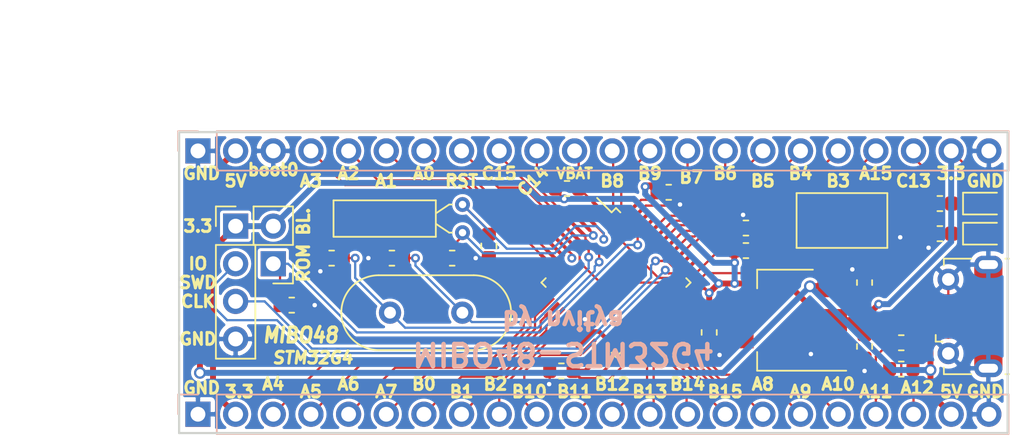
<source format=kicad_pcb>
(kicad_pcb (version 20171130) (host pcbnew "(5.1.2)-2")

  (general
    (thickness 1.6)
    (drawings 60)
    (tracks 452)
    (zones 0)
    (modules 29)
    (nets 47)
  )

  (page A4)
  (layers
    (0 F.Cu signal)
    (31 B.Cu signal)
    (32 B.Adhes user)
    (33 F.Adhes user)
    (34 B.Paste user)
    (35 F.Paste user)
    (36 B.SilkS user)
    (37 F.SilkS user)
    (38 B.Mask user hide)
    (39 F.Mask user hide)
    (40 Dwgs.User user)
    (41 Cmts.User user)
    (42 Eco1.User user)
    (43 Eco2.User user)
    (44 Edge.Cuts user)
    (45 Margin user)
    (46 B.CrtYd user hide)
    (47 F.CrtYd user)
    (48 B.Fab user)
    (49 F.Fab user hide)
  )

  (setup
    (last_trace_width 0.152)
    (trace_clearance 0.152)
    (zone_clearance 0.2)
    (zone_45_only no)
    (trace_min 0.152)
    (via_size 0.6)
    (via_drill 0.3)
    (via_min_size 0.6)
    (via_min_drill 0.3)
    (uvia_size 0.3)
    (uvia_drill 0.1)
    (uvias_allowed no)
    (uvia_min_size 0.2)
    (uvia_min_drill 0.1)
    (edge_width 0.15)
    (segment_width 0.2)
    (pcb_text_width 0.3)
    (pcb_text_size 1.5 1.5)
    (mod_edge_width 0.15)
    (mod_text_size 1 1)
    (mod_text_width 0.15)
    (pad_size 1.45 1.45)
    (pad_drill 0.85)
    (pad_to_mask_clearance 0.2)
    (aux_axis_origin 128.27 95.25)
    (grid_origin 128.27 95.25)
    (visible_elements 7FFDFE7F)
    (pcbplotparams
      (layerselection 0x010f0_ffffffff)
      (usegerberextensions true)
      (usegerberattributes false)
      (usegerberadvancedattributes false)
      (creategerberjobfile false)
      (excludeedgelayer true)
      (linewidth 0.100000)
      (plotframeref false)
      (viasonmask false)
      (mode 1)
      (useauxorigin true)
      (hpglpennumber 1)
      (hpglpenspeed 20)
      (hpglpendiameter 15.000000)
      (psnegative false)
      (psa4output false)
      (plotreference true)
      (plotvalue true)
      (plotinvisibletext false)
      (padsonsilk false)
      (subtractmaskfromsilk false)
      (outputformat 1)
      (mirror false)
      (drillshape 0)
      (scaleselection 1)
      (outputdirectory "gerber/"))
  )

  (net 0 "")
  (net 1 GND)
  (net 2 /OSC_IN)
  (net 3 /OSC_OUT)
  (net 4 /RESET)
  (net 5 +3V3)
  (net 6 /5V)
  (net 7 /LED1)
  (net 8 /BOOT0)
  (net 9 /PB0)
  (net 10 /PB1)
  (net 11 /PB2)
  (net 12 /PB3)
  (net 13 /PB4)
  (net 14 /PB5)
  (net 15 /PB6)
  (net 16 /PB7)
  (net 17 /PB9)
  (net 18 /PB10)
  (net 19 /PB11)
  (net 20 /PB12)
  (net 21 /PB13)
  (net 22 /PB14)
  (net 23 /PB15)
  (net 24 /OSC32_OUT)
  (net 25 /OSC32_IN)
  (net 26 /PA15)
  (net 27 /PA12)
  (net 28 /PA11)
  (net 29 /PA10)
  (net 30 /PA9)
  (net 31 /PA8)
  (net 32 /PA7)
  (net 33 /PA6)
  (net 34 /PA5)
  (net 35 /PA4)
  (net 36 /PA3)
  (net 37 /PA2)
  (net 38 /PA1)
  (net 39 /PA0)
  (net 40 /VBAT)
  (net 41 "Net-(J4-Pad3)")
  (net 42 "Net-(J4-Pad2)")
  (net 43 /SWDCLK)
  (net 44 /SWDIO)
  (net 45 "Net-(D1-Pad1)")
  (net 46 "Net-(D2-Pad1)")

  (net_class Default "This is the default net class."
    (clearance 0.152)
    (trace_width 0.152)
    (via_dia 0.6)
    (via_drill 0.3)
    (uvia_dia 0.3)
    (uvia_drill 0.1)
    (add_net +3V3)
    (add_net /BOOT0)
    (add_net /LED1)
    (add_net /OSC32_IN)
    (add_net /OSC32_OUT)
    (add_net /OSC_IN)
    (add_net /OSC_OUT)
    (add_net /PA0)
    (add_net /PA1)
    (add_net /PA10)
    (add_net /PA11)
    (add_net /PA12)
    (add_net /PA15)
    (add_net /PA2)
    (add_net /PA3)
    (add_net /PA4)
    (add_net /PA5)
    (add_net /PA6)
    (add_net /PA7)
    (add_net /PA8)
    (add_net /PA9)
    (add_net /PB0)
    (add_net /PB1)
    (add_net /PB10)
    (add_net /PB11)
    (add_net /PB12)
    (add_net /PB13)
    (add_net /PB14)
    (add_net /PB15)
    (add_net /PB2)
    (add_net /PB3)
    (add_net /PB4)
    (add_net /PB5)
    (add_net /PB6)
    (add_net /PB7)
    (add_net /PB9)
    (add_net /RESET)
    (add_net /SWDCLK)
    (add_net /SWDIO)
    (add_net /VBAT)
    (add_net GND)
    (add_net "Net-(D1-Pad1)")
    (add_net "Net-(D2-Pad1)")
    (add_net "Net-(J4-Pad2)")
    (add_net "Net-(J4-Pad3)")
  )

  (net_class power ""
    (clearance 0.152)
    (trace_width 0.4)
    (via_dia 0.8)
    (via_drill 0.5)
    (uvia_dia 0.3)
    (uvia_drill 0.1)
    (add_net /5V)
  )

  (module Resistor_SMD:R_0603_1608Metric (layer F.Cu) (tedit 5B9CC306) (tstamp 5BA956E5)
    (at 135.864499 106.934)
    (descr "Resistor SMD 0603 (1608 Metric), square (rectangular) end terminal, IPC_7351 nominal, (Body size source: http://www.tortai-tech.com/upload/download/2011102023233369053.pdf), generated with kicad-footprint-generator")
    (tags resistor)
    (path /5B9BA2C2)
    (attr smd)
    (fp_text reference R1 (at 0 -1.43) (layer F.SilkS) hide
      (effects (font (size 1 1) (thickness 0.15)))
    )
    (fp_text value 100k (at 0 1.43) (layer F.Fab)
      (effects (font (size 1 1) (thickness 0.15)))
    )
    (fp_line (start -0.8 0.4) (end -0.8 -0.4) (layer F.Fab) (width 0.1))
    (fp_line (start -0.8 -0.4) (end 0.8 -0.4) (layer F.Fab) (width 0.1))
    (fp_line (start 0.8 -0.4) (end 0.8 0.4) (layer F.Fab) (width 0.1))
    (fp_line (start 0.8 0.4) (end -0.8 0.4) (layer F.Fab) (width 0.1))
    (fp_line (start -0.162779 -0.51) (end 0.162779 -0.51) (layer F.SilkS) (width 0.12))
    (fp_line (start -0.162779 0.51) (end 0.162779 0.51) (layer F.SilkS) (width 0.12))
    (fp_line (start -1.48 0.73) (end -1.48 -0.73) (layer F.CrtYd) (width 0.05))
    (fp_line (start -1.48 -0.73) (end 1.48 -0.73) (layer F.CrtYd) (width 0.05))
    (fp_line (start 1.48 -0.73) (end 1.48 0.73) (layer F.CrtYd) (width 0.05))
    (fp_line (start 1.48 0.73) (end -1.48 0.73) (layer F.CrtYd) (width 0.05))
    (fp_text user %R (at 0 0) (layer F.Fab)
      (effects (font (size 0.4 0.4) (thickness 0.06)))
    )
    (pad 1 smd roundrect (at -0.7875 0) (size 0.875 0.95) (layers F.Cu F.Paste F.Mask) (roundrect_rratio 0.25)
      (net 8 /BOOT0))
    (pad 2 smd roundrect (at 0.7875 0) (size 0.875 0.95) (layers F.Cu F.Paste F.Mask) (roundrect_rratio 0.25)
      (net 1 GND))
    (model ${KISYS3DMOD}/Resistor_SMD.3dshapes/R_0603_1608Metric.wrl
      (at (xyz 0 0 0))
      (scale (xyz 1 1 1))
      (rotate (xyz 0 0 0))
    )
  )

  (module Button_Switch_SMD:SW_SPST_CK_RS282G05A3 (layer F.Cu) (tedit 5B9CC325) (tstamp 5BA95785)
    (at 172.974 101.219)
    (descr https://www.mouser.com/ds/2/60/RS-282G05A-SM_RT-1159762.pdf)
    (tags "SPST button tactile switch")
    (path /5B9C39B7)
    (attr smd)
    (fp_text reference SW1 (at 0 -2.6) (layer F.SilkS) hide
      (effects (font (size 1 1) (thickness 0.15)))
    )
    (fp_text value Reset (at 0 3) (layer F.Fab)
      (effects (font (size 1 1) (thickness 0.15)))
    )
    (fp_line (start -4.9 2.05) (end -4.9 -2.05) (layer F.CrtYd) (width 0.05))
    (fp_line (start 4.9 2.05) (end -4.9 2.05) (layer F.CrtYd) (width 0.05))
    (fp_line (start 4.9 -2.05) (end 4.9 2.05) (layer F.CrtYd) (width 0.05))
    (fp_line (start -4.9 -2.05) (end 4.9 -2.05) (layer F.CrtYd) (width 0.05))
    (fp_text user %R (at 0 -2.6) (layer F.Fab)
      (effects (font (size 1 1) (thickness 0.15)))
    )
    (fp_line (start -1.75 -1) (end 1.75 -1) (layer F.Fab) (width 0.1))
    (fp_line (start 1.75 -1) (end 1.75 1) (layer F.Fab) (width 0.1))
    (fp_line (start 1.75 1) (end -1.75 1) (layer F.Fab) (width 0.1))
    (fp_line (start -1.75 1) (end -1.75 -1) (layer F.Fab) (width 0.1))
    (fp_line (start -3.06 -1.85) (end 3.06 -1.85) (layer F.SilkS) (width 0.12))
    (fp_line (start 3.06 -1.85) (end 3.06 1.85) (layer F.SilkS) (width 0.12))
    (fp_line (start 3.06 1.85) (end -3.06 1.85) (layer F.SilkS) (width 0.12))
    (fp_line (start -3.06 1.85) (end -3.06 -1.85) (layer F.SilkS) (width 0.12))
    (fp_line (start -1.5 0.8) (end 1.5 0.8) (layer F.Fab) (width 0.1))
    (fp_line (start -1.5 -0.8) (end 1.5 -0.8) (layer F.Fab) (width 0.1))
    (fp_line (start 1.5 -0.8) (end 1.5 0.8) (layer F.Fab) (width 0.1))
    (fp_line (start -1.5 -0.8) (end -1.5 0.8) (layer F.Fab) (width 0.1))
    (fp_line (start -3 1.8) (end 3 1.8) (layer F.Fab) (width 0.1))
    (fp_line (start -3 -1.8) (end 3 -1.8) (layer F.Fab) (width 0.1))
    (fp_line (start -3 -1.8) (end -3 1.8) (layer F.Fab) (width 0.1))
    (fp_line (start 3 -1.8) (end 3 1.8) (layer F.Fab) (width 0.1))
    (pad 1 smd rect (at -3.9 0) (size 1.5 1.5) (layers F.Cu F.Paste F.Mask)
      (net 4 /RESET))
    (pad 2 smd rect (at 3.9 0) (size 1.5 1.5) (layers F.Cu F.Paste F.Mask)
      (net 1 GND))
    (model ${KISYS3DMOD}/Button_Switch_SMD.3dshapes/SW_SPST_CK_RS282G05A3.wrl
      (at (xyz 0 0 0))
      (scale (xyz 1 1 1))
      (rotate (xyz 0 0 0))
    )
  )

  (module Package_QFP:LQFP-48_7x7mm_P0.5mm (layer F.Cu) (tedit 5B9D39D5) (tstamp 5BA9579F)
    (at 157.734 105.41 315)
    (descr "48 LEAD LQFP 7x7mm (see MICREL LQFP7x7-48LD-PL-1.pdf)")
    (tags "QFP 0.5")
    (path /5E59B71F)
    (attr smd)
    (fp_text reference U1 (at -4.22072 -4.579931 315) (layer F.SilkS) hide
      (effects (font (size 1 1) (thickness 0.15)))
    )
    (fp_text value STM32G473CBT6 (at 0 6 315) (layer F.Fab)
      (effects (font (size 1 1) (thickness 0.15)))
    )
    (fp_line (start 3.13 3.75) (end 3.75 3.75) (layer F.CrtYd) (width 0.05))
    (fp_line (start 3.75 3.13) (end 3.75 3.75) (layer F.CrtYd) (width 0.05))
    (fp_line (start 3.13 5.25) (end 3.13 3.75) (layer F.CrtYd) (width 0.05))
    (fp_text user %R (at 0 0 315) (layer F.Fab)
      (effects (font (size 1 1) (thickness 0.15)))
    )
    (fp_line (start -2.5 -3.5) (end 3.5 -3.5) (layer F.Fab) (width 0.1))
    (fp_line (start 3.5 -3.5) (end 3.5 3.5) (layer F.Fab) (width 0.1))
    (fp_line (start 3.5 3.5) (end -3.5 3.5) (layer F.Fab) (width 0.1))
    (fp_line (start -3.5 3.5) (end -3.5 -2.5) (layer F.Fab) (width 0.1))
    (fp_line (start -3.5 -2.5) (end -2.5 -3.5) (layer F.Fab) (width 0.1))
    (fp_line (start -5.25 -3.13) (end -5.25 3.13) (layer F.CrtYd) (width 0.05))
    (fp_line (start 5.25 -3.13) (end 5.25 3.13) (layer F.CrtYd) (width 0.05))
    (fp_line (start -3.13 -5.25) (end 3.13 -5.25) (layer F.CrtYd) (width 0.05))
    (fp_line (start -3.13 5.25) (end 3.13 5.25) (layer F.CrtYd) (width 0.05))
    (fp_line (start 3.56 -3.56) (end 3.56 -3.14) (layer F.SilkS) (width 0.12))
    (fp_line (start 3.56 3.56) (end 3.56 3.14) (layer F.SilkS) (width 0.12))
    (fp_line (start -3.56 3.56) (end -3.56 3.14) (layer F.SilkS) (width 0.12))
    (fp_line (start -3.56 -3.56) (end -3.14 -3.56) (layer F.SilkS) (width 0.12))
    (fp_line (start 3.56 3.56) (end 3.14 3.56) (layer F.SilkS) (width 0.12))
    (fp_line (start 3.56 -3.56) (end 3.14 -3.56) (layer F.SilkS) (width 0.12))
    (fp_line (start -3.56 -3.14) (end -4.94 -3.14) (layer F.SilkS) (width 0.12))
    (fp_line (start -3.56 -3.56) (end -3.56 -3.14) (layer F.SilkS) (width 0.12))
    (fp_line (start -3.56 3.56) (end -3.14 3.56) (layer F.SilkS) (width 0.12))
    (fp_line (start 3.75 3.13) (end 5.25 3.13) (layer F.CrtYd) (width 0.05))
    (fp_line (start 3.75 -3.13) (end 5.25 -3.13) (layer F.CrtYd) (width 0.05))
    (fp_line (start 3.13 -3.75) (end 3.13 -5.25) (layer F.CrtYd) (width 0.05))
    (fp_line (start -3.13 -3.75) (end -3.13 -5.25) (layer F.CrtYd) (width 0.05))
    (fp_line (start -3.75 -3.13) (end -5.25 -3.13) (layer F.CrtYd) (width 0.05))
    (fp_line (start -3.75 3.13) (end -5.25 3.13) (layer F.CrtYd) (width 0.05))
    (fp_line (start -3.13 3.75) (end -3.13 5.25) (layer F.CrtYd) (width 0.05))
    (fp_line (start 3.13 -3.75) (end 3.75 -3.75) (layer F.CrtYd) (width 0.05))
    (fp_line (start 3.75 -3.13) (end 3.75 -3.75) (layer F.CrtYd) (width 0.05))
    (fp_line (start -3.75 3.13) (end -3.75 3.75) (layer F.CrtYd) (width 0.05))
    (fp_line (start -3.13 3.75) (end -3.75 3.75) (layer F.CrtYd) (width 0.05))
    (fp_line (start -3.75 -3.13) (end -3.75 -3.75) (layer F.CrtYd) (width 0.05))
    (fp_line (start -3.13 -3.75) (end -3.75 -3.75) (layer F.CrtYd) (width 0.05))
    (pad 1 smd rect (at -4.35 -2.75 315) (size 1.3 0.25) (layers F.Cu F.Paste F.Mask)
      (net 40 /VBAT))
    (pad 2 smd rect (at -4.35 -2.25 315) (size 1.3 0.25) (layers F.Cu F.Paste F.Mask)
      (net 7 /LED1))
    (pad 3 smd rect (at -4.35 -1.749999 315) (size 1.3 0.25) (layers F.Cu F.Paste F.Mask)
      (net 25 /OSC32_IN))
    (pad 4 smd rect (at -4.35 -1.25 315) (size 1.3 0.25) (layers F.Cu F.Paste F.Mask)
      (net 24 /OSC32_OUT))
    (pad 5 smd rect (at -4.35 -0.750001 315) (size 1.3 0.25) (layers F.Cu F.Paste F.Mask)
      (net 2 /OSC_IN))
    (pad 6 smd rect (at -4.35 -0.25 315) (size 1.3 0.25) (layers F.Cu F.Paste F.Mask)
      (net 3 /OSC_OUT))
    (pad 7 smd rect (at -4.35 0.25 315) (size 1.3 0.25) (layers F.Cu F.Paste F.Mask)
      (net 4 /RESET))
    (pad 8 smd rect (at -4.35 0.750001 315) (size 1.3 0.25) (layers F.Cu F.Paste F.Mask)
      (net 39 /PA0))
    (pad 9 smd rect (at -4.35 1.25 315) (size 1.3 0.25) (layers F.Cu F.Paste F.Mask)
      (net 38 /PA1))
    (pad 10 smd rect (at -4.35 1.749999 315) (size 1.3 0.25) (layers F.Cu F.Paste F.Mask)
      (net 37 /PA2))
    (pad 11 smd rect (at -4.35 2.25 315) (size 1.3 0.25) (layers F.Cu F.Paste F.Mask)
      (net 36 /PA3))
    (pad 12 smd rect (at -4.35 2.75 315) (size 1.3 0.25) (layers F.Cu F.Paste F.Mask)
      (net 35 /PA4))
    (pad 13 smd rect (at -2.75 4.35 45) (size 1.3 0.25) (layers F.Cu F.Paste F.Mask)
      (net 34 /PA5))
    (pad 14 smd rect (at -2.25 4.35 45) (size 1.3 0.25) (layers F.Cu F.Paste F.Mask)
      (net 33 /PA6))
    (pad 15 smd rect (at -1.749999 4.35 45) (size 1.3 0.25) (layers F.Cu F.Paste F.Mask)
      (net 32 /PA7))
    (pad 16 smd rect (at -1.25 4.35 45) (size 1.3 0.25) (layers F.Cu F.Paste F.Mask)
      (net 9 /PB0))
    (pad 17 smd rect (at -0.750001 4.35 45) (size 1.3 0.25) (layers F.Cu F.Paste F.Mask)
      (net 10 /PB1))
    (pad 18 smd rect (at -0.25 4.35 45) (size 1.3 0.25) (layers F.Cu F.Paste F.Mask)
      (net 11 /PB2))
    (pad 19 smd rect (at 0.25 4.35 45) (size 1.3 0.25) (layers F.Cu F.Paste F.Mask)
      (net 1 GND))
    (pad 20 smd rect (at 0.750001 4.35 45) (size 1.3 0.25) (layers F.Cu F.Paste F.Mask)
      (net 5 +3V3))
    (pad 21 smd rect (at 1.25 4.35 45) (size 1.3 0.25) (layers F.Cu F.Paste F.Mask)
      (net 5 +3V3))
    (pad 22 smd rect (at 1.749999 4.35 45) (size 1.3 0.25) (layers F.Cu F.Paste F.Mask)
      (net 18 /PB10))
    (pad 23 smd rect (at 2.25 4.35 45) (size 1.3 0.25) (layers F.Cu F.Paste F.Mask)
      (net 1 GND))
    (pad 24 smd rect (at 2.75 4.35 45) (size 1.3 0.25) (layers F.Cu F.Paste F.Mask)
      (net 5 +3V3))
    (pad 25 smd rect (at 4.35 2.75 315) (size 1.3 0.25) (layers F.Cu F.Paste F.Mask)
      (net 19 /PB11))
    (pad 26 smd rect (at 4.35 2.25 315) (size 1.3 0.25) (layers F.Cu F.Paste F.Mask)
      (net 20 /PB12))
    (pad 27 smd rect (at 4.35 1.749999 315) (size 1.3 0.25) (layers F.Cu F.Paste F.Mask)
      (net 21 /PB13))
    (pad 28 smd rect (at 4.35 1.25 315) (size 1.3 0.25) (layers F.Cu F.Paste F.Mask)
      (net 22 /PB14))
    (pad 29 smd rect (at 4.35 0.750001 315) (size 1.3 0.25) (layers F.Cu F.Paste F.Mask)
      (net 23 /PB15))
    (pad 30 smd rect (at 4.35 0.25 315) (size 1.3 0.25) (layers F.Cu F.Paste F.Mask)
      (net 31 /PA8))
    (pad 31 smd rect (at 4.35 -0.25 315) (size 1.3 0.25) (layers F.Cu F.Paste F.Mask)
      (net 30 /PA9))
    (pad 32 smd rect (at 4.35 -0.750001 315) (size 1.3 0.25) (layers F.Cu F.Paste F.Mask)
      (net 29 /PA10))
    (pad 33 smd rect (at 4.35 -1.25 315) (size 1.3 0.25) (layers F.Cu F.Paste F.Mask)
      (net 28 /PA11))
    (pad 34 smd rect (at 4.35 -1.749999 315) (size 1.3 0.25) (layers F.Cu F.Paste F.Mask)
      (net 27 /PA12))
    (pad 35 smd rect (at 4.35 -2.25 315) (size 1.3 0.25) (layers F.Cu F.Paste F.Mask)
      (net 1 GND))
    (pad 36 smd rect (at 4.35 -2.75 315) (size 1.3 0.25) (layers F.Cu F.Paste F.Mask)
      (net 5 +3V3))
    (pad 37 smd rect (at 2.75 -4.35 45) (size 1.3 0.25) (layers F.Cu F.Paste F.Mask)
      (net 44 /SWDIO))
    (pad 38 smd rect (at 2.25 -4.35 45) (size 1.3 0.25) (layers F.Cu F.Paste F.Mask)
      (net 43 /SWDCLK))
    (pad 39 smd rect (at 1.749999 -4.35 45) (size 1.3 0.25) (layers F.Cu F.Paste F.Mask)
      (net 26 /PA15))
    (pad 40 smd rect (at 1.25 -4.35 45) (size 1.3 0.25) (layers F.Cu F.Paste F.Mask)
      (net 12 /PB3))
    (pad 41 smd rect (at 0.750001 -4.35 45) (size 1.3 0.25) (layers F.Cu F.Paste F.Mask)
      (net 13 /PB4))
    (pad 42 smd rect (at 0.25 -4.35 45) (size 1.3 0.25) (layers F.Cu F.Paste F.Mask)
      (net 14 /PB5))
    (pad 43 smd rect (at -0.25 -4.35 45) (size 1.3 0.25) (layers F.Cu F.Paste F.Mask)
      (net 15 /PB6))
    (pad 44 smd rect (at -0.750001 -4.35 45) (size 1.3 0.25) (layers F.Cu F.Paste F.Mask)
      (net 16 /PB7))
    (pad 45 smd rect (at -1.25 -4.35 45) (size 1.3 0.25) (layers F.Cu F.Paste F.Mask)
      (net 8 /BOOT0))
    (pad 46 smd rect (at -1.749999 -4.35 45) (size 1.3 0.25) (layers F.Cu F.Paste F.Mask)
      (net 17 /PB9))
    (pad 47 smd rect (at -2.25 -4.35 45) (size 1.3 0.25) (layers F.Cu F.Paste F.Mask)
      (net 1 GND))
    (pad 48 smd rect (at -2.75 -4.35 45) (size 1.3 0.25) (layers F.Cu F.Paste F.Mask)
      (net 5 +3V3))
    (model ${KISYS3DMOD}/Package_QFP.3dshapes/LQFP-48_7x7mm_P0.5mm.wrl
      (at (xyz 0 0 0))
      (scale (xyz 1 1 1))
      (rotate (xyz 0 0 0))
    )
  )

  (module Capacitor_SMD:C_0603_1608Metric (layer F.Cu) (tedit 5B9CC3AA) (tstamp 5BA95597)
    (at 161.29 99.314)
    (descr "Capacitor SMD 0603 (1608 Metric), square (rectangular) end terminal, IPC_7351 nominal, (Body size source: http://www.tortai-tech.com/upload/download/2011102023233369053.pdf), generated with kicad-footprint-generator")
    (tags capacitor)
    (path /5B9AE0E3)
    (attr smd)
    (fp_text reference C5 (at 0 -1.43) (layer F.SilkS) hide
      (effects (font (size 1 1) (thickness 0.15)))
    )
    (fp_text value 100nF (at 0 1.43) (layer F.Fab)
      (effects (font (size 1 1) (thickness 0.15)))
    )
    (fp_text user %R (at 0 0) (layer F.Fab)
      (effects (font (size 0.4 0.4) (thickness 0.06)))
    )
    (fp_line (start 1.48 0.73) (end -1.48 0.73) (layer F.CrtYd) (width 0.05))
    (fp_line (start 1.48 -0.73) (end 1.48 0.73) (layer F.CrtYd) (width 0.05))
    (fp_line (start -1.48 -0.73) (end 1.48 -0.73) (layer F.CrtYd) (width 0.05))
    (fp_line (start -1.48 0.73) (end -1.48 -0.73) (layer F.CrtYd) (width 0.05))
    (fp_line (start -0.162779 0.51) (end 0.162779 0.51) (layer F.SilkS) (width 0.12))
    (fp_line (start -0.162779 -0.51) (end 0.162779 -0.51) (layer F.SilkS) (width 0.12))
    (fp_line (start 0.8 0.4) (end -0.8 0.4) (layer F.Fab) (width 0.1))
    (fp_line (start 0.8 -0.4) (end 0.8 0.4) (layer F.Fab) (width 0.1))
    (fp_line (start -0.8 -0.4) (end 0.8 -0.4) (layer F.Fab) (width 0.1))
    (fp_line (start -0.8 0.4) (end -0.8 -0.4) (layer F.Fab) (width 0.1))
    (pad 2 smd roundrect (at 0.7875 0) (size 0.875 0.95) (layers F.Cu F.Paste F.Mask) (roundrect_rratio 0.25)
      (net 1 GND))
    (pad 1 smd roundrect (at -0.7875 0) (size 0.875 0.95) (layers F.Cu F.Paste F.Mask) (roundrect_rratio 0.25)
      (net 5 +3V3))
    (model ${KISYS3DMOD}/Capacitor_SMD.3dshapes/C_0603_1608Metric.wrl
      (at (xyz 0 0 0))
      (scale (xyz 1 1 1))
      (rotate (xyz 0 0 0))
    )
  )

  (module Capacitor_SMD:C_0603_1608Metric (layer F.Cu) (tedit 5B9CC32C) (tstamp 5BA95557)
    (at 138.557 103.759 180)
    (descr "Capacitor SMD 0603 (1608 Metric), square (rectangular) end terminal, IPC_7351 nominal, (Body size source: http://www.tortai-tech.com/upload/download/2011102023233369053.pdf), generated with kicad-footprint-generator")
    (tags capacitor)
    (path /5B9AF9F2)
    (attr smd)
    (fp_text reference C1 (at 0 -1.43 180) (layer F.SilkS) hide
      (effects (font (size 1 1) (thickness 0.15)))
    )
    (fp_text value 22pF (at 0 1.43 180) (layer F.Fab)
      (effects (font (size 1 1) (thickness 0.15)))
    )
    (fp_text user %R (at 0 0 180) (layer F.Fab)
      (effects (font (size 0.4 0.4) (thickness 0.06)))
    )
    (fp_line (start 1.48 0.73) (end -1.48 0.73) (layer F.CrtYd) (width 0.05))
    (fp_line (start 1.48 -0.73) (end 1.48 0.73) (layer F.CrtYd) (width 0.05))
    (fp_line (start -1.48 -0.73) (end 1.48 -0.73) (layer F.CrtYd) (width 0.05))
    (fp_line (start -1.48 0.73) (end -1.48 -0.73) (layer F.CrtYd) (width 0.05))
    (fp_line (start -0.162779 0.51) (end 0.162779 0.51) (layer F.SilkS) (width 0.12))
    (fp_line (start -0.162779 -0.51) (end 0.162779 -0.51) (layer F.SilkS) (width 0.12))
    (fp_line (start 0.8 0.4) (end -0.8 0.4) (layer F.Fab) (width 0.1))
    (fp_line (start 0.8 -0.4) (end 0.8 0.4) (layer F.Fab) (width 0.1))
    (fp_line (start -0.8 -0.4) (end 0.8 -0.4) (layer F.Fab) (width 0.1))
    (fp_line (start -0.8 0.4) (end -0.8 -0.4) (layer F.Fab) (width 0.1))
    (pad 2 smd roundrect (at 0.7875 0 180) (size 0.875 0.95) (layers F.Cu F.Paste F.Mask) (roundrect_rratio 0.25)
      (net 1 GND))
    (pad 1 smd roundrect (at -0.7875 0 180) (size 0.875 0.95) (layers F.Cu F.Paste F.Mask) (roundrect_rratio 0.25)
      (net 2 /OSC_IN))
    (model ${KISYS3DMOD}/Capacitor_SMD.3dshapes/C_0603_1608Metric.wrl
      (at (xyz 0 0 0))
      (scale (xyz 1 1 1))
      (rotate (xyz 0 0 0))
    )
  )

  (module Capacitor_SMD:C_0603_1608Metric (layer F.Cu) (tedit 5B9CC32F) (tstamp 5BA95567)
    (at 142.621 103.759 180)
    (descr "Capacitor SMD 0603 (1608 Metric), square (rectangular) end terminal, IPC_7351 nominal, (Body size source: http://www.tortai-tech.com/upload/download/2011102023233369053.pdf), generated with kicad-footprint-generator")
    (tags capacitor)
    (path /5B9AFB25)
    (attr smd)
    (fp_text reference C2 (at 0 -1.43 180) (layer F.SilkS) hide
      (effects (font (size 1 1) (thickness 0.15)))
    )
    (fp_text value 22pF (at 0 1.43 180) (layer F.Fab)
      (effects (font (size 1 1) (thickness 0.15)))
    )
    (fp_line (start -0.8 0.4) (end -0.8 -0.4) (layer F.Fab) (width 0.1))
    (fp_line (start -0.8 -0.4) (end 0.8 -0.4) (layer F.Fab) (width 0.1))
    (fp_line (start 0.8 -0.4) (end 0.8 0.4) (layer F.Fab) (width 0.1))
    (fp_line (start 0.8 0.4) (end -0.8 0.4) (layer F.Fab) (width 0.1))
    (fp_line (start -0.162779 -0.51) (end 0.162779 -0.51) (layer F.SilkS) (width 0.12))
    (fp_line (start -0.162779 0.51) (end 0.162779 0.51) (layer F.SilkS) (width 0.12))
    (fp_line (start -1.48 0.73) (end -1.48 -0.73) (layer F.CrtYd) (width 0.05))
    (fp_line (start -1.48 -0.73) (end 1.48 -0.73) (layer F.CrtYd) (width 0.05))
    (fp_line (start 1.48 -0.73) (end 1.48 0.73) (layer F.CrtYd) (width 0.05))
    (fp_line (start 1.48 0.73) (end -1.48 0.73) (layer F.CrtYd) (width 0.05))
    (fp_text user %R (at 0 0 180) (layer F.Fab)
      (effects (font (size 0.4 0.4) (thickness 0.06)))
    )
    (pad 1 smd roundrect (at -0.7875 0 180) (size 0.875 0.95) (layers F.Cu F.Paste F.Mask) (roundrect_rratio 0.25)
      (net 3 /OSC_OUT))
    (pad 2 smd roundrect (at 0.7875 0 180) (size 0.875 0.95) (layers F.Cu F.Paste F.Mask) (roundrect_rratio 0.25)
      (net 1 GND))
    (model ${KISYS3DMOD}/Capacitor_SMD.3dshapes/C_0603_1608Metric.wrl
      (at (xyz 0 0 0))
      (scale (xyz 1 1 1))
      (rotate (xyz 0 0 0))
    )
  )

  (module Capacitor_SMD:C_0603_1608Metric (layer F.Cu) (tedit 5B9CC310) (tstamp 5BA95577)
    (at 166.497 101.727 180)
    (descr "Capacitor SMD 0603 (1608 Metric), square (rectangular) end terminal, IPC_7351 nominal, (Body size source: http://www.tortai-tech.com/upload/download/2011102023233369053.pdf), generated with kicad-footprint-generator")
    (tags capacitor)
    (path /5B9BD31B)
    (attr smd)
    (fp_text reference C3 (at 0 -1.43 180) (layer F.SilkS) hide
      (effects (font (size 1 1) (thickness 0.15)))
    )
    (fp_text value 10nF (at 0 1.43 180) (layer F.Fab)
      (effects (font (size 1 1) (thickness 0.15)))
    )
    (fp_line (start -0.8 0.4) (end -0.8 -0.4) (layer F.Fab) (width 0.1))
    (fp_line (start -0.8 -0.4) (end 0.8 -0.4) (layer F.Fab) (width 0.1))
    (fp_line (start 0.8 -0.4) (end 0.8 0.4) (layer F.Fab) (width 0.1))
    (fp_line (start 0.8 0.4) (end -0.8 0.4) (layer F.Fab) (width 0.1))
    (fp_line (start -0.162779 -0.51) (end 0.162779 -0.51) (layer F.SilkS) (width 0.12))
    (fp_line (start -0.162779 0.51) (end 0.162779 0.51) (layer F.SilkS) (width 0.12))
    (fp_line (start -1.48 0.73) (end -1.48 -0.73) (layer F.CrtYd) (width 0.05))
    (fp_line (start -1.48 -0.73) (end 1.48 -0.73) (layer F.CrtYd) (width 0.05))
    (fp_line (start 1.48 -0.73) (end 1.48 0.73) (layer F.CrtYd) (width 0.05))
    (fp_line (start 1.48 0.73) (end -1.48 0.73) (layer F.CrtYd) (width 0.05))
    (fp_text user %R (at 0 0 180) (layer F.Fab)
      (effects (font (size 0.4 0.4) (thickness 0.06)))
    )
    (pad 1 smd roundrect (at -0.7875 0 180) (size 0.875 0.95) (layers F.Cu F.Paste F.Mask) (roundrect_rratio 0.25)
      (net 4 /RESET))
    (pad 2 smd roundrect (at 0.7875 0 180) (size 0.875 0.95) (layers F.Cu F.Paste F.Mask) (roundrect_rratio 0.25)
      (net 1 GND))
    (model ${KISYS3DMOD}/Capacitor_SMD.3dshapes/C_0603_1608Metric.wrl
      (at (xyz 0 0 0))
      (scale (xyz 1 1 1))
      (rotate (xyz 0 0 0))
    )
  )

  (module Capacitor_SMD:C_0603_1608Metric (layer F.Cu) (tedit 5B9CC3A7) (tstamp 5BA955A7)
    (at 164.0205 108.7755 270)
    (descr "Capacitor SMD 0603 (1608 Metric), square (rectangular) end terminal, IPC_7351 nominal, (Body size source: http://www.tortai-tech.com/upload/download/2011102023233369053.pdf), generated with kicad-footprint-generator")
    (tags capacitor)
    (path /5B9AE1A5)
    (attr smd)
    (fp_text reference C6 (at 0 -1.43 270) (layer F.SilkS) hide
      (effects (font (size 1 1) (thickness 0.15)))
    )
    (fp_text value 100nF (at 0 1.43 270) (layer F.Fab)
      (effects (font (size 1 1) (thickness 0.15)))
    )
    (fp_line (start -0.8 0.4) (end -0.8 -0.4) (layer F.Fab) (width 0.1))
    (fp_line (start -0.8 -0.4) (end 0.8 -0.4) (layer F.Fab) (width 0.1))
    (fp_line (start 0.8 -0.4) (end 0.8 0.4) (layer F.Fab) (width 0.1))
    (fp_line (start 0.8 0.4) (end -0.8 0.4) (layer F.Fab) (width 0.1))
    (fp_line (start -0.162779 -0.51) (end 0.162779 -0.51) (layer F.SilkS) (width 0.12))
    (fp_line (start -0.162779 0.51) (end 0.162779 0.51) (layer F.SilkS) (width 0.12))
    (fp_line (start -1.48 0.73) (end -1.48 -0.73) (layer F.CrtYd) (width 0.05))
    (fp_line (start -1.48 -0.73) (end 1.48 -0.73) (layer F.CrtYd) (width 0.05))
    (fp_line (start 1.48 -0.73) (end 1.48 0.73) (layer F.CrtYd) (width 0.05))
    (fp_line (start 1.48 0.73) (end -1.48 0.73) (layer F.CrtYd) (width 0.05))
    (fp_text user %R (at 0 0 270) (layer F.Fab)
      (effects (font (size 0.4 0.4) (thickness 0.06)))
    )
    (pad 1 smd roundrect (at -0.7875 0 270) (size 0.875 0.95) (layers F.Cu F.Paste F.Mask) (roundrect_rratio 0.25)
      (net 5 +3V3))
    (pad 2 smd roundrect (at 0.7875 0 270) (size 0.875 0.95) (layers F.Cu F.Paste F.Mask) (roundrect_rratio 0.25)
      (net 1 GND))
    (model ${KISYS3DMOD}/Capacitor_SMD.3dshapes/C_0603_1608Metric.wrl
      (at (xyz 0 0 0))
      (scale (xyz 1 1 1))
      (rotate (xyz 0 0 0))
    )
  )

  (module Capacitor_SMD:C_0603_1608Metric (layer F.Cu) (tedit 5B9CC336) (tstamp 5BA955B7)
    (at 154.051 111.379 180)
    (descr "Capacitor SMD 0603 (1608 Metric), square (rectangular) end terminal, IPC_7351 nominal, (Body size source: http://www.tortai-tech.com/upload/download/2011102023233369053.pdf), generated with kicad-footprint-generator")
    (tags capacitor)
    (path /5B9AE26F)
    (attr smd)
    (fp_text reference C7 (at 0 -1.43 180) (layer F.SilkS) hide
      (effects (font (size 1 1) (thickness 0.15)))
    )
    (fp_text value 100nF (at 0 1.43 180) (layer F.Fab)
      (effects (font (size 1 1) (thickness 0.15)))
    )
    (fp_line (start -0.8 0.4) (end -0.8 -0.4) (layer F.Fab) (width 0.1))
    (fp_line (start -0.8 -0.4) (end 0.8 -0.4) (layer F.Fab) (width 0.1))
    (fp_line (start 0.8 -0.4) (end 0.8 0.4) (layer F.Fab) (width 0.1))
    (fp_line (start 0.8 0.4) (end -0.8 0.4) (layer F.Fab) (width 0.1))
    (fp_line (start -0.162779 -0.51) (end 0.162779 -0.51) (layer F.SilkS) (width 0.12))
    (fp_line (start -0.162779 0.51) (end 0.162779 0.51) (layer F.SilkS) (width 0.12))
    (fp_line (start -1.48 0.73) (end -1.48 -0.73) (layer F.CrtYd) (width 0.05))
    (fp_line (start -1.48 -0.73) (end 1.48 -0.73) (layer F.CrtYd) (width 0.05))
    (fp_line (start 1.48 -0.73) (end 1.48 0.73) (layer F.CrtYd) (width 0.05))
    (fp_line (start 1.48 0.73) (end -1.48 0.73) (layer F.CrtYd) (width 0.05))
    (fp_text user %R (at 0 0 180) (layer F.Fab)
      (effects (font (size 0.4 0.4) (thickness 0.06)))
    )
    (pad 1 smd roundrect (at -0.7875 0 180) (size 0.875 0.95) (layers F.Cu F.Paste F.Mask) (roundrect_rratio 0.25)
      (net 5 +3V3))
    (pad 2 smd roundrect (at 0.7875 0 180) (size 0.875 0.95) (layers F.Cu F.Paste F.Mask) (roundrect_rratio 0.25)
      (net 1 GND))
    (model ${KISYS3DMOD}/Capacitor_SMD.3dshapes/C_0603_1608Metric.wrl
      (at (xyz 0 0 0))
      (scale (xyz 1 1 1))
      (rotate (xyz 0 0 0))
    )
  )

  (module Capacitor_SMD:C_0603_1608Metric (layer F.Cu) (tedit 5B9CC3BC) (tstamp 5BA955C7)
    (at 174.498 105.41 90)
    (descr "Capacitor SMD 0603 (1608 Metric), square (rectangular) end terminal, IPC_7351 nominal, (Body size source: http://www.tortai-tech.com/upload/download/2011102023233369053.pdf), generated with kicad-footprint-generator")
    (tags capacitor)
    (path /5B9AC220)
    (attr smd)
    (fp_text reference C8 (at 0 -1.43 90) (layer F.SilkS) hide
      (effects (font (size 1 1) (thickness 0.15)))
    )
    (fp_text value 4.7uF (at 0 1.43 90) (layer F.Fab)
      (effects (font (size 1 1) (thickness 0.15)))
    )
    (fp_text user %R (at 0 0 90) (layer F.Fab)
      (effects (font (size 0.4 0.4) (thickness 0.06)))
    )
    (fp_line (start 1.48 0.73) (end -1.48 0.73) (layer F.CrtYd) (width 0.05))
    (fp_line (start 1.48 -0.73) (end 1.48 0.73) (layer F.CrtYd) (width 0.05))
    (fp_line (start -1.48 -0.73) (end 1.48 -0.73) (layer F.CrtYd) (width 0.05))
    (fp_line (start -1.48 0.73) (end -1.48 -0.73) (layer F.CrtYd) (width 0.05))
    (fp_line (start -0.162779 0.51) (end 0.162779 0.51) (layer F.SilkS) (width 0.12))
    (fp_line (start -0.162779 -0.51) (end 0.162779 -0.51) (layer F.SilkS) (width 0.12))
    (fp_line (start 0.8 0.4) (end -0.8 0.4) (layer F.Fab) (width 0.1))
    (fp_line (start 0.8 -0.4) (end 0.8 0.4) (layer F.Fab) (width 0.1))
    (fp_line (start -0.8 -0.4) (end 0.8 -0.4) (layer F.Fab) (width 0.1))
    (fp_line (start -0.8 0.4) (end -0.8 -0.4) (layer F.Fab) (width 0.1))
    (pad 2 smd roundrect (at 0.7875 0 90) (size 0.875 0.95) (layers F.Cu F.Paste F.Mask) (roundrect_rratio 0.25)
      (net 1 GND))
    (pad 1 smd roundrect (at -0.7875 0 90) (size 0.875 0.95) (layers F.Cu F.Paste F.Mask) (roundrect_rratio 0.25)
      (net 6 /5V))
    (model ${KISYS3DMOD}/Capacitor_SMD.3dshapes/C_0603_1608Metric.wrl
      (at (xyz 0 0 0))
      (scale (xyz 1 1 1))
      (rotate (xyz 0 0 0))
    )
  )

  (module Capacitor_SMD:C_0603_1608Metric (layer F.Cu) (tedit 5B9CC3C0) (tstamp 5BA955D7)
    (at 149.1615 102.9335 270)
    (descr "Capacitor SMD 0603 (1608 Metric), square (rectangular) end terminal, IPC_7351 nominal, (Body size source: http://www.tortai-tech.com/upload/download/2011102023233369053.pdf), generated with kicad-footprint-generator")
    (tags capacitor)
    (path /5B9D6E8C)
    (attr smd)
    (fp_text reference C9 (at 0 -1.43 270) (layer F.SilkS) hide
      (effects (font (size 1 1) (thickness 0.15)))
    )
    (fp_text value 22pF (at 0 1.43 270) (layer F.Fab)
      (effects (font (size 1 1) (thickness 0.15)))
    )
    (fp_line (start -0.8 0.4) (end -0.8 -0.4) (layer F.Fab) (width 0.1))
    (fp_line (start -0.8 -0.4) (end 0.8 -0.4) (layer F.Fab) (width 0.1))
    (fp_line (start 0.8 -0.4) (end 0.8 0.4) (layer F.Fab) (width 0.1))
    (fp_line (start 0.8 0.4) (end -0.8 0.4) (layer F.Fab) (width 0.1))
    (fp_line (start -0.162779 -0.51) (end 0.162779 -0.51) (layer F.SilkS) (width 0.12))
    (fp_line (start -0.162779 0.51) (end 0.162779 0.51) (layer F.SilkS) (width 0.12))
    (fp_line (start -1.48 0.73) (end -1.48 -0.73) (layer F.CrtYd) (width 0.05))
    (fp_line (start -1.48 -0.73) (end 1.48 -0.73) (layer F.CrtYd) (width 0.05))
    (fp_line (start 1.48 -0.73) (end 1.48 0.73) (layer F.CrtYd) (width 0.05))
    (fp_line (start 1.48 0.73) (end -1.48 0.73) (layer F.CrtYd) (width 0.05))
    (fp_text user %R (at 0 0 270) (layer F.Fab)
      (effects (font (size 0.4 0.4) (thickness 0.06)))
    )
    (pad 1 smd roundrect (at -0.7875 0 270) (size 0.875 0.95) (layers F.Cu F.Paste F.Mask) (roundrect_rratio 0.25)
      (net 25 /OSC32_IN))
    (pad 2 smd roundrect (at 0.7875 0 270) (size 0.875 0.95) (layers F.Cu F.Paste F.Mask) (roundrect_rratio 0.25)
      (net 1 GND))
    (model ${KISYS3DMOD}/Capacitor_SMD.3dshapes/C_0603_1608Metric.wrl
      (at (xyz 0 0 0))
      (scale (xyz 1 1 1))
      (rotate (xyz 0 0 0))
    )
  )

  (module Capacitor_SMD:C_0603_1608Metric (layer F.Cu) (tedit 5B9CC3C3) (tstamp 5BA955E7)
    (at 146.685 103.759)
    (descr "Capacitor SMD 0603 (1608 Metric), square (rectangular) end terminal, IPC_7351 nominal, (Body size source: http://www.tortai-tech.com/upload/download/2011102023233369053.pdf), generated with kicad-footprint-generator")
    (tags capacitor)
    (path /5B9D6E93)
    (attr smd)
    (fp_text reference C10 (at 0 -1.43) (layer F.SilkS) hide
      (effects (font (size 1 1) (thickness 0.15)))
    )
    (fp_text value 22pF (at 0 1.43) (layer F.Fab)
      (effects (font (size 1 1) (thickness 0.15)))
    )
    (fp_text user %R (at 0 0) (layer F.Fab)
      (effects (font (size 0.4 0.4) (thickness 0.06)))
    )
    (fp_line (start 1.48 0.73) (end -1.48 0.73) (layer F.CrtYd) (width 0.05))
    (fp_line (start 1.48 -0.73) (end 1.48 0.73) (layer F.CrtYd) (width 0.05))
    (fp_line (start -1.48 -0.73) (end 1.48 -0.73) (layer F.CrtYd) (width 0.05))
    (fp_line (start -1.48 0.73) (end -1.48 -0.73) (layer F.CrtYd) (width 0.05))
    (fp_line (start -0.162779 0.51) (end 0.162779 0.51) (layer F.SilkS) (width 0.12))
    (fp_line (start -0.162779 -0.51) (end 0.162779 -0.51) (layer F.SilkS) (width 0.12))
    (fp_line (start 0.8 0.4) (end -0.8 0.4) (layer F.Fab) (width 0.1))
    (fp_line (start 0.8 -0.4) (end 0.8 0.4) (layer F.Fab) (width 0.1))
    (fp_line (start -0.8 -0.4) (end 0.8 -0.4) (layer F.Fab) (width 0.1))
    (fp_line (start -0.8 0.4) (end -0.8 -0.4) (layer F.Fab) (width 0.1))
    (pad 2 smd roundrect (at 0.7875 0) (size 0.875 0.95) (layers F.Cu F.Paste F.Mask) (roundrect_rratio 0.25)
      (net 1 GND))
    (pad 1 smd roundrect (at -0.7875 0) (size 0.875 0.95) (layers F.Cu F.Paste F.Mask) (roundrect_rratio 0.25)
      (net 24 /OSC32_OUT))
    (model ${KISYS3DMOD}/Capacitor_SMD.3dshapes/C_0603_1608Metric.wrl
      (at (xyz 0 0 0))
      (scale (xyz 1 1 1))
      (rotate (xyz 0 0 0))
    )
  )

  (module Capacitor_SMD:C_0603_1608Metric (layer F.Cu) (tedit 5B9CC3D8) (tstamp 5B9CEEFF)
    (at 174.498 109.728 270)
    (descr "Capacitor SMD 0603 (1608 Metric), square (rectangular) end terminal, IPC_7351 nominal, (Body size source: http://www.tortai-tech.com/upload/download/2011102023233369053.pdf), generated with kicad-footprint-generator")
    (tags capacitor)
    (path /5B9ADE99)
    (attr smd)
    (fp_text reference C11 (at 0 -1.43 270) (layer F.SilkS) hide
      (effects (font (size 1 1) (thickness 0.15)))
    )
    (fp_text value 4.7uF (at 0 1.43 270) (layer F.Fab)
      (effects (font (size 1 1) (thickness 0.15)))
    )
    (fp_line (start -0.8 0.4) (end -0.8 -0.4) (layer F.Fab) (width 0.1))
    (fp_line (start -0.8 -0.4) (end 0.8 -0.4) (layer F.Fab) (width 0.1))
    (fp_line (start 0.8 -0.4) (end 0.8 0.4) (layer F.Fab) (width 0.1))
    (fp_line (start 0.8 0.4) (end -0.8 0.4) (layer F.Fab) (width 0.1))
    (fp_line (start -0.162779 -0.51) (end 0.162779 -0.51) (layer F.SilkS) (width 0.12))
    (fp_line (start -0.162779 0.51) (end 0.162779 0.51) (layer F.SilkS) (width 0.12))
    (fp_line (start -1.48 0.73) (end -1.48 -0.73) (layer F.CrtYd) (width 0.05))
    (fp_line (start -1.48 -0.73) (end 1.48 -0.73) (layer F.CrtYd) (width 0.05))
    (fp_line (start 1.48 -0.73) (end 1.48 0.73) (layer F.CrtYd) (width 0.05))
    (fp_line (start 1.48 0.73) (end -1.48 0.73) (layer F.CrtYd) (width 0.05))
    (fp_text user %R (at 0 0 270) (layer F.Fab)
      (effects (font (size 0.4 0.4) (thickness 0.06)))
    )
    (pad 1 smd roundrect (at -0.7875 0 270) (size 0.875 0.95) (layers F.Cu F.Paste F.Mask) (roundrect_rratio 0.25)
      (net 5 +3V3))
    (pad 2 smd roundrect (at 0.7875 0 270) (size 0.875 0.95) (layers F.Cu F.Paste F.Mask) (roundrect_rratio 0.25)
      (net 1 GND))
    (model ${KISYS3DMOD}/Capacitor_SMD.3dshapes/C_0603_1608Metric.wrl
      (at (xyz 0 0 0))
      (scale (xyz 1 1 1))
      (rotate (xyz 0 0 0))
    )
  )

  (module Connector_PinHeader_2.54mm:PinHeader_1x22_P2.54mm_Vertical locked (layer B.Cu) (tedit 5B9CC3FF) (tstamp 5BA95654)
    (at 129.54 114.3 270)
    (descr "Through hole straight pin header, 1x22, 2.54mm pitch, single row")
    (tags "Through hole pin header THT 1x22 2.54mm single row")
    (path /5BBFEF0B)
    (fp_text reference J2 (at 0 2.33 270) (layer B.SilkS) hide
      (effects (font (size 1 1) (thickness 0.15)) (justify mirror))
    )
    (fp_text value Conn_01x22 (at 0 -55.67 270) (layer B.Fab)
      (effects (font (size 1 1) (thickness 0.15)) (justify mirror))
    )
    (fp_line (start -0.635 1.27) (end 1.27 1.27) (layer B.Fab) (width 0.1))
    (fp_line (start 1.27 1.27) (end 1.27 -54.61) (layer B.Fab) (width 0.1))
    (fp_line (start 1.27 -54.61) (end -1.27 -54.61) (layer B.Fab) (width 0.1))
    (fp_line (start -1.27 -54.61) (end -1.27 0.635) (layer B.Fab) (width 0.1))
    (fp_line (start -1.27 0.635) (end -0.635 1.27) (layer B.Fab) (width 0.1))
    (fp_line (start -1.33 -54.67) (end 1.33 -54.67) (layer B.SilkS) (width 0.12))
    (fp_line (start -1.33 -1.27) (end -1.33 -54.67) (layer B.SilkS) (width 0.12))
    (fp_line (start 1.33 -1.27) (end 1.33 -54.67) (layer B.SilkS) (width 0.12))
    (fp_line (start -1.33 -1.27) (end 1.33 -1.27) (layer B.SilkS) (width 0.12))
    (fp_line (start -1.33 0) (end -1.33 1.33) (layer B.SilkS) (width 0.12))
    (fp_line (start -1.33 1.33) (end 0 1.33) (layer B.SilkS) (width 0.12))
    (fp_line (start -1.8 1.8) (end -1.8 -55.15) (layer B.CrtYd) (width 0.05))
    (fp_line (start -1.8 -55.15) (end 1.8 -55.15) (layer B.CrtYd) (width 0.05))
    (fp_line (start 1.8 -55.15) (end 1.8 1.8) (layer B.CrtYd) (width 0.05))
    (fp_line (start 1.8 1.8) (end -1.8 1.8) (layer B.CrtYd) (width 0.05))
    (fp_text user %R (at 0 -26.67 180) (layer B.Fab)
      (effects (font (size 1 1) (thickness 0.15)) (justify mirror))
    )
    (pad 1 thru_hole rect (at 0 0 270) (size 1.7 1.7) (drill 1) (layers *.Cu *.Mask)
      (net 1 GND))
    (pad 2 thru_hole oval (at 0 -2.54 270) (size 1.7 1.7) (drill 1) (layers *.Cu *.Mask)
      (net 5 +3V3))
    (pad 3 thru_hole oval (at 0 -5.08 270) (size 1.7 1.7) (drill 1) (layers *.Cu *.Mask)
      (net 35 /PA4))
    (pad 4 thru_hole oval (at 0 -7.62 270) (size 1.7 1.7) (drill 1) (layers *.Cu *.Mask)
      (net 34 /PA5))
    (pad 5 thru_hole oval (at 0 -10.16 270) (size 1.7 1.7) (drill 1) (layers *.Cu *.Mask)
      (net 33 /PA6))
    (pad 6 thru_hole oval (at 0 -12.7 270) (size 1.7 1.7) (drill 1) (layers *.Cu *.Mask)
      (net 32 /PA7))
    (pad 7 thru_hole oval (at 0 -15.24 270) (size 1.7 1.7) (drill 1) (layers *.Cu *.Mask)
      (net 9 /PB0))
    (pad 8 thru_hole oval (at 0 -17.78 270) (size 1.7 1.7) (drill 1) (layers *.Cu *.Mask)
      (net 10 /PB1))
    (pad 9 thru_hole oval (at 0 -20.32 270) (size 1.7 1.7) (drill 1) (layers *.Cu *.Mask)
      (net 11 /PB2))
    (pad 10 thru_hole oval (at 0 -22.86 270) (size 1.7 1.7) (drill 1) (layers *.Cu *.Mask)
      (net 18 /PB10))
    (pad 11 thru_hole oval (at 0 -25.4 270) (size 1.7 1.7) (drill 1) (layers *.Cu *.Mask)
      (net 19 /PB11))
    (pad 12 thru_hole oval (at 0 -27.94 270) (size 1.7 1.7) (drill 1) (layers *.Cu *.Mask)
      (net 20 /PB12))
    (pad 13 thru_hole oval (at 0 -30.48 270) (size 1.7 1.7) (drill 1) (layers *.Cu *.Mask)
      (net 21 /PB13))
    (pad 14 thru_hole oval (at 0 -33.02 270) (size 1.7 1.7) (drill 1) (layers *.Cu *.Mask)
      (net 22 /PB14))
    (pad 15 thru_hole oval (at 0 -35.56 270) (size 1.7 1.7) (drill 1) (layers *.Cu *.Mask)
      (net 23 /PB15))
    (pad 16 thru_hole oval (at 0 -38.1 270) (size 1.7 1.7) (drill 1) (layers *.Cu *.Mask)
      (net 31 /PA8))
    (pad 17 thru_hole oval (at 0 -40.64 270) (size 1.7 1.7) (drill 1) (layers *.Cu *.Mask)
      (net 30 /PA9))
    (pad 18 thru_hole oval (at 0 -43.18 270) (size 1.7 1.7) (drill 1) (layers *.Cu *.Mask)
      (net 29 /PA10))
    (pad 19 thru_hole oval (at 0 -45.72 270) (size 1.7 1.7) (drill 1) (layers *.Cu *.Mask)
      (net 28 /PA11))
    (pad 20 thru_hole oval (at 0 -48.26 270) (size 1.7 1.7) (drill 1) (layers *.Cu *.Mask)
      (net 27 /PA12))
    (pad 21 thru_hole oval (at 0 -50.8 270) (size 1.7 1.7) (drill 1) (layers *.Cu *.Mask)
      (net 6 /5V))
    (pad 22 thru_hole oval (at 0 -53.34 270) (size 1.7 1.7) (drill 1) (layers *.Cu *.Mask)
      (net 1 GND))
    (model ${KISYS3DMOD}/Connector_PinHeader_2.54mm.3dshapes/PinHeader_1x22_P2.54mm_Vertical.wrl
      (at (xyz 0 0 0))
      (scale (xyz 1 1 1))
      (rotate (xyz 0 0 0))
    )
  )

  (module Connector_PinHeader_2.54mm:PinHeader_1x22_P2.54mm_Vertical locked (layer B.Cu) (tedit 5B9CC3FC) (tstamp 5BA9567D)
    (at 129.54 96.52 270)
    (descr "Through hole straight pin header, 1x22, 2.54mm pitch, single row")
    (tags "Through hole pin header THT 1x22 2.54mm single row")
    (path /5BC0508D)
    (fp_text reference J3 (at 0 2.33 270) (layer B.SilkS) hide
      (effects (font (size 1 1) (thickness 0.15)) (justify mirror))
    )
    (fp_text value Conn_01x22 (at 0 -55.67 270) (layer B.Fab)
      (effects (font (size 1 1) (thickness 0.15)) (justify mirror))
    )
    (fp_text user %R (at 0 -26.67 180) (layer B.Fab)
      (effects (font (size 1 1) (thickness 0.15)) (justify mirror))
    )
    (fp_line (start 1.8 1.8) (end -1.8 1.8) (layer B.CrtYd) (width 0.05))
    (fp_line (start 1.8 -55.15) (end 1.8 1.8) (layer B.CrtYd) (width 0.05))
    (fp_line (start -1.8 -55.15) (end 1.8 -55.15) (layer B.CrtYd) (width 0.05))
    (fp_line (start -1.8 1.8) (end -1.8 -55.15) (layer B.CrtYd) (width 0.05))
    (fp_line (start -1.33 1.33) (end 0 1.33) (layer B.SilkS) (width 0.12))
    (fp_line (start -1.33 0) (end -1.33 1.33) (layer B.SilkS) (width 0.12))
    (fp_line (start -1.33 -1.27) (end 1.33 -1.27) (layer B.SilkS) (width 0.12))
    (fp_line (start 1.33 -1.27) (end 1.33 -54.67) (layer B.SilkS) (width 0.12))
    (fp_line (start -1.33 -1.27) (end -1.33 -54.67) (layer B.SilkS) (width 0.12))
    (fp_line (start -1.33 -54.67) (end 1.33 -54.67) (layer B.SilkS) (width 0.12))
    (fp_line (start -1.27 0.635) (end -0.635 1.27) (layer B.Fab) (width 0.1))
    (fp_line (start -1.27 -54.61) (end -1.27 0.635) (layer B.Fab) (width 0.1))
    (fp_line (start 1.27 -54.61) (end -1.27 -54.61) (layer B.Fab) (width 0.1))
    (fp_line (start 1.27 1.27) (end 1.27 -54.61) (layer B.Fab) (width 0.1))
    (fp_line (start -0.635 1.27) (end 1.27 1.27) (layer B.Fab) (width 0.1))
    (pad 22 thru_hole oval (at 0 -53.34 270) (size 1.7 1.7) (drill 1) (layers *.Cu *.Mask)
      (net 1 GND))
    (pad 21 thru_hole oval (at 0 -50.8 270) (size 1.7 1.7) (drill 1) (layers *.Cu *.Mask)
      (net 5 +3V3))
    (pad 20 thru_hole oval (at 0 -48.26 270) (size 1.7 1.7) (drill 1) (layers *.Cu *.Mask)
      (net 7 /LED1))
    (pad 19 thru_hole oval (at 0 -45.72 270) (size 1.7 1.7) (drill 1) (layers *.Cu *.Mask)
      (net 26 /PA15))
    (pad 18 thru_hole oval (at 0 -43.18 270) (size 1.7 1.7) (drill 1) (layers *.Cu *.Mask)
      (net 12 /PB3))
    (pad 17 thru_hole oval (at 0 -40.64 270) (size 1.7 1.7) (drill 1) (layers *.Cu *.Mask)
      (net 13 /PB4))
    (pad 16 thru_hole oval (at 0 -38.1 270) (size 1.7 1.7) (drill 1) (layers *.Cu *.Mask)
      (net 14 /PB5))
    (pad 15 thru_hole oval (at 0 -35.56 270) (size 1.7 1.7) (drill 1) (layers *.Cu *.Mask)
      (net 15 /PB6))
    (pad 14 thru_hole oval (at 0 -33.02 270) (size 1.7 1.7) (drill 1) (layers *.Cu *.Mask)
      (net 16 /PB7))
    (pad 13 thru_hole oval (at 0 -30.48 270) (size 1.7 1.7) (drill 1) (layers *.Cu *.Mask)
      (net 17 /PB9))
    (pad 12 thru_hole oval (at 0 -27.94 270) (size 1.7 1.7) (drill 1) (layers *.Cu *.Mask)
      (net 8 /BOOT0))
    (pad 11 thru_hole oval (at 0 -25.4 270) (size 1.7 1.7) (drill 1) (layers *.Cu *.Mask)
      (net 40 /VBAT))
    (pad 10 thru_hole oval (at 0 -22.86 270) (size 1.7 1.7) (drill 1) (layers *.Cu *.Mask)
      (net 25 /OSC32_IN))
    (pad 9 thru_hole oval (at 0 -20.32 270) (size 1.7 1.7) (drill 1) (layers *.Cu *.Mask)
      (net 24 /OSC32_OUT))
    (pad 8 thru_hole oval (at 0 -17.78 270) (size 1.7 1.7) (drill 1) (layers *.Cu *.Mask)
      (net 4 /RESET))
    (pad 7 thru_hole oval (at 0 -15.24 270) (size 1.7 1.7) (drill 1) (layers *.Cu *.Mask)
      (net 39 /PA0))
    (pad 6 thru_hole oval (at 0 -12.7 270) (size 1.7 1.7) (drill 1) (layers *.Cu *.Mask)
      (net 38 /PA1))
    (pad 5 thru_hole oval (at 0 -10.16 270) (size 1.7 1.7) (drill 1) (layers *.Cu *.Mask)
      (net 37 /PA2))
    (pad 4 thru_hole oval (at 0 -7.62 270) (size 1.7 1.7) (drill 1) (layers *.Cu *.Mask)
      (net 36 /PA3))
    (pad 3 thru_hole oval (at 0 -5.08 270) (size 1.7 1.7) (drill 1) (layers *.Cu *.Mask)
      (net 1 GND))
    (pad 2 thru_hole oval (at 0 -2.54 270) (size 1.7 1.7) (drill 1) (layers *.Cu *.Mask)
      (net 6 /5V))
    (pad 1 thru_hole rect (at 0 0 270) (size 1.7 1.7) (drill 1) (layers *.Cu *.Mask)
      (net 1 GND))
    (model ${KISYS3DMOD}/Connector_PinHeader_2.54mm.3dshapes/PinHeader_1x22_P2.54mm_Vertical.wrl
      (at (xyz 0 0 0))
      (scale (xyz 1 1 1))
      (rotate (xyz 0 0 0))
    )
  )

  (module Connector_USB:USB_Micro-B_Molex-105017-0001 locked (layer F.Cu) (tedit 5B9CC3D5) (tstamp 5BA956A6)
    (at 181.61 107.696 90)
    (descr http://www.molex.com/pdm_docs/sd/1050170001_sd.pdf)
    (tags "Micro-USB SMD Typ-B")
    (path /5BAAF914)
    (attr smd)
    (fp_text reference J4 (at 0 -3.1125 90) (layer F.SilkS) hide
      (effects (font (size 1 1) (thickness 0.15)))
    )
    (fp_text value USB_B_Micro (at 0.3 4.3375 90) (layer F.Fab)
      (effects (font (size 1 1) (thickness 0.15)))
    )
    (fp_text user "PCB Edge" (at 0 2.6875 90) (layer Dwgs.User)
      (effects (font (size 0.5 0.5) (thickness 0.08)))
    )
    (fp_text user %R (at 0 0.8875 90) (layer F.Fab)
      (effects (font (size 1 1) (thickness 0.15)))
    )
    (fp_line (start -4.4 3.64) (end 4.4 3.64) (layer F.CrtYd) (width 0.05))
    (fp_line (start 4.4 -2.46) (end 4.4 3.64) (layer F.CrtYd) (width 0.05))
    (fp_line (start -4.4 -2.46) (end 4.4 -2.46) (layer F.CrtYd) (width 0.05))
    (fp_line (start -4.4 3.64) (end -4.4 -2.46) (layer F.CrtYd) (width 0.05))
    (fp_line (start -3.9 -1.7625) (end -3.45 -1.7625) (layer F.SilkS) (width 0.12))
    (fp_line (start -3.9 0.0875) (end -3.9 -1.7625) (layer F.SilkS) (width 0.12))
    (fp_line (start 3.9 2.6375) (end 3.9 2.3875) (layer F.SilkS) (width 0.12))
    (fp_line (start 3.75 3.3875) (end 3.75 -1.6125) (layer F.Fab) (width 0.1))
    (fp_line (start -3 2.689204) (end 3 2.689204) (layer F.Fab) (width 0.1))
    (fp_line (start -3.75 3.389204) (end 3.75 3.389204) (layer F.Fab) (width 0.1))
    (fp_line (start -3.75 -1.6125) (end 3.75 -1.6125) (layer F.Fab) (width 0.1))
    (fp_line (start -3.75 3.3875) (end -3.75 -1.6125) (layer F.Fab) (width 0.1))
    (fp_line (start -3.9 2.6375) (end -3.9 2.3875) (layer F.SilkS) (width 0.12))
    (fp_line (start 3.9 0.0875) (end 3.9 -1.7625) (layer F.SilkS) (width 0.12))
    (fp_line (start 3.9 -1.7625) (end 3.45 -1.7625) (layer F.SilkS) (width 0.12))
    (fp_line (start -1.7 -2.3125) (end -1.25 -2.3125) (layer F.SilkS) (width 0.12))
    (fp_line (start -1.7 -2.3125) (end -1.7 -1.8625) (layer F.SilkS) (width 0.12))
    (fp_line (start -1.3 -1.7125) (end -1.5 -1.9125) (layer F.Fab) (width 0.1))
    (fp_line (start -1.1 -1.9125) (end -1.3 -1.7125) (layer F.Fab) (width 0.1))
    (fp_line (start -1.5 -2.1225) (end -1.1 -2.1225) (layer F.Fab) (width 0.1))
    (fp_line (start -1.5 -2.1225) (end -1.5 -1.9125) (layer F.Fab) (width 0.1))
    (fp_line (start -1.1 -2.1225) (end -1.1 -1.9125) (layer F.Fab) (width 0.1))
    (pad 6 smd rect (at 1 1.2375 90) (size 1.5 1.9) (layers F.Cu F.Paste F.Mask)
      (net 1 GND))
    (pad 6 thru_hole circle (at -2.5 -1.4625 90) (size 1.45 1.45) (drill 0.85) (layers *.Cu *.Mask)
      (net 1 GND))
    (pad 2 smd rect (at -0.65 -1.4625 90) (size 0.4 1.35) (layers F.Cu F.Paste F.Mask)
      (net 42 "Net-(J4-Pad2)"))
    (pad 1 smd rect (at -1.3 -1.4625 90) (size 0.4 1.35) (layers F.Cu F.Paste F.Mask)
      (net 6 /5V))
    (pad 5 smd rect (at 1.3 -1.4625 90) (size 0.4 1.35) (layers F.Cu F.Paste F.Mask)
      (net 1 GND))
    (pad 4 smd rect (at 0.65 -1.4625 90) (size 0.4 1.35) (layers F.Cu F.Paste F.Mask))
    (pad 3 smd rect (at 0 -1.4625 90) (size 0.4 1.35) (layers F.Cu F.Paste F.Mask)
      (net 41 "Net-(J4-Pad3)"))
    (pad 6 thru_hole circle (at 2.5 -1.4625 90) (size 1.45 1.45) (drill 0.85) (layers *.Cu *.Mask)
      (net 1 GND))
    (pad 6 smd rect (at -1 1.2375 90) (size 1.5 1.9) (layers F.Cu F.Paste F.Mask)
      (net 1 GND))
    (pad 6 thru_hole oval (at -3.5 1.2375 270) (size 1.2 1.9) (drill oval 0.6 1.3) (layers *.Cu *.Mask)
      (net 1 GND))
    (pad 6 thru_hole oval (at 3.5 1.2375 90) (size 1.2 1.9) (drill oval 0.6 1.3) (layers *.Cu *.Mask)
      (net 1 GND))
    (pad 6 smd rect (at 2.9 1.2375 90) (size 1.2 1.9) (layers F.Cu F.Mask)
      (net 1 GND))
    (pad 6 smd rect (at -2.9 1.2375 90) (size 1.2 1.9) (layers F.Cu F.Mask)
      (net 1 GND))
    (model ${KISYS3DMOD}/Connector_USB.3dshapes/USB_Micro-B_Molex-105017-0001.wrl
      (at (xyz 0 0 0))
      (scale (xyz 1 1 1))
      (rotate (xyz 0 0 0))
    )
    (model ${KISYS3DMOD}/Connector_USB.3dshapes/USB_Micro-B_Molex_47346-0001.step
      (at (xyz 0 0 0))
      (scale (xyz 1 1 1))
      (rotate (xyz 0 0 0))
    )
  )

  (module Connector_PinHeader_2.54mm:PinHeader_1x04_P2.54mm_Vertical locked (layer F.Cu) (tedit 5B9CC2ED) (tstamp 5BA956CE)
    (at 132.08 101.6)
    (descr "Through hole straight pin header, 1x04, 2.54mm pitch, single row")
    (tags "Through hole pin header THT 1x04 2.54mm single row")
    (path /5BB736BB)
    (fp_text reference J5 (at 0 -2.33) (layer F.SilkS) hide
      (effects (font (size 1 1) (thickness 0.15)))
    )
    (fp_text value Conn_01x04 (at 0 9.95) (layer F.Fab)
      (effects (font (size 1 1) (thickness 0.15)))
    )
    (fp_line (start -0.635 -1.27) (end 1.27 -1.27) (layer F.Fab) (width 0.1))
    (fp_line (start 1.27 -1.27) (end 1.27 8.89) (layer F.Fab) (width 0.1))
    (fp_line (start 1.27 8.89) (end -1.27 8.89) (layer F.Fab) (width 0.1))
    (fp_line (start -1.27 8.89) (end -1.27 -0.635) (layer F.Fab) (width 0.1))
    (fp_line (start -1.27 -0.635) (end -0.635 -1.27) (layer F.Fab) (width 0.1))
    (fp_line (start -1.33 8.95) (end 1.33 8.95) (layer F.SilkS) (width 0.12))
    (fp_line (start -1.33 1.27) (end -1.33 8.95) (layer F.SilkS) (width 0.12))
    (fp_line (start 1.33 1.27) (end 1.33 8.95) (layer F.SilkS) (width 0.12))
    (fp_line (start -1.33 1.27) (end 1.33 1.27) (layer F.SilkS) (width 0.12))
    (fp_line (start -1.33 0) (end -1.33 -1.33) (layer F.SilkS) (width 0.12))
    (fp_line (start -1.33 -1.33) (end 0 -1.33) (layer F.SilkS) (width 0.12))
    (fp_line (start -1.8 -1.8) (end -1.8 9.4) (layer F.CrtYd) (width 0.05))
    (fp_line (start -1.8 9.4) (end 1.8 9.4) (layer F.CrtYd) (width 0.05))
    (fp_line (start 1.8 9.4) (end 1.8 -1.8) (layer F.CrtYd) (width 0.05))
    (fp_line (start 1.8 -1.8) (end -1.8 -1.8) (layer F.CrtYd) (width 0.05))
    (fp_text user %R (at 0 3.81 90) (layer F.Fab)
      (effects (font (size 1 1) (thickness 0.15)))
    )
    (pad 1 thru_hole rect (at 0 0) (size 1.7 1.7) (drill 1) (layers *.Cu *.Mask)
      (net 5 +3V3))
    (pad 2 thru_hole oval (at 0 2.54) (size 1.7 1.7) (drill 1) (layers *.Cu *.Mask)
      (net 44 /SWDIO))
    (pad 3 thru_hole oval (at 0 5.08) (size 1.7 1.7) (drill 1) (layers *.Cu *.Mask)
      (net 43 /SWDCLK))
    (pad 4 thru_hole oval (at 0 7.62) (size 1.7 1.7) (drill 1) (layers *.Cu *.Mask)
      (net 1 GND))
    (model ${KISYS3DMOD}/Connector_PinHeader_2.54mm.3dshapes/PinHeader_1x04_P2.54mm_Vertical.wrl
      (at (xyz 0 0 0))
      (scale (xyz 1 1 1))
      (rotate (xyz 0 0 0))
    )
  )

  (module Resistor_SMD:R_0603_1608Metric (layer F.Cu) (tedit 5B9CC300) (tstamp 5BA956F5)
    (at 166.497 103.251 180)
    (descr "Resistor SMD 0603 (1608 Metric), square (rectangular) end terminal, IPC_7351 nominal, (Body size source: http://www.tortai-tech.com/upload/download/2011102023233369053.pdf), generated with kicad-footprint-generator")
    (tags resistor)
    (path /5B9C042E)
    (attr smd)
    (fp_text reference R2 (at 0 -1.43 180) (layer F.SilkS) hide
      (effects (font (size 1 1) (thickness 0.15)))
    )
    (fp_text value 10k (at 0 1.43 180) (layer F.Fab)
      (effects (font (size 1 1) (thickness 0.15)))
    )
    (fp_text user %R (at 0 0 180) (layer F.Fab)
      (effects (font (size 0.4 0.4) (thickness 0.06)))
    )
    (fp_line (start 1.48 0.73) (end -1.48 0.73) (layer F.CrtYd) (width 0.05))
    (fp_line (start 1.48 -0.73) (end 1.48 0.73) (layer F.CrtYd) (width 0.05))
    (fp_line (start -1.48 -0.73) (end 1.48 -0.73) (layer F.CrtYd) (width 0.05))
    (fp_line (start -1.48 0.73) (end -1.48 -0.73) (layer F.CrtYd) (width 0.05))
    (fp_line (start -0.162779 0.51) (end 0.162779 0.51) (layer F.SilkS) (width 0.12))
    (fp_line (start -0.162779 -0.51) (end 0.162779 -0.51) (layer F.SilkS) (width 0.12))
    (fp_line (start 0.8 0.4) (end -0.8 0.4) (layer F.Fab) (width 0.1))
    (fp_line (start 0.8 -0.4) (end 0.8 0.4) (layer F.Fab) (width 0.1))
    (fp_line (start -0.8 -0.4) (end 0.8 -0.4) (layer F.Fab) (width 0.1))
    (fp_line (start -0.8 0.4) (end -0.8 -0.4) (layer F.Fab) (width 0.1))
    (pad 2 smd roundrect (at 0.7875 0 180) (size 0.875 0.95) (layers F.Cu F.Paste F.Mask) (roundrect_rratio 0.25)
      (net 5 +3V3))
    (pad 1 smd roundrect (at -0.7875 0 180) (size 0.875 0.95) (layers F.Cu F.Paste F.Mask) (roundrect_rratio 0.25)
      (net 4 /RESET))
    (model ${KISYS3DMOD}/Resistor_SMD.3dshapes/R_0603_1608Metric.wrl
      (at (xyz 0 0 0))
      (scale (xyz 1 1 1))
      (rotate (xyz 0 0 0))
    )
  )

  (module Resistor_SMD:R_0603_1608Metric (layer F.Cu) (tedit 5B9CC3C8) (tstamp 5BA95705)
    (at 179.578 100.076)
    (descr "Resistor SMD 0603 (1608 Metric), square (rectangular) end terminal, IPC_7351 nominal, (Body size source: http://www.tortai-tech.com/upload/download/2011102023233369053.pdf), generated with kicad-footprint-generator")
    (tags resistor)
    (path /5B9D26C5)
    (attr smd)
    (fp_text reference R3 (at 0 -1.43) (layer F.SilkS) hide
      (effects (font (size 1 1) (thickness 0.15)))
    )
    (fp_text value 1k (at 0 1.43) (layer F.Fab)
      (effects (font (size 1 1) (thickness 0.15)))
    )
    (fp_text user %R (at 0 0) (layer F.Fab)
      (effects (font (size 0.4 0.4) (thickness 0.06)))
    )
    (fp_line (start 1.48 0.73) (end -1.48 0.73) (layer F.CrtYd) (width 0.05))
    (fp_line (start 1.48 -0.73) (end 1.48 0.73) (layer F.CrtYd) (width 0.05))
    (fp_line (start -1.48 -0.73) (end 1.48 -0.73) (layer F.CrtYd) (width 0.05))
    (fp_line (start -1.48 0.73) (end -1.48 -0.73) (layer F.CrtYd) (width 0.05))
    (fp_line (start -0.162779 0.51) (end 0.162779 0.51) (layer F.SilkS) (width 0.12))
    (fp_line (start -0.162779 -0.51) (end 0.162779 -0.51) (layer F.SilkS) (width 0.12))
    (fp_line (start 0.8 0.4) (end -0.8 0.4) (layer F.Fab) (width 0.1))
    (fp_line (start 0.8 -0.4) (end 0.8 0.4) (layer F.Fab) (width 0.1))
    (fp_line (start -0.8 -0.4) (end 0.8 -0.4) (layer F.Fab) (width 0.1))
    (fp_line (start -0.8 0.4) (end -0.8 -0.4) (layer F.Fab) (width 0.1))
    (pad 2 smd roundrect (at 0.7875 0) (size 0.875 0.95) (layers F.Cu F.Paste F.Mask) (roundrect_rratio 0.25)
      (net 45 "Net-(D1-Pad1)"))
    (pad 1 smd roundrect (at -0.7875 0) (size 0.875 0.95) (layers F.Cu F.Paste F.Mask) (roundrect_rratio 0.25)
      (net 7 /LED1))
    (model ${KISYS3DMOD}/Resistor_SMD.3dshapes/R_0603_1608Metric.wrl
      (at (xyz 0 0 0))
      (scale (xyz 1 1 1))
      (rotate (xyz 0 0 0))
    )
  )

  (module Resistor_SMD:R_0603_1608Metric (layer F.Cu) (tedit 5B9CC2E9) (tstamp 5BA95715)
    (at 154.432 99.06 180)
    (descr "Resistor SMD 0603 (1608 Metric), square (rectangular) end terminal, IPC_7351 nominal, (Body size source: http://www.tortai-tech.com/upload/download/2011102023233369053.pdf), generated with kicad-footprint-generator")
    (tags resistor)
    (path /5B9AAD4D)
    (attr smd)
    (fp_text reference R4 (at 0 -1.43 180) (layer F.SilkS) hide
      (effects (font (size 1 1) (thickness 0.15)))
    )
    (fp_text value 0R (at 0 1.43 180) (layer F.Fab)
      (effects (font (size 1 1) (thickness 0.15)))
    )
    (fp_line (start -0.8 0.4) (end -0.8 -0.4) (layer F.Fab) (width 0.1))
    (fp_line (start -0.8 -0.4) (end 0.8 -0.4) (layer F.Fab) (width 0.1))
    (fp_line (start 0.8 -0.4) (end 0.8 0.4) (layer F.Fab) (width 0.1))
    (fp_line (start 0.8 0.4) (end -0.8 0.4) (layer F.Fab) (width 0.1))
    (fp_line (start -0.162779 -0.51) (end 0.162779 -0.51) (layer F.SilkS) (width 0.12))
    (fp_line (start -0.162779 0.51) (end 0.162779 0.51) (layer F.SilkS) (width 0.12))
    (fp_line (start -1.48 0.73) (end -1.48 -0.73) (layer F.CrtYd) (width 0.05))
    (fp_line (start -1.48 -0.73) (end 1.48 -0.73) (layer F.CrtYd) (width 0.05))
    (fp_line (start 1.48 -0.73) (end 1.48 0.73) (layer F.CrtYd) (width 0.05))
    (fp_line (start 1.48 0.73) (end -1.48 0.73) (layer F.CrtYd) (width 0.05))
    (fp_text user %R (at 0 0 180) (layer F.Fab)
      (effects (font (size 0.4 0.4) (thickness 0.06)))
    )
    (pad 1 smd roundrect (at -0.7875 0 180) (size 0.875 0.95) (layers F.Cu F.Paste F.Mask) (roundrect_rratio 0.25)
      (net 40 /VBAT))
    (pad 2 smd roundrect (at 0.7875 0 180) (size 0.875 0.95) (layers F.Cu F.Paste F.Mask) (roundrect_rratio 0.25)
      (net 5 +3V3))
    (model ${KISYS3DMOD}/Resistor_SMD.3dshapes/R_0603_1608Metric.wrl
      (at (xyz 0 0 0))
      (scale (xyz 1 1 1))
      (rotate (xyz 0 0 0))
    )
  )

  (module Resistor_SMD:R_0603_1608Metric (layer F.Cu) (tedit 5B9CC3E8) (tstamp 5BA95755)
    (at 176.9745 109.474)
    (descr "Resistor SMD 0603 (1608 Metric), square (rectangular) end terminal, IPC_7351 nominal, (Body size source: http://www.tortai-tech.com/upload/download/2011102023233369053.pdf), generated with kicad-footprint-generator")
    (tags resistor)
    (path /5BAD065C)
    (attr smd)
    (fp_text reference R8 (at 0 -1.43) (layer F.SilkS) hide
      (effects (font (size 1 1) (thickness 0.15)))
    )
    (fp_text value 22R (at 0 1.43) (layer F.Fab)
      (effects (font (size 1 1) (thickness 0.15)))
    )
    (fp_line (start -0.8 0.4) (end -0.8 -0.4) (layer F.Fab) (width 0.1))
    (fp_line (start -0.8 -0.4) (end 0.8 -0.4) (layer F.Fab) (width 0.1))
    (fp_line (start 0.8 -0.4) (end 0.8 0.4) (layer F.Fab) (width 0.1))
    (fp_line (start 0.8 0.4) (end -0.8 0.4) (layer F.Fab) (width 0.1))
    (fp_line (start -0.162779 -0.51) (end 0.162779 -0.51) (layer F.SilkS) (width 0.12))
    (fp_line (start -0.162779 0.51) (end 0.162779 0.51) (layer F.SilkS) (width 0.12))
    (fp_line (start -1.48 0.73) (end -1.48 -0.73) (layer F.CrtYd) (width 0.05))
    (fp_line (start -1.48 -0.73) (end 1.48 -0.73) (layer F.CrtYd) (width 0.05))
    (fp_line (start 1.48 -0.73) (end 1.48 0.73) (layer F.CrtYd) (width 0.05))
    (fp_line (start 1.48 0.73) (end -1.48 0.73) (layer F.CrtYd) (width 0.05))
    (fp_text user %R (at 0 0) (layer F.Fab)
      (effects (font (size 0.4 0.4) (thickness 0.06)))
    )
    (pad 1 smd roundrect (at -0.7875 0) (size 0.875 0.95) (layers F.Cu F.Paste F.Mask) (roundrect_rratio 0.25)
      (net 27 /PA12))
    (pad 2 smd roundrect (at 0.7875 0) (size 0.875 0.95) (layers F.Cu F.Paste F.Mask) (roundrect_rratio 0.25)
      (net 41 "Net-(J4-Pad3)"))
    (model ${KISYS3DMOD}/Resistor_SMD.3dshapes/R_0603_1608Metric.wrl
      (at (xyz 0 0 0))
      (scale (xyz 1 1 1))
      (rotate (xyz 0 0 0))
    )
  )

  (module Resistor_SMD:R_0603_1608Metric (layer F.Cu) (tedit 5B9CC3DE) (tstamp 5BA95765)
    (at 176.9745 111.252)
    (descr "Resistor SMD 0603 (1608 Metric), square (rectangular) end terminal, IPC_7351 nominal, (Body size source: http://www.tortai-tech.com/upload/download/2011102023233369053.pdf), generated with kicad-footprint-generator")
    (tags resistor)
    (path /5BAD078C)
    (attr smd)
    (fp_text reference R9 (at 0 -1.43) (layer F.SilkS) hide
      (effects (font (size 1 1) (thickness 0.15)))
    )
    (fp_text value 22R (at 0 1.43) (layer F.Fab)
      (effects (font (size 1 1) (thickness 0.15)))
    )
    (fp_text user %R (at 0 0) (layer F.Fab)
      (effects (font (size 0.4 0.4) (thickness 0.06)))
    )
    (fp_line (start 1.48 0.73) (end -1.48 0.73) (layer F.CrtYd) (width 0.05))
    (fp_line (start 1.48 -0.73) (end 1.48 0.73) (layer F.CrtYd) (width 0.05))
    (fp_line (start -1.48 -0.73) (end 1.48 -0.73) (layer F.CrtYd) (width 0.05))
    (fp_line (start -1.48 0.73) (end -1.48 -0.73) (layer F.CrtYd) (width 0.05))
    (fp_line (start -0.162779 0.51) (end 0.162779 0.51) (layer F.SilkS) (width 0.12))
    (fp_line (start -0.162779 -0.51) (end 0.162779 -0.51) (layer F.SilkS) (width 0.12))
    (fp_line (start 0.8 0.4) (end -0.8 0.4) (layer F.Fab) (width 0.1))
    (fp_line (start 0.8 -0.4) (end 0.8 0.4) (layer F.Fab) (width 0.1))
    (fp_line (start -0.8 -0.4) (end 0.8 -0.4) (layer F.Fab) (width 0.1))
    (fp_line (start -0.8 0.4) (end -0.8 -0.4) (layer F.Fab) (width 0.1))
    (pad 2 smd roundrect (at 0.7875 0) (size 0.875 0.95) (layers F.Cu F.Paste F.Mask) (roundrect_rratio 0.25)
      (net 42 "Net-(J4-Pad2)"))
    (pad 1 smd roundrect (at -0.7875 0) (size 0.875 0.95) (layers F.Cu F.Paste F.Mask) (roundrect_rratio 0.25)
      (net 28 /PA11))
    (model ${KISYS3DMOD}/Resistor_SMD.3dshapes/R_0603_1608Metric.wrl
      (at (xyz 0 0 0))
      (scale (xyz 1 1 1))
      (rotate (xyz 0 0 0))
    )
  )

  (module Resistor_SMD:R_0603_1608Metric (layer F.Cu) (tedit 5B9CC3C6) (tstamp 5BA95775)
    (at 179.578 102.108)
    (descr "Resistor SMD 0603 (1608 Metric), square (rectangular) end terminal, IPC_7351 nominal, (Body size source: http://www.tortai-tech.com/upload/download/2011102023233369053.pdf), generated with kicad-footprint-generator")
    (tags resistor)
    (path /5BDB8ABF)
    (attr smd)
    (fp_text reference R10 (at 0 -1.43) (layer F.SilkS) hide
      (effects (font (size 1 1) (thickness 0.15)))
    )
    (fp_text value 1k (at 0 1.43) (layer F.Fab)
      (effects (font (size 1 1) (thickness 0.15)))
    )
    (fp_text user %R (at 0 0) (layer F.Fab)
      (effects (font (size 0.4 0.4) (thickness 0.06)))
    )
    (fp_line (start 1.48 0.73) (end -1.48 0.73) (layer F.CrtYd) (width 0.05))
    (fp_line (start 1.48 -0.73) (end 1.48 0.73) (layer F.CrtYd) (width 0.05))
    (fp_line (start -1.48 -0.73) (end 1.48 -0.73) (layer F.CrtYd) (width 0.05))
    (fp_line (start -1.48 0.73) (end -1.48 -0.73) (layer F.CrtYd) (width 0.05))
    (fp_line (start -0.162779 0.51) (end 0.162779 0.51) (layer F.SilkS) (width 0.12))
    (fp_line (start -0.162779 -0.51) (end 0.162779 -0.51) (layer F.SilkS) (width 0.12))
    (fp_line (start 0.8 0.4) (end -0.8 0.4) (layer F.Fab) (width 0.1))
    (fp_line (start 0.8 -0.4) (end 0.8 0.4) (layer F.Fab) (width 0.1))
    (fp_line (start -0.8 -0.4) (end 0.8 -0.4) (layer F.Fab) (width 0.1))
    (fp_line (start -0.8 0.4) (end -0.8 -0.4) (layer F.Fab) (width 0.1))
    (pad 2 smd roundrect (at 0.7875 0) (size 0.875 0.95) (layers F.Cu F.Paste F.Mask) (roundrect_rratio 0.25)
      (net 46 "Net-(D2-Pad1)"))
    (pad 1 smd roundrect (at -0.7875 0) (size 0.875 0.95) (layers F.Cu F.Paste F.Mask) (roundrect_rratio 0.25)
      (net 1 GND))
    (model ${KISYS3DMOD}/Resistor_SMD.3dshapes/R_0603_1608Metric.wrl
      (at (xyz 0 0 0))
      (scale (xyz 1 1 1))
      (rotate (xyz 0 0 0))
    )
  )

  (module Package_TO_SOT_SMD:SOT-223 (layer F.Cu) (tedit 5B9CC3B2) (tstamp 5BA957F5)
    (at 169.164 107.95 180)
    (descr "module CMS SOT223 4 pins")
    (tags "CMS SOT")
    (path /5B9A9934)
    (attr smd)
    (fp_text reference U2 (at 0 -4.5 180) (layer F.SilkS) hide
      (effects (font (size 1 1) (thickness 0.15)))
    )
    (fp_text value AMS1117-3.3 (at 0 4.5 180) (layer F.Fab)
      (effects (font (size 1 1) (thickness 0.15)))
    )
    (fp_text user %R (at 0 0 270) (layer F.Fab)
      (effects (font (size 0.8 0.8) (thickness 0.12)))
    )
    (fp_line (start -1.85 -2.3) (end -0.8 -3.35) (layer F.Fab) (width 0.1))
    (fp_line (start 1.91 3.41) (end 1.91 2.15) (layer F.SilkS) (width 0.12))
    (fp_line (start 1.91 -3.41) (end 1.91 -2.15) (layer F.SilkS) (width 0.12))
    (fp_line (start 4.4 -3.6) (end -4.4 -3.6) (layer F.CrtYd) (width 0.05))
    (fp_line (start 4.4 3.6) (end 4.4 -3.6) (layer F.CrtYd) (width 0.05))
    (fp_line (start -4.4 3.6) (end 4.4 3.6) (layer F.CrtYd) (width 0.05))
    (fp_line (start -4.4 -3.6) (end -4.4 3.6) (layer F.CrtYd) (width 0.05))
    (fp_line (start -1.85 -2.3) (end -1.85 3.35) (layer F.Fab) (width 0.1))
    (fp_line (start -1.85 3.41) (end 1.91 3.41) (layer F.SilkS) (width 0.12))
    (fp_line (start -0.8 -3.35) (end 1.85 -3.35) (layer F.Fab) (width 0.1))
    (fp_line (start -4.1 -3.41) (end 1.91 -3.41) (layer F.SilkS) (width 0.12))
    (fp_line (start -1.85 3.35) (end 1.85 3.35) (layer F.Fab) (width 0.1))
    (fp_line (start 1.85 -3.35) (end 1.85 3.35) (layer F.Fab) (width 0.1))
    (pad 4 smd rect (at 3.15 0 180) (size 2 3.8) (layers F.Cu F.Paste F.Mask))
    (pad 2 smd rect (at -3.15 0 180) (size 2 1.5) (layers F.Cu F.Paste F.Mask)
      (net 5 +3V3))
    (pad 3 smd rect (at -3.15 2.3 180) (size 2 1.5) (layers F.Cu F.Paste F.Mask)
      (net 6 /5V))
    (pad 1 smd rect (at -3.15 -2.3 180) (size 2 1.5) (layers F.Cu F.Paste F.Mask)
      (net 1 GND))
    (model ${KISYS3DMOD}/Package_TO_SOT_SMD.3dshapes/SOT-223.wrl
      (at (xyz 0 0 0))
      (scale (xyz 1 1 1))
      (rotate (xyz 0 0 0))
    )
  )

  (module Crystal:Crystal_HC49-4H_Vertical (layer F.Cu) (tedit 5B9CC328) (tstamp 5BA9580A)
    (at 142.494 107.442)
    (descr "Crystal THT HC-49-4H http://5hertz.com/pdfs/04404_D.pdf")
    (tags "THT crystalHC-49-4H")
    (path /5B9AEC52)
    (fp_text reference Y1 (at 2.44 -3.525) (layer F.SilkS) hide
      (effects (font (size 1 1) (thickness 0.15)))
    )
    (fp_text value 8MHz (at 2.44 3.525) (layer F.Fab)
      (effects (font (size 1 1) (thickness 0.15)))
    )
    (fp_text user %R (at 2.44 0) (layer F.Fab)
      (effects (font (size 1 1) (thickness 0.15)))
    )
    (fp_line (start -0.76 -2.325) (end 5.64 -2.325) (layer F.Fab) (width 0.1))
    (fp_line (start -0.76 2.325) (end 5.64 2.325) (layer F.Fab) (width 0.1))
    (fp_line (start -0.56 -2) (end 5.44 -2) (layer F.Fab) (width 0.1))
    (fp_line (start -0.56 2) (end 5.44 2) (layer F.Fab) (width 0.1))
    (fp_line (start -0.76 -2.525) (end 5.64 -2.525) (layer F.SilkS) (width 0.12))
    (fp_line (start -0.76 2.525) (end 5.64 2.525) (layer F.SilkS) (width 0.12))
    (fp_line (start -3.6 -2.8) (end -3.6 2.8) (layer F.CrtYd) (width 0.05))
    (fp_line (start -3.6 2.8) (end 8.5 2.8) (layer F.CrtYd) (width 0.05))
    (fp_line (start 8.5 2.8) (end 8.5 -2.8) (layer F.CrtYd) (width 0.05))
    (fp_line (start 8.5 -2.8) (end -3.6 -2.8) (layer F.CrtYd) (width 0.05))
    (fp_arc (start -0.76 0) (end -0.76 -2.325) (angle -180) (layer F.Fab) (width 0.1))
    (fp_arc (start 5.64 0) (end 5.64 -2.325) (angle 180) (layer F.Fab) (width 0.1))
    (fp_arc (start -0.56 0) (end -0.56 -2) (angle -180) (layer F.Fab) (width 0.1))
    (fp_arc (start 5.44 0) (end 5.44 -2) (angle 180) (layer F.Fab) (width 0.1))
    (fp_arc (start -0.76 0) (end -0.76 -2.525) (angle -180) (layer F.SilkS) (width 0.12))
    (fp_arc (start 5.64 0) (end 5.64 -2.525) (angle 180) (layer F.SilkS) (width 0.12))
    (pad 1 thru_hole circle (at 0 0) (size 1.5 1.5) (drill 0.8) (layers *.Cu *.Mask)
      (net 2 /OSC_IN))
    (pad 2 thru_hole circle (at 4.88 0) (size 1.5 1.5) (drill 0.8) (layers *.Cu *.Mask)
      (net 3 /OSC_OUT))
    (model ${KISYS3DMOD}/Crystal.3dshapes/Crystal_HC49-4H_Vertical.wrl
      (at (xyz 0 0 0))
      (scale (xyz 1 1 1))
      (rotate (xyz 0 0 0))
    )
  )

  (module Crystal:Crystal_C26-LF_D2.1mm_L6.5mm_Horizontal (layer F.Cu) (tedit 5B9CC3AE) (tstamp 5BA95820)
    (at 147.3835 100.1395 270)
    (descr "Crystal THT C26-LF 6.5mm length 2.06mm diameter")
    (tags ['C26-LF'])
    (path /5B9D6E85)
    (fp_text reference Y2 (at -1.6 1.75) (layer F.SilkS) hide
      (effects (font (size 1 1) (thickness 0.15)))
    )
    (fp_text value 32.768kHz (at 3.5 1.75) (layer F.Fab)
      (effects (font (size 1 1) (thickness 0.15)))
    )
    (fp_text user %R (at 1 5.5) (layer F.Fab)
      (effects (font (size 0.7 0.7) (thickness 0.105)))
    )
    (fp_line (start -0.08 2) (end -0.08 8.5) (layer F.Fab) (width 0.1))
    (fp_line (start -0.08 8.5) (end 1.98 8.5) (layer F.Fab) (width 0.1))
    (fp_line (start 1.98 8.5) (end 1.98 2) (layer F.Fab) (width 0.1))
    (fp_line (start 1.98 2) (end -0.08 2) (layer F.Fab) (width 0.1))
    (fp_line (start 0.6 2) (end 0 1) (layer F.Fab) (width 0.1))
    (fp_line (start 0 1) (end 0 0) (layer F.Fab) (width 0.1))
    (fp_line (start 1.3 2) (end 1.9 1) (layer F.Fab) (width 0.1))
    (fp_line (start 1.9 1) (end 1.9 0) (layer F.Fab) (width 0.1))
    (fp_line (start -0.28 1.8) (end -0.28 8.7) (layer F.SilkS) (width 0.12))
    (fp_line (start -0.28 8.7) (end 2.18 8.7) (layer F.SilkS) (width 0.12))
    (fp_line (start 2.18 8.7) (end 2.18 1.8) (layer F.SilkS) (width 0.12))
    (fp_line (start 2.18 1.8) (end -0.28 1.8) (layer F.SilkS) (width 0.12))
    (fp_line (start 0.6 1.8) (end 0 0.9) (layer F.SilkS) (width 0.12))
    (fp_line (start 0 0.9) (end 0 0.7) (layer F.SilkS) (width 0.12))
    (fp_line (start 1.3 1.8) (end 1.9 0.9) (layer F.SilkS) (width 0.12))
    (fp_line (start 1.9 0.9) (end 1.9 0.7) (layer F.SilkS) (width 0.12))
    (fp_line (start -0.9 -0.8) (end -0.9 9.3) (layer F.CrtYd) (width 0.05))
    (fp_line (start -0.9 9.3) (end 2.8 9.3) (layer F.CrtYd) (width 0.05))
    (fp_line (start 2.8 9.3) (end 2.8 -0.8) (layer F.CrtYd) (width 0.05))
    (fp_line (start 2.8 -0.8) (end -0.9 -0.8) (layer F.CrtYd) (width 0.05))
    (pad 1 thru_hole circle (at 0 0 270) (size 1 1) (drill 0.5) (layers *.Cu *.Mask)
      (net 25 /OSC32_IN))
    (pad 2 thru_hole circle (at 1.9 0 270) (size 1 1) (drill 0.5) (layers *.Cu *.Mask)
      (net 24 /OSC32_OUT))
    (model ${KISYS3DMOD}/Crystal.3dshapes/Crystal_C26-LF_D2.1mm_L6.5mm_Horizontal.wrl
      (at (xyz 0 0 0))
      (scale (xyz 1 1 1))
      (rotate (xyz 0 0 0))
    )
  )

  (module Connector_PinHeader_2.54mm:PinHeader_1x02_P2.54mm_Vertical (layer F.Cu) (tedit 5B9CC3B7) (tstamp 5BA95940)
    (at 134.62 104.14 180)
    (descr "Through hole straight pin header, 1x02, 2.54mm pitch, single row")
    (tags "Through hole pin header THT 1x02 2.54mm single row")
    (path /5BA727BC)
    (fp_text reference J1 (at 0 -2.33 180) (layer F.SilkS) hide
      (effects (font (size 1 1) (thickness 0.15)))
    )
    (fp_text value Conn_01x02 (at 0 4.87 180) (layer F.Fab)
      (effects (font (size 1 1) (thickness 0.15)))
    )
    (fp_line (start -0.635 -1.27) (end 1.27 -1.27) (layer F.Fab) (width 0.1))
    (fp_line (start 1.27 -1.27) (end 1.27 3.81) (layer F.Fab) (width 0.1))
    (fp_line (start 1.27 3.81) (end -1.27 3.81) (layer F.Fab) (width 0.1))
    (fp_line (start -1.27 3.81) (end -1.27 -0.635) (layer F.Fab) (width 0.1))
    (fp_line (start -1.27 -0.635) (end -0.635 -1.27) (layer F.Fab) (width 0.1))
    (fp_line (start -1.33 3.87) (end 1.33 3.87) (layer F.SilkS) (width 0.12))
    (fp_line (start -1.33 1.27) (end -1.33 3.87) (layer F.SilkS) (width 0.12))
    (fp_line (start 1.33 1.27) (end 1.33 3.87) (layer F.SilkS) (width 0.12))
    (fp_line (start -1.33 1.27) (end 1.33 1.27) (layer F.SilkS) (width 0.12))
    (fp_line (start -1.33 0) (end -1.33 -1.33) (layer F.SilkS) (width 0.12))
    (fp_line (start -1.33 -1.33) (end 0 -1.33) (layer F.SilkS) (width 0.12))
    (fp_line (start -1.8 -1.8) (end -1.8 4.35) (layer F.CrtYd) (width 0.05))
    (fp_line (start -1.8 4.35) (end 1.8 4.35) (layer F.CrtYd) (width 0.05))
    (fp_line (start 1.8 4.35) (end 1.8 -1.8) (layer F.CrtYd) (width 0.05))
    (fp_line (start 1.8 -1.8) (end -1.8 -1.8) (layer F.CrtYd) (width 0.05))
    (fp_text user %R (at 0 1.27 270) (layer F.Fab)
      (effects (font (size 1 1) (thickness 0.15)))
    )
    (pad 1 thru_hole rect (at 0 0 180) (size 1.7 1.7) (drill 1) (layers *.Cu *.Mask)
      (net 8 /BOOT0))
    (pad 2 thru_hole oval (at 0 2.54 180) (size 1.7 1.7) (drill 1) (layers *.Cu *.Mask)
      (net 5 +3V3))
    (model ${KISYS3DMOD}/Connector_PinHeader_2.54mm.3dshapes/PinHeader_1x02_P2.54mm_Vertical.wrl
      (at (xyz 0 0 0))
      (scale (xyz 1 1 1))
      (rotate (xyz 0 0 0))
    )
  )

  (module LED_SMD:LED_0603_1608Metric (layer F.Cu) (tedit 5B9CC3CF) (tstamp 5BA95B52)
    (at 182.626 100.076)
    (descr "LED SMD 0603 (1608 Metric), square (rectangular) end terminal, IPC_7351 nominal, (Body size source: http://www.tortai-tech.com/upload/download/2011102023233369053.pdf), generated with kicad-footprint-generator")
    (tags diode)
    (path /5B9D2567)
    (attr smd)
    (fp_text reference D1 (at 0 -1.43) (layer F.SilkS) hide
      (effects (font (size 1 1) (thickness 0.15)))
    )
    (fp_text value GREEN (at 0 1.43) (layer F.Fab)
      (effects (font (size 1 1) (thickness 0.15)))
    )
    (fp_line (start 0.8 -0.4) (end -0.5 -0.4) (layer F.Fab) (width 0.1))
    (fp_line (start -0.5 -0.4) (end -0.8 -0.1) (layer F.Fab) (width 0.1))
    (fp_line (start -0.8 -0.1) (end -0.8 0.4) (layer F.Fab) (width 0.1))
    (fp_line (start -0.8 0.4) (end 0.8 0.4) (layer F.Fab) (width 0.1))
    (fp_line (start 0.8 0.4) (end 0.8 -0.4) (layer F.Fab) (width 0.1))
    (fp_line (start 0.8 -0.735) (end -1.485 -0.735) (layer F.SilkS) (width 0.12))
    (fp_line (start -1.485 -0.735) (end -1.485 0.735) (layer F.SilkS) (width 0.12))
    (fp_line (start -1.485 0.735) (end 0.8 0.735) (layer F.SilkS) (width 0.12))
    (fp_line (start -1.48 0.73) (end -1.48 -0.73) (layer F.CrtYd) (width 0.05))
    (fp_line (start -1.48 -0.73) (end 1.48 -0.73) (layer F.CrtYd) (width 0.05))
    (fp_line (start 1.48 -0.73) (end 1.48 0.73) (layer F.CrtYd) (width 0.05))
    (fp_line (start 1.48 0.73) (end -1.48 0.73) (layer F.CrtYd) (width 0.05))
    (fp_text user %R (at 0 0) (layer F.Fab)
      (effects (font (size 0.4 0.4) (thickness 0.06)))
    )
    (pad 1 smd roundrect (at -0.7875 0) (size 0.875 0.95) (layers F.Cu F.Paste F.Mask) (roundrect_rratio 0.25)
      (net 45 "Net-(D1-Pad1)"))
    (pad 2 smd roundrect (at 0.7875 0) (size 0.875 0.95) (layers F.Cu F.Paste F.Mask) (roundrect_rratio 0.25)
      (net 5 +3V3))
    (model ${KISYS3DMOD}/LED_SMD.3dshapes/LED_0603_1608Metric.wrl
      (at (xyz 0 0 0))
      (scale (xyz 1 1 1))
      (rotate (xyz 0 0 0))
    )
  )

  (module LED_SMD:LED_0603_1608Metric (layer F.Cu) (tedit 5B9CC3CC) (tstamp 5BA95B64)
    (at 182.626 102.108)
    (descr "LED SMD 0603 (1608 Metric), square (rectangular) end terminal, IPC_7351 nominal, (Body size source: http://www.tortai-tech.com/upload/download/2011102023233369053.pdf), generated with kicad-footprint-generator")
    (tags diode)
    (path /5BDB8AB8)
    (attr smd)
    (fp_text reference D2 (at 0 -1.43) (layer F.SilkS) hide
      (effects (font (size 1 1) (thickness 0.15)))
    )
    (fp_text value GREEN (at 0 1.43) (layer F.Fab)
      (effects (font (size 1 1) (thickness 0.15)))
    )
    (fp_text user %R (at 0 0) (layer F.Fab)
      (effects (font (size 0.4 0.4) (thickness 0.06)))
    )
    (fp_line (start 1.48 0.73) (end -1.48 0.73) (layer F.CrtYd) (width 0.05))
    (fp_line (start 1.48 -0.73) (end 1.48 0.73) (layer F.CrtYd) (width 0.05))
    (fp_line (start -1.48 -0.73) (end 1.48 -0.73) (layer F.CrtYd) (width 0.05))
    (fp_line (start -1.48 0.73) (end -1.48 -0.73) (layer F.CrtYd) (width 0.05))
    (fp_line (start -1.485 0.735) (end 0.8 0.735) (layer F.SilkS) (width 0.12))
    (fp_line (start -1.485 -0.735) (end -1.485 0.735) (layer F.SilkS) (width 0.12))
    (fp_line (start 0.8 -0.735) (end -1.485 -0.735) (layer F.SilkS) (width 0.12))
    (fp_line (start 0.8 0.4) (end 0.8 -0.4) (layer F.Fab) (width 0.1))
    (fp_line (start -0.8 0.4) (end 0.8 0.4) (layer F.Fab) (width 0.1))
    (fp_line (start -0.8 -0.1) (end -0.8 0.4) (layer F.Fab) (width 0.1))
    (fp_line (start -0.5 -0.4) (end -0.8 -0.1) (layer F.Fab) (width 0.1))
    (fp_line (start 0.8 -0.4) (end -0.5 -0.4) (layer F.Fab) (width 0.1))
    (pad 2 smd roundrect (at 0.7875 0) (size 0.875 0.95) (layers F.Cu F.Paste F.Mask) (roundrect_rratio 0.25)
      (net 5 +3V3))
    (pad 1 smd roundrect (at -0.7875 0) (size 0.875 0.95) (layers F.Cu F.Paste F.Mask) (roundrect_rratio 0.25)
      (net 46 "Net-(D2-Pad1)"))
    (model ${KISYS3DMOD}/LED_SMD.3dshapes/LED_0603_1608Metric.wrl
      (at (xyz 0 0 0))
      (scale (xyz 1 1 1))
      (rotate (xyz 0 0 0))
    )
  )

  (dimension 20.32 (width 0.3) (layer Dwgs.User)
    (gr_text "20.320 mm" (at 121.725 105.41 270) (layer Dwgs.User)
      (effects (font (size 1.5 1.5) (thickness 0.3)))
    )
    (feature1 (pts (xy 125.73 115.57) (xy 123.238579 115.57)))
    (feature2 (pts (xy 125.73 95.25) (xy 123.238579 95.25)))
    (crossbar (pts (xy 123.825 95.25) (xy 123.825 115.57)))
    (arrow1a (pts (xy 123.825 115.57) (xy 123.238579 114.443496)))
    (arrow1b (pts (xy 123.825 115.57) (xy 124.411421 114.443496)))
    (arrow2a (pts (xy 123.825 95.25) (xy 123.238579 96.376504)))
    (arrow2b (pts (xy 123.825 95.25) (xy 124.411421 96.376504)))
  )
  (dimension 55.88 (width 0.3) (layer Dwgs.User)
    (gr_text "55.880 mm" (at 156.21 87.435) (layer Dwgs.User)
      (effects (font (size 1.5 1.5) (thickness 0.3)))
    )
    (feature1 (pts (xy 184.15 92.075) (xy 184.15 88.948579)))
    (feature2 (pts (xy 128.27 92.075) (xy 128.27 88.948579)))
    (crossbar (pts (xy 128.27 89.535) (xy 184.15 89.535)))
    (arrow1a (pts (xy 184.15 89.535) (xy 183.023496 90.121421)))
    (arrow1b (pts (xy 184.15 89.535) (xy 183.023496 88.948579)))
    (arrow2a (pts (xy 128.27 89.535) (xy 129.396504 90.121421)))
    (arrow2b (pts (xy 128.27 89.535) (xy 129.396504 88.948579)))
  )
  (gr_text "by nvitya" (at 154.178 107.95 180) (layer B.SilkS) (tstamp 5BA7EF40)
    (effects (font (size 1.2 1.2) (thickness 0.3)) (justify mirror))
  )
  (gr_text MIBO48-STM32G4 (at 154.178 110.236 180) (layer B.SilkS)
    (effects (font (size 1.5 1.5) (thickness 0.3)) (justify mirror))
  )
  (gr_text STM32G4 (at 137.287 110.49) (layer F.SilkS) (tstamp 5BA7E733)
    (effects (font (size 0.8 0.8) (thickness 0.2) italic))
  )
  (gr_text MIBO48 (at 136.4615 108.966) (layer F.SilkS) (tstamp 5BA7D694)
    (effects (font (size 1 0.9) (thickness 0.225) italic))
  )
  (gr_text SWD (at 129.54 105.41) (layer F.SilkS) (tstamp 5BA7D0E2)
    (effects (font (size 0.8 0.8) (thickness 0.2)))
  )
  (gr_text IO (at 129.54 104.14) (layer F.SilkS) (tstamp 5BA7D0D3)
    (effects (font (size 0.8 0.8) (thickness 0.2)))
  )
  (gr_text CLK (at 129.54 106.68) (layer F.SilkS) (tstamp 5BA7D0BA)
    (effects (font (size 0.8 0.8) (thickness 0.2)))
  )
  (gr_text GND (at 129.54 109.22) (layer F.SilkS) (tstamp 5BA7D0AD)
    (effects (font (size 0.8 0.8) (thickness 0.2)))
  )
  (gr_text 3.3 (at 129.54 101.6) (layer F.SilkS) (tstamp 5BA7D09A)
    (effects (font (size 0.8 0.8) (thickness 0.2)))
  )
  (gr_text "ROM BL." (at 136.652 102.87 90) (layer F.SilkS) (tstamp 5BA7D069)
    (effects (font (size 0.8 0.8) (thickness 0.2)))
  )
  (gr_text 5V (at 180.34 112.776) (layer F.SilkS) (tstamp 5BA7D051)
    (effects (font (size 0.8 0.8) (thickness 0.2)))
  )
  (gr_text A12 (at 178.054 112.522) (layer F.SilkS) (tstamp 5BA7D04F)
    (effects (font (size 0.8 0.8) (thickness 0.2)))
  )
  (gr_text A11 (at 175.26 112.776) (layer F.SilkS) (tstamp 5BA7D04D)
    (effects (font (size 0.8 0.8) (thickness 0.2)))
  )
  (gr_text A10 (at 172.72 112.268) (layer F.SilkS) (tstamp 5BA7D04B)
    (effects (font (size 0.8 0.8) (thickness 0.2)))
  )
  (gr_text A9 (at 170.18 112.776) (layer F.SilkS) (tstamp 5BA7D049)
    (effects (font (size 0.8 0.8) (thickness 0.2)))
  )
  (gr_text A8 (at 167.64 112.268) (layer F.SilkS) (tstamp 5BA7D047)
    (effects (font (size 0.8 0.8) (thickness 0.2)))
  )
  (gr_text B15 (at 165.1 112.776) (layer F.SilkS) (tstamp 5BA7D045)
    (effects (font (size 0.8 0.8) (thickness 0.2)))
  )
  (gr_text B14 (at 162.56 112.268) (layer F.SilkS) (tstamp 5BA7D043)
    (effects (font (size 0.8 0.8) (thickness 0.2)))
  )
  (gr_text B13 (at 160.02 112.776) (layer F.SilkS) (tstamp 5BA7D041)
    (effects (font (size 0.8 0.8) (thickness 0.2)))
  )
  (gr_text B12 (at 157.48 112.268) (layer F.SilkS) (tstamp 5BA7D03F)
    (effects (font (size 0.8 0.8) (thickness 0.2)))
  )
  (gr_text B11 (at 154.94 112.776) (layer F.SilkS) (tstamp 5BA7D03D)
    (effects (font (size 0.8 0.8) (thickness 0.2)))
  )
  (gr_text B10 (at 151.892 112.776) (layer F.SilkS) (tstamp 5BA7D03B)
    (effects (font (size 0.8 0.8) (thickness 0.2)))
  )
  (gr_text B2 (at 149.606 112.268) (layer F.SilkS) (tstamp 5BA7D039)
    (effects (font (size 0.8 0.8) (thickness 0.2)))
  )
  (gr_text B1 (at 147.32 112.776) (layer F.SilkS) (tstamp 5BA7D037)
    (effects (font (size 0.8 0.8) (thickness 0.2)))
  )
  (gr_text B0 (at 144.78 112.268) (layer F.SilkS) (tstamp 5BA7D035)
    (effects (font (size 0.8 0.8) (thickness 0.2)))
  )
  (gr_text A7 (at 142.24 112.776) (layer F.SilkS) (tstamp 5BA7D033)
    (effects (font (size 0.8 0.8) (thickness 0.2)))
  )
  (gr_text A6 (at 139.7 112.268) (layer F.SilkS) (tstamp 5BA7D031)
    (effects (font (size 0.8 0.8) (thickness 0.2)))
  )
  (gr_text A5 (at 137.16 112.776) (layer F.SilkS) (tstamp 5BA7D02F)
    (effects (font (size 0.8 0.8) (thickness 0.2)))
  )
  (gr_text A4 (at 134.62 112.268) (layer F.SilkS) (tstamp 5BA7D02D)
    (effects (font (size 0.8 0.8) (thickness 0.2)))
  )
  (gr_text 3.3 (at 132.334 112.776) (layer F.SilkS) (tstamp 5BA7D02B)
    (effects (font (size 0.8 0.8) (thickness 0.2)))
  )
  (gr_text 3.3 (at 180.34 98.044) (layer F.SilkS) (tstamp 5BA7D028)
    (effects (font (size 0.8 0.8) (thickness 0.2)))
  )
  (gr_text C13 (at 177.8 98.552) (layer F.SilkS) (tstamp 5BA7D026)
    (effects (font (size 0.8 0.8) (thickness 0.2)))
  )
  (gr_text A15 (at 175.26 98.044) (layer F.SilkS) (tstamp 5BA7D024)
    (effects (font (size 0.8 0.8) (thickness 0.2)))
  )
  (gr_text B3 (at 172.72 98.552) (layer F.SilkS) (tstamp 5BA7D022)
    (effects (font (size 0.8 0.8) (thickness 0.2)))
  )
  (gr_text B4 (at 170.18 98.044) (layer F.SilkS) (tstamp 5BA7D020)
    (effects (font (size 0.8 0.8) (thickness 0.2)))
  )
  (gr_text B5 (at 167.64 98.552) (layer F.SilkS) (tstamp 5BA7D01E)
    (effects (font (size 0.8 0.8) (thickness 0.2)))
  )
  (gr_text B6 (at 165.1 98.044) (layer F.SilkS) (tstamp 5BA7D01C)
    (effects (font (size 0.8 0.8) (thickness 0.2)))
  )
  (gr_text B7 (at 162.814 98.298) (layer F.SilkS) (tstamp 5BA7D017)
    (effects (font (size 0.8 0.8) (thickness 0.2)))
  )
  (gr_text B9 (at 160.02 98.044) (layer F.SilkS) (tstamp 5BA7D015)
    (effects (font (size 0.8 0.8) (thickness 0.2)))
  )
  (gr_text B8 (at 157.48 98.552) (layer F.SilkS) (tstamp 5BA7D013)
    (effects (font (size 0.8 0.8) (thickness 0.2)))
  )
  (gr_text VBAT (at 154.94 98.044) (layer F.SilkS) (tstamp 5BA7D011)
    (effects (font (size 0.7 0.7) (thickness 0.175)))
  )
  (gr_text C14 (at 152.146 98.552 45) (layer F.SilkS) (tstamp 5BA7D00F)
    (effects (font (size 0.8 0.8) (thickness 0.2)))
  )
  (gr_text C15 (at 149.86 98.044) (layer F.SilkS) (tstamp 5BA7D00D)
    (effects (font (size 0.8 0.8) (thickness 0.2)))
  )
  (gr_text RST (at 147.32 98.552) (layer F.SilkS) (tstamp 5BA7D00B)
    (effects (font (size 0.8 0.8) (thickness 0.2)))
  )
  (gr_text A0 (at 144.78 98.044) (layer F.SilkS) (tstamp 5BA7D009)
    (effects (font (size 0.8 0.8) (thickness 0.2)))
  )
  (gr_text A1 (at 142.24 98.552) (layer F.SilkS) (tstamp 5BA7D007)
    (effects (font (size 0.8 0.8) (thickness 0.2)))
  )
  (gr_text A2 (at 139.7 98.044) (layer F.SilkS) (tstamp 5BA7D005)
    (effects (font (size 0.8 0.8) (thickness 0.2)))
  )
  (gr_text A3 (at 137.16 98.552) (layer F.SilkS) (tstamp 5BA7D003)
    (effects (font (size 0.8 0.8) (thickness 0.2)))
  )
  (gr_text boot0 (at 134.62 97.79) (layer F.SilkS) (tstamp 5BA7D001)
    (effects (font (size 0.8 0.8) (thickness 0.2)))
  )
  (gr_text 5V (at 132.08 98.552) (layer F.SilkS) (tstamp 5BA7CFFD)
    (effects (font (size 0.8 0.8) (thickness 0.2)))
  )
  (gr_text GND (at 129.794 112.522) (layer F.SilkS) (tstamp 5BA7CFF9)
    (effects (font (size 0.8 0.8) (thickness 0.2)))
  )
  (gr_text GND (at 129.794 98.044) (layer F.SilkS) (tstamp 5B9CFCF9)
    (effects (font (size 0.8 0.8) (thickness 0.2)))
  )
  (gr_text GND (at 182.626 112.776) (layer F.SilkS) (tstamp 5B9CDF87)
    (effects (font (size 0.8 0.8) (thickness 0.2)))
  )
  (gr_text GND (at 182.626 98.552) (layer F.SilkS)
    (effects (font (size 0.8 0.8) (thickness 0.2)))
  )
  (gr_line (start 128.27 115.57) (end 128.27 95.25) (layer Edge.Cuts) (width 0.15))
  (gr_line (start 184.15 115.57) (end 128.27 115.57) (layer Edge.Cuts) (width 0.15))
  (gr_line (start 184.15 95.25) (end 184.15 115.57) (layer Edge.Cuts) (width 0.15))
  (gr_line (start 128.27 95.25) (end 184.15 95.25) (layer Edge.Cuts) (width 0.15))

  (segment (start 182.8475 104.796) (end 182.8475 106.696) (width 0.152) (layer F.Cu) (net 1) (status 30))
  (segment (start 182.8475 109.598) (end 182.8475 110.596) (width 0.152) (layer F.Cu) (net 1) (status 20))
  (segment (start 182.8475 108.696) (end 182.8475 109.598) (width 0.152) (layer F.Cu) (net 1) (status 10))
  (segment (start 180.1475 106.396) (end 180.1475 105.196) (width 0.152) (layer F.Cu) (net 1) (status 30))
  (via (at 174.498 111.379) (size 0.6) (drill 0.3) (layers F.Cu B.Cu) (net 1))
  (segment (start 174.498 110.5155) (end 174.498 111.379) (width 0.152) (layer F.Cu) (net 1) (status 10))
  (via (at 170.8785 110.236) (size 0.6) (drill 0.3) (layers F.Cu B.Cu) (net 1))
  (segment (start 172.314 110.25) (end 170.8925 110.25) (width 0.152) (layer F.Cu) (net 1) (status 10))
  (segment (start 170.8925 110.25) (end 170.8785 110.236) (width 0.152) (layer F.Cu) (net 1))
  (segment (start 172.5795 110.5155) (end 172.314 110.25) (width 0.4) (layer F.Cu) (net 1) (status 30))
  (segment (start 174.498 110.5155) (end 172.5795 110.5155) (width 0.4) (layer F.Cu) (net 1) (status 30))
  (segment (start 161.615888 99.775612) (end 162.0775 99.314) (width 0.152) (layer F.Cu) (net 1) (status 20))
  (segment (start 161.178734 100.212766) (end 161.615888 99.775612) (width 0.152) (layer F.Cu) (net 1))
  (segment (start 159.749253 100.212766) (end 161.178734 100.212766) (width 0.152) (layer F.Cu) (net 1))
  (segment (start 159.218924 100.743095) (end 159.749253 100.212766) (width 0.152) (layer F.Cu) (net 1) (status 10))
  (via (at 178.815994 103.0605) (size 0.6) (drill 0.3) (layers F.Cu B.Cu) (net 1))
  (segment (start 178.7905 103.035006) (end 178.815994 103.0605) (width 0.152) (layer F.Cu) (net 1))
  (segment (start 178.7905 102.108) (end 178.7905 103.035006) (width 0.152) (layer F.Cu) (net 1) (status 10))
  (via (at 173.6725 104.520996) (size 0.6) (drill 0.3) (layers F.Cu B.Cu) (net 1))
  (segment (start 173.774004 104.6225) (end 173.6725 104.520996) (width 0.152) (layer F.Cu) (net 1))
  (segment (start 174.498 104.6225) (end 173.774004 104.6225) (width 0.152) (layer F.Cu) (net 1) (status 10))
  (segment (start 176.874 102.325) (end 176.902841 102.353841) (width 0.152) (layer F.Cu) (net 1))
  (segment (start 176.874 101.219) (end 176.874 102.325) (width 0.152) (layer F.Cu) (net 1) (status 10))
  (via (at 176.902841 102.353841) (size 0.6) (drill 0.3) (layers F.Cu B.Cu) (net 1))
  (segment (start 162.0775 99.314) (end 162.0775 100.114) (width 0.152) (layer F.Cu) (net 1) (status 10))
  (via (at 162.052 100.1395) (size 0.6) (drill 0.3) (layers F.Cu B.Cu) (net 1))
  (segment (start 162.0775 100.114) (end 162.052 100.1395) (width 0.152) (layer F.Cu) (net 1))
  (segment (start 163.558888 109.101388) (end 164.0205 109.563) (width 0.152) (layer F.Cu) (net 1) (status 20))
  (segment (start 163.2585 108.801) (end 163.558888 109.101388) (width 0.152) (layer F.Cu) (net 1))
  (segment (start 162.400905 106.894924) (end 163.2585 107.752519) (width 0.152) (layer F.Cu) (net 1) (status 10))
  (segment (start 163.2585 107.752519) (end 163.2585 108.801) (width 0.152) (layer F.Cu) (net 1))
  (via (at 166.3065 100.838) (size 0.6) (drill 0.3) (layers F.Cu B.Cu) (net 1))
  (segment (start 165.7095 101.727) (end 165.7095 101.435) (width 0.152) (layer F.Cu) (net 1) (status 30))
  (segment (start 165.7095 101.435) (end 166.3065 100.838) (width 0.152) (layer F.Cu) (net 1) (status 10))
  (via (at 153.2255 112.267998) (size 0.6) (drill 0.3) (layers F.Cu B.Cu) (net 1))
  (segment (start 153.2255 112.268) (end 153.2255 112.267998) (width 0.152) (layer F.Cu) (net 1))
  (segment (start 153.2635 111.379) (end 153.2635 112.23) (width 0.152) (layer F.Cu) (net 1) (status 10))
  (segment (start 153.2635 112.23) (end 153.2255 112.268) (width 0.152) (layer F.Cu) (net 1))
  (via (at 141.0335 103.759) (size 0.6) (drill 0.3) (layers F.Cu B.Cu) (net 1))
  (segment (start 141.8335 103.759) (end 141.0335 103.759) (width 0.152) (layer F.Cu) (net 1) (status 10))
  (segment (start 149.1235 103.759) (end 149.1615 103.721) (width 0.152) (layer F.Cu) (net 1) (status 30))
  (segment (start 147.4725 103.759) (end 149.1235 103.759) (width 0.152) (layer F.Cu) (net 1) (status 30))
  (segment (start 153.725112 110.917388) (end 153.2635 111.379) (width 0.152) (layer F.Cu) (net 1) (status 20))
  (segment (start 154.236686 110.675994) (end 154.236125 110.676555) (width 0.152) (layer F.Cu) (net 1))
  (segment (start 155.649987 110.675994) (end 154.236686 110.675994) (width 0.152) (layer F.Cu) (net 1))
  (segment (start 153.965945 110.676555) (end 153.725112 110.917388) (width 0.152) (layer F.Cu) (net 1))
  (segment (start 154.236125 110.676555) (end 153.965945 110.676555) (width 0.152) (layer F.Cu) (net 1))
  (segment (start 156.249076 110.076905) (end 155.649987 110.675994) (width 0.152) (layer F.Cu) (net 1) (status 10))
  (via (at 154.755435 103.761538) (size 0.6) (drill 0.3) (layers F.Cu B.Cu) (net 39))
  (segment (start 154.755435 103.492096) (end 154.755435 103.761538) (width 0.152) (layer F.Cu) (net 39))
  (segment (start 154.127755 102.864416) (end 154.755435 103.492096) (width 0.152) (layer F.Cu) (net 39) (status 10))
  (via (at 137.795 104.648) (size 0.6) (drill 0.3) (layers F.Cu B.Cu) (net 1))
  (segment (start 137.7695 104.6225) (end 137.795 104.648) (width 0.152) (layer F.Cu) (net 1))
  (segment (start 137.7695 103.759) (end 137.7695 104.6225) (width 0.152) (layer F.Cu) (net 1) (status 10))
  (via (at 148.2725 103.759) (size 0.6) (drill 0.3) (layers F.Cu B.Cu) (net 1))
  (segment (start 149.1615 103.721) (end 148.3105 103.721) (width 0.152) (layer F.Cu) (net 1) (status 10))
  (segment (start 148.3105 103.721) (end 148.2725 103.759) (width 0.152) (layer F.Cu) (net 1))
  (via (at 137.414002 106.934) (size 0.6) (drill 0.3) (layers F.Cu B.Cu) (net 1))
  (segment (start 136.651999 106.934) (end 137.414002 106.934) (width 0.152) (layer F.Cu) (net 1) (status 10))
  (via (at 164.719 110.299488) (size 0.6) (drill 0.3) (layers F.Cu B.Cu) (net 1))
  (segment (start 164.719 110.2615) (end 164.719 110.299488) (width 0.152) (layer F.Cu) (net 1))
  (segment (start 164.0205 109.563) (end 164.719 110.2615) (width 0.152) (layer F.Cu) (net 1))
  (via (at 155.6385 107.8865) (size 0.6) (drill 0.3) (layers F.Cu B.Cu) (net 1))
  (segment (start 154.834862 108.662691) (end 154.862309 108.662691) (width 0.152) (layer F.Cu) (net 1))
  (segment (start 154.862309 108.662691) (end 155.6385 107.8865) (width 0.152) (layer F.Cu) (net 1))
  (via (at 140.1445 103.759) (size 0.6) (drill 0.3) (layers F.Cu B.Cu) (net 2))
  (segment (start 139.3445 103.759) (end 140.1445 103.759) (width 0.152) (layer F.Cu) (net 2) (status 10))
  (segment (start 140.1445 105.0925) (end 142.494 107.442) (width 0.152) (layer B.Cu) (net 2) (status 20))
  (segment (start 140.1445 103.759) (end 140.1445 105.0925) (width 0.152) (layer B.Cu) (net 2))
  (via (at 156.596744 104.022536) (size 0.6) (drill 0.3) (layers F.Cu B.Cu) (net 2))
  (segment (start 155.673761 102.2891) (end 155.673761 102.480205) (width 0.152) (layer F.Cu) (net 2))
  (segment (start 156.596744 103.403188) (end 156.596744 103.598272) (width 0.152) (layer F.Cu) (net 2))
  (segment (start 156.596744 103.598272) (end 156.596744 104.022536) (width 0.152) (layer F.Cu) (net 2))
  (segment (start 155.673761 102.480205) (end 156.596744 103.403188) (width 0.152) (layer F.Cu) (net 2))
  (segment (start 155.188416 101.803755) (end 155.673761 102.2891) (width 0.152) (layer F.Cu) (net 2))
  (segment (start 156.296745 104.322535) (end 156.596744 104.022536) (width 0.152) (layer B.Cu) (net 2))
  (segment (start 156.296745 104.624755) (end 156.296745 104.322535) (width 0.152) (layer B.Cu) (net 2))
  (segment (start 152.4635 108.458) (end 156.296745 104.624755) (width 0.152) (layer B.Cu) (net 2))
  (segment (start 142.494 107.442) (end 143.51 108.458) (width 0.152) (layer B.Cu) (net 2))
  (segment (start 143.51 108.458) (end 152.4635 108.458) (width 0.152) (layer B.Cu) (net 2))
  (via (at 144.2085 103.759) (size 0.6) (drill 0.3) (layers F.Cu B.Cu) (net 3))
  (segment (start 143.4085 103.759) (end 144.2085 103.759) (width 0.152) (layer F.Cu) (net 3) (status 10))
  (segment (start 154.834862 102.157309) (end 155.8925 103.214947) (width 0.152) (layer F.Cu) (net 3) (status 10))
  (segment (start 155.8925 103.271234) (end 155.8925 103.695498) (width 0.152) (layer F.Cu) (net 3))
  (segment (start 155.8925 103.214947) (end 155.8925 103.271234) (width 0.152) (layer F.Cu) (net 3))
  (via (at 155.8925 103.695498) (size 0.6) (drill 0.3) (layers F.Cu B.Cu) (net 3))
  (segment (start 144.2085 104.267) (end 144.2085 103.759) (width 0.152) (layer B.Cu) (net 3))
  (segment (start 147.374 107.442) (end 147.374 107.4325) (width 0.152) (layer B.Cu) (net 3) (status 30))
  (segment (start 147.374 107.4325) (end 144.2085 104.267) (width 0.152) (layer B.Cu) (net 3) (status 10))
  (segment (start 148.009 108.077) (end 147.374 107.442) (width 0.152) (layer B.Cu) (net 3))
  (segment (start 152.273 108.077) (end 148.009 108.077) (width 0.152) (layer B.Cu) (net 3))
  (segment (start 155.8925 103.695498) (end 155.8925 104.4575) (width 0.152) (layer B.Cu) (net 3))
  (segment (start 155.8925 104.4575) (end 152.273 108.077) (width 0.152) (layer B.Cu) (net 3))
  (segment (start 168.566 101.727) (end 169.074 101.219) (width 0.152) (layer F.Cu) (net 4) (status 30))
  (segment (start 167.2845 101.727) (end 168.566 101.727) (width 0.152) (layer F.Cu) (net 4) (status 30))
  (segment (start 167.2845 103.251) (end 167.2845 101.727) (width 0.152) (layer F.Cu) (net 4) (status 30))
  (segment (start 149.7965 98.9965) (end 147.32 96.52) (width 0.152) (layer F.Cu) (net 4) (status 20))
  (segment (start 151.511 98.9965) (end 149.7965 98.9965) (width 0.152) (layer F.Cu) (net 4))
  (segment (start 153.95098 101.43648) (end 151.511 98.9965) (width 0.152) (layer F.Cu) (net 4))
  (segment (start 154.481309 102.510862) (end 153.95098 101.980533) (width 0.152) (layer F.Cu) (net 4) (status 10))
  (segment (start 153.95098 101.980533) (end 153.95098 101.43648) (width 0.152) (layer F.Cu) (net 4))
  (segment (start 155.283445 104.019683) (end 155.283445 103.312998) (width 0.152) (layer F.Cu) (net 4))
  (segment (start 155.283445 103.312998) (end 155.011638 103.041191) (width 0.152) (layer F.Cu) (net 4))
  (segment (start 155.011638 103.041191) (end 154.481309 102.510862) (width 0.152) (layer F.Cu) (net 4))
  (segment (start 163.815436 104.775) (end 163.180436 105.41) (width 0.152) (layer F.Cu) (net 4))
  (segment (start 156.673762 105.41) (end 155.283445 104.019683) (width 0.152) (layer F.Cu) (net 4))
  (segment (start 166.3355 104.775) (end 163.815436 104.775) (width 0.152) (layer F.Cu) (net 4))
  (segment (start 167.2845 103.826) (end 166.3355 104.775) (width 0.152) (layer F.Cu) (net 4))
  (segment (start 167.2845 103.251) (end 167.2845 103.826) (width 0.152) (layer F.Cu) (net 4))
  (segment (start 163.180436 105.41) (end 156.673762 105.41) (width 0.152) (layer F.Cu) (net 4))
  (segment (start 173.5075 107.95) (end 174.498 108.9405) (width 0.4) (layer F.Cu) (net 5) (status 20))
  (segment (start 172.314 107.95) (end 173.5075 107.95) (width 0.4) (layer F.Cu) (net 5) (status 10))
  (segment (start 183.4135 101.8795) (end 183.4135 102.108) (width 0.152) (layer F.Cu) (net 5) (status 30))
  (segment (start 183.4135 100.651) (end 183.4135 102.108) (width 0.152) (layer F.Cu) (net 5) (status 20))
  (segment (start 183.4135 100.076) (end 183.4135 100.651) (width 0.152) (layer F.Cu) (net 5) (status 10))
  (segment (start 183.4135 99.5935) (end 183.4135 100.076) (width 0.152) (layer F.Cu) (net 5) (status 20))
  (segment (start 180.34 96.52) (end 183.4135 99.5935) (width 0.152) (layer F.Cu) (net 5) (status 10))
  (segment (start 164.0205 107.807413) (end 164.0205 107.988) (width 0.152) (layer F.Cu) (net 5) (status 30))
  (segment (start 162.754458 106.541371) (end 164.0205 107.807413) (width 0.152) (layer F.Cu) (net 5) (status 30))
  (via (at 154.2415 99.7585) (size 0.6) (drill 0.3) (layers F.Cu B.Cu) (net 5))
  (segment (start 153.6445 99.06) (end 153.6445 99.1615) (width 0.152) (layer F.Cu) (net 5) (status 30))
  (segment (start 153.6445 99.1615) (end 154.2415 99.7585) (width 0.152) (layer F.Cu) (net 5) (status 10))
  (segment (start 132.08 101.6) (end 134.62 101.6) (width 0.4) (layer B.Cu) (net 5) (status 30))
  (segment (start 164.0205 106.1085) (end 164.0205 107.988) (width 0.4) (layer F.Cu) (net 5) (status 20))
  (segment (start 164.6555 105.4735) (end 164.0205 106.1085) (width 0.4) (layer F.Cu) (net 5))
  (segment (start 169.291 105.4735) (end 164.6555 105.4735) (width 0.4) (layer F.Cu) (net 5))
  (segment (start 172.314 107.95) (end 171.7675 107.95) (width 0.4) (layer F.Cu) (net 5) (status 30))
  (segment (start 171.7675 107.95) (end 169.291 105.4735) (width 0.4) (layer F.Cu) (net 5) (status 10))
  (via (at 159.7025 98.933) (size 0.6) (drill 0.3) (layers F.Cu B.Cu) (net 5))
  (segment (start 160.5025 99.314) (end 160.040888 98.852388) (width 0.4) (layer F.Cu) (net 5) (status 10))
  (segment (start 159.783112 98.852388) (end 159.7025 98.933) (width 0.4) (layer F.Cu) (net 5))
  (segment (start 160.040888 98.852388) (end 159.783112 98.852388) (width 0.4) (layer F.Cu) (net 5))
  (via (at 165.735 104.0765) (size 0.6) (drill 0.3) (layers F.Cu B.Cu) (net 5))
  (segment (start 165.7095 103.251) (end 165.7095 104.051) (width 0.4) (layer F.Cu) (net 5) (status 10))
  (segment (start 165.7095 104.051) (end 165.735 104.0765) (width 0.4) (layer F.Cu) (net 5))
  (via (at 165.735 105.4735) (size 0.6) (drill 0.3) (layers F.Cu B.Cu) (net 5))
  (segment (start 165.735 104.0765) (end 165.735 105.4735) (width 0.4) (layer B.Cu) (net 5))
  (via (at 164.0205 106.1085) (size 0.6) (drill 0.3) (layers F.Cu B.Cu) (net 5))
  (via (at 164.6555 105.4735) (size 0.6) (drill 0.3) (layers F.Cu B.Cu) (net 5))
  (segment (start 164.6555 105.4735) (end 158.9405 99.7585) (width 0.4) (layer B.Cu) (net 5))
  (segment (start 158.9405 99.7585) (end 154.2415 99.7585) (width 0.4) (layer B.Cu) (net 5))
  (via (at 175.450506 106.8705) (size 0.6) (drill 0.3) (layers F.Cu B.Cu) (net 5))
  (segment (start 180.34 96.52) (end 180.34 102.659264) (width 0.4) (layer B.Cu) (net 5) (status 10))
  (segment (start 180.34 102.659264) (end 176.128764 106.8705) (width 0.4) (layer B.Cu) (net 5))
  (segment (start 176.128764 106.8705) (end 175.87477 106.8705) (width 0.4) (layer B.Cu) (net 5))
  (segment (start 175.87477 106.8705) (end 175.450506 106.8705) (width 0.4) (layer B.Cu) (net 5))
  (segment (start 175.450496 106.87051) (end 175.450506 106.8705) (width 0.4) (layer F.Cu) (net 5))
  (segment (start 174.498 107.823006) (end 175.450496 106.87051) (width 0.4) (layer F.Cu) (net 5))
  (segment (start 174.498 108.9405) (end 174.498 107.823006) (width 0.4) (layer F.Cu) (net 5) (status 10))
  (segment (start 154.2415 99.7585) (end 152.527 99.7585) (width 0.4) (layer B.Cu) (net 5))
  (segment (start 151.4475 98.679) (end 137.541 98.679) (width 0.4) (layer B.Cu) (net 5))
  (segment (start 137.541 98.679) (end 134.62 101.6) (width 0.4) (layer B.Cu) (net 5) (status 20))
  (segment (start 152.527 99.7585) (end 151.4475 98.679) (width 0.4) (layer B.Cu) (net 5))
  (segment (start 131.230001 113.450001) (end 132.08 114.3) (width 0.4) (layer F.Cu) (net 5) (status 30))
  (segment (start 130.556 103.124) (end 130.556 112.776) (width 0.4) (layer F.Cu) (net 5))
  (segment (start 132.08 101.6) (end 130.556 103.124) (width 0.4) (layer F.Cu) (net 5) (status 10))
  (segment (start 130.556 112.776) (end 131.230001 113.450001) (width 0.4) (layer F.Cu) (net 5) (status 20))
  (segment (start 159.7025 99.441) (end 159.7025 98.933) (width 0.4) (layer B.Cu) (net 5))
  (segment (start 165.735 104.0765) (end 164.338 104.0765) (width 0.4) (layer B.Cu) (net 5))
  (segment (start 164.338 104.0765) (end 159.7025 99.441) (width 0.4) (layer B.Cu) (net 5))
  (segment (start 160.4645 99.314) (end 160.5025 99.314) (width 0.152) (layer F.Cu) (net 5) (status 30))
  (segment (start 159.9565 99.822) (end 160.4645 99.314) (width 0.152) (layer F.Cu) (net 5) (status 20))
  (segment (start 158.865371 100.389542) (end 159.432913 99.822) (width 0.152) (layer F.Cu) (net 5) (status 10))
  (segment (start 159.432913 99.822) (end 159.9565 99.822) (width 0.152) (layer F.Cu) (net 5))
  (segment (start 156.602628 110.430458) (end 156.602629 110.430458) (width 0.3) (layer F.Cu) (net 5) (status 1000000))
  (segment (start 155.654086 111.379) (end 156.602628 110.430458) (width 0.3) (layer F.Cu) (net 5) (status 1000000))
  (segment (start 154.8385 111.379) (end 155.654086 111.379) (width 0.3) (layer F.Cu) (net 5) (status 1000000))
  (segment (start 155.300112 111.840612) (end 154.8385 111.379) (width 0.2) (layer F.Cu) (net 5))
  (segment (start 163.720501 105.808501) (end 161.716999 105.808501) (width 0.2) (layer F.Cu) (net 5))
  (segment (start 164.0205 106.1085) (end 163.720501 105.808501) (width 0.2) (layer F.Cu) (net 5))
  (segment (start 155.3465 111.887) (end 155.300112 111.840612) (width 0.2) (layer F.Cu) (net 5))
  (segment (start 161.716999 105.808501) (end 157.861 109.6645) (width 0.2) (layer F.Cu) (net 5))
  (segment (start 157.861 109.6645) (end 157.861 110.4265) (width 0.2) (layer F.Cu) (net 5))
  (segment (start 157.861 110.4265) (end 156.4005 111.887) (width 0.2) (layer F.Cu) (net 5))
  (segment (start 156.4005 111.887) (end 155.3465 111.887) (width 0.2) (layer F.Cu) (net 5))
  (segment (start 155.541969 109.369798) (end 155.188416 109.016245) (width 0.3) (layer F.Cu) (net 5))
  (segment (start 156.199767 108.712) (end 155.541969 109.369798) (width 0.3) (layer F.Cu) (net 5))
  (segment (start 156.591 108.712) (end 156.199767 108.712) (width 0.3) (layer F.Cu) (net 5))
  (segment (start 157.2895 109.4105) (end 156.591 108.712) (width 0.3) (layer F.Cu) (net 5))
  (segment (start 156.602629 110.430458) (end 157.2895 109.743587) (width 0.3) (layer F.Cu) (net 5))
  (segment (start 157.2895 109.743587) (end 157.2895 109.4105) (width 0.3) (layer F.Cu) (net 5))
  (segment (start 173.9505 105.65) (end 174.498 106.1975) (width 0.4) (layer F.Cu) (net 6) (status 20))
  (segment (start 172.314 105.65) (end 173.9505 105.65) (width 0.4) (layer F.Cu) (net 6) (status 10))
  (via (at 170.815 105.664) (size 0.8) (drill 0.5) (layers F.Cu B.Cu) (net 6))
  (segment (start 172.314 105.65) (end 170.829 105.65) (width 0.4) (layer F.Cu) (net 6) (status 10))
  (segment (start 170.829 105.65) (end 170.815 105.664) (width 0.4) (layer F.Cu) (net 6))
  (segment (start 180.1475 108.996) (end 180.1475 109.010939) (width 0.4) (layer F.Cu) (net 6) (status 30))
  (via (at 178.943 111.315518) (size 0.8) (drill 0.5) (layers F.Cu B.Cu) (net 6))
  (segment (start 170.815 105.664) (end 176.466518 111.315518) (width 0.4) (layer B.Cu) (net 6))
  (segment (start 176.466518 111.315518) (end 178.943 111.315518) (width 0.4) (layer B.Cu) (net 6))
  (segment (start 178.943 110.749833) (end 178.943 111.315518) (width 0.4) (layer F.Cu) (net 6))
  (segment (start 178.943 109.7255) (end 178.943 110.749833) (width 0.4) (layer F.Cu) (net 6))
  (segment (start 179.6725 108.996) (end 178.943 109.7255) (width 0.4) (layer F.Cu) (net 6) (status 10))
  (segment (start 180.1475 108.996) (end 179.6725 108.996) (width 0.4) (layer F.Cu) (net 6) (status 30))
  (segment (start 178.943 112.903) (end 180.34 114.3) (width 0.4) (layer F.Cu) (net 6) (status 20))
  (segment (start 178.943 111.315518) (end 178.943 112.903) (width 0.4) (layer F.Cu) (net 6))
  (segment (start 170.815 105.664) (end 164.973 111.506) (width 0.4) (layer B.Cu) (net 6))
  (segment (start 130.239675 111.506) (end 129.67399 111.506) (width 0.4) (layer B.Cu) (net 6))
  (segment (start 129.67399 98.92601) (end 129.67399 111.506) (width 0.4) (layer F.Cu) (net 6))
  (segment (start 164.973 111.506) (end 130.239675 111.506) (width 0.4) (layer B.Cu) (net 6))
  (segment (start 132.08 96.52) (end 129.67399 98.92601) (width 0.4) (layer F.Cu) (net 6) (status 10))
  (via (at 129.67399 111.506) (size 0.8) (drill 0.5) (layers F.Cu B.Cu) (net 6))
  (segment (start 177.8 96.647) (end 177.8 96.52) (width 0.152) (layer F.Cu) (net 7) (status 30))
  (segment (start 177.8 96.9645) (end 177.8 96.647) (width 0.152) (layer F.Cu) (net 7) (status 30))
  (segment (start 178.7905 100.076) (end 178.7905 97.955) (width 0.152) (layer F.Cu) (net 7) (status 10))
  (segment (start 178.7905 97.955) (end 177.8 96.9645) (width 0.152) (layer F.Cu) (net 7) (status 20))
  (segment (start 178.328888 99.614388) (end 178.7905 100.076) (width 0.152) (layer F.Cu) (net 7))
  (segment (start 177.711 98.9965) (end 178.328888 99.614388) (width 0.152) (layer F.Cu) (net 7))
  (segment (start 167.1955 98.9965) (end 177.711 98.9965) (width 0.152) (layer F.Cu) (net 7))
  (segment (start 164.9095 101.2825) (end 167.1955 98.9965) (width 0.152) (layer F.Cu) (net 7))
  (segment (start 162.80806 105.09844) (end 164.9095 102.997) (width 0.152) (layer F.Cu) (net 7))
  (segment (start 160.804411 105.09844) (end 162.80806 105.09844) (width 0.152) (layer F.Cu) (net 7))
  (segment (start 160.598481 105.0925) (end 160.798471 105.0925) (width 0.152) (layer F.Cu) (net 7))
  (segment (start 156.249076 100.743095) (end 160.598481 105.0925) (width 0.152) (layer F.Cu) (net 7))
  (segment (start 160.798471 105.0925) (end 160.804411 105.09844) (width 0.152) (layer F.Cu) (net 7))
  (segment (start 164.9095 102.997) (end 164.9095 101.2825) (width 0.152) (layer F.Cu) (net 7))
  (via (at 159.1945 102.87) (size 0.6) (drill 0.3) (layers F.Cu B.Cu) (net 8))
  (via (at 159.1945 102.87) (size 0.6) (drill 0.3) (layers F.Cu B.Cu) (net 8))
  (segment (start 135.076999 104.596999) (end 134.62 104.14) (width 0.152) (layer F.Cu) (net 8) (status 30))
  (segment (start 135.076999 106.934) (end 135.076999 104.596999) (width 0.152) (layer F.Cu) (net 8) (status 30))
  (segment (start 159.1945 102.181733) (end 159.1945 102.87) (width 0.152) (layer F.Cu) (net 8))
  (segment (start 159.926031 101.450202) (end 159.1945 102.181733) (width 0.152) (layer F.Cu) (net 8))
  (segment (start 157.5435 96.5835) (end 157.48 96.52) (width 0.152) (layer F.Cu) (net 8))
  (segment (start 157.5435 100.965) (end 157.5435 96.5835) (width 0.152) (layer F.Cu) (net 8))
  (segment (start 158.75 102.1715) (end 157.5435 100.965) (width 0.152) (layer F.Cu) (net 8))
  (segment (start 159.926031 101.450202) (end 159.204733 102.1715) (width 0.152) (layer F.Cu) (net 8))
  (segment (start 159.204733 102.1715) (end 158.75 102.1715) (width 0.152) (layer F.Cu) (net 8))
  (segment (start 140.2575 108.7755) (end 135.622 104.14) (width 0.152) (layer B.Cu) (net 8))
  (segment (start 152.5905 108.7755) (end 140.2575 108.7755) (width 0.152) (layer B.Cu) (net 8))
  (segment (start 158.496 102.87) (end 152.5905 108.7755) (width 0.152) (layer B.Cu) (net 8))
  (segment (start 159.1945 102.87) (end 158.496 102.87) (width 0.152) (layer B.Cu) (net 8))
  (segment (start 135.622 104.14) (end 134.62 104.14) (width 0.152) (layer B.Cu) (net 8))
  (segment (start 153.045233 108.331) (end 153.774202 107.602031) (width 0.152) (layer F.Cu) (net 9))
  (segment (start 153.035 108.331) (end 153.045233 108.331) (width 0.152) (layer F.Cu) (net 9))
  (segment (start 153.035 108.646763) (end 153.035 108.331) (width 0.152) (layer F.Cu) (net 9))
  (segment (start 149.912219 111.769544) (end 153.035 108.646763) (width 0.152) (layer F.Cu) (net 9))
  (segment (start 144.78 114.3) (end 147.310456 111.769544) (width 0.152) (layer F.Cu) (net 9))
  (segment (start 147.310456 111.769544) (end 149.912219 111.769544) (width 0.152) (layer F.Cu) (net 9))
  (segment (start 148.844 112.776) (end 147.32 114.3) (width 0.152) (layer F.Cu) (net 10))
  (segment (start 149.335699 112.776) (end 148.844 112.776) (width 0.152) (layer F.Cu) (net 10))
  (segment (start 154.127755 107.955584) (end 154.127755 107.983944) (width 0.152) (layer F.Cu) (net 10))
  (segment (start 154.127755 107.983944) (end 149.335699 112.776) (width 0.152) (layer F.Cu) (net 10))
  (segment (start 153.633947 109.1565) (end 154.481309 108.309138) (width 0.152) (layer F.Cu) (net 11))
  (segment (start 153.385135 109.1565) (end 153.633947 109.1565) (width 0.152) (layer F.Cu) (net 11))
  (segment (start 149.86 114.3) (end 149.86 112.681635) (width 0.152) (layer F.Cu) (net 11))
  (segment (start 149.86 112.681635) (end 153.385135 109.1565) (width 0.152) (layer F.Cu) (net 11))
  (segment (start 162.613267 102.2985) (end 161.693798 103.217969) (width 0.152) (layer F.Cu) (net 12))
  (segment (start 163.033628 102.2985) (end 162.613267 102.2985) (width 0.152) (layer F.Cu) (net 12))
  (segment (start 166.94365 98.388478) (end 163.033628 102.2985) (width 0.152) (layer F.Cu) (net 12))
  (segment (start 172.72 96.52) (end 170.851522 98.388478) (width 0.152) (layer F.Cu) (net 12))
  (segment (start 170.851522 98.388478) (end 166.94365 98.388478) (width 0.152) (layer F.Cu) (net 12))
  (segment (start 162.287161 101.9175) (end 161.340245 102.864416) (width 0.152) (layer F.Cu) (net 13))
  (segment (start 162.8775 101.9175) (end 162.287161 101.9175) (width 0.152) (layer F.Cu) (net 13))
  (segment (start 166.710533 98.084467) (end 162.8775 101.9175) (width 0.152) (layer F.Cu) (net 13))
  (segment (start 170.18 96.52) (end 168.615533 98.084467) (width 0.152) (layer F.Cu) (net 13))
  (segment (start 168.615533 98.084467) (end 166.710533 98.084467) (width 0.152) (layer F.Cu) (net 13))
  (segment (start 161.961053 101.5365) (end 160.986691 102.510862) (width 0.152) (layer F.Cu) (net 14))
  (segment (start 167.64 96.52) (end 162.6235 101.5365) (width 0.152) (layer F.Cu) (net 14))
  (segment (start 162.6235 101.5365) (end 161.961053 101.5365) (width 0.152) (layer F.Cu) (net 14))
  (segment (start 161.557958 101.232489) (end 162.265064 101.232489) (width 0.152) (layer F.Cu) (net 15))
  (segment (start 162.265064 101.232489) (end 165.1 98.397553) (width 0.152) (layer F.Cu) (net 15))
  (segment (start 165.1 97.722081) (end 165.1 96.52) (width 0.152) (layer F.Cu) (net 15))
  (segment (start 165.1 98.397553) (end 165.1 97.722081) (width 0.152) (layer F.Cu) (net 15))
  (segment (start 160.633138 102.157309) (end 161.557958 101.232489) (width 0.152) (layer F.Cu) (net 15))
  (segment (start 162.56 97.722081) (end 162.56 96.52) (width 0.152) (layer F.Cu) (net 16))
  (segment (start 162.941 98.103081) (end 162.56 97.722081) (width 0.152) (layer F.Cu) (net 16))
  (segment (start 162.941 100.031944) (end 162.941 98.103081) (width 0.152) (layer F.Cu) (net 16))
  (segment (start 162.071444 100.9015) (end 162.941 100.031944) (width 0.152) (layer F.Cu) (net 16))
  (segment (start 160.279584 101.803755) (end 161.181839 100.9015) (width 0.152) (layer F.Cu) (net 16))
  (segment (start 161.181839 100.9015) (end 162.071444 100.9015) (width 0.152) (layer F.Cu) (net 16))
  (segment (start 158.089353 101.066353) (end 158.089353 98.450647) (width 0.152) (layer F.Cu) (net 17))
  (segment (start 159.572478 101.096649) (end 159.042149 101.626978) (width 0.152) (layer F.Cu) (net 17) (status 10))
  (segment (start 159.170001 97.369999) (end 160.02 96.52) (width 0.152) (layer F.Cu) (net 17) (status 30))
  (segment (start 158.089353 98.450647) (end 159.170001 97.369999) (width 0.152) (layer F.Cu) (net 17) (status 20))
  (segment (start 158.649978 101.626978) (end 158.089353 101.066353) (width 0.152) (layer F.Cu) (net 17))
  (segment (start 159.042149 101.626978) (end 158.649978 101.626978) (width 0.152) (layer F.Cu) (net 17))
  (segment (start 155.319373 110.2995) (end 155.895522 109.723351) (width 0.152) (layer F.Cu) (net 18))
  (segment (start 152.672071 110.2995) (end 155.319373 110.2995) (width 0.152) (layer F.Cu) (net 18))
  (segment (start 151.550001 111.42157) (end 152.672071 110.2995) (width 0.152) (layer F.Cu) (net 18))
  (segment (start 152.4 114.3) (end 151.550001 113.450001) (width 0.152) (layer F.Cu) (net 18))
  (segment (start 151.550001 113.450001) (end 151.550001 111.42157) (width 0.152) (layer F.Cu) (net 18))
  (segment (start 158.809542 110.430458) (end 158.865371 110.430458) (width 0.152) (layer F.Cu) (net 19))
  (segment (start 154.94 114.3) (end 158.809542 110.430458) (width 0.152) (layer F.Cu) (net 19))
  (segment (start 159.8295 110.687481) (end 159.218924 110.076905) (width 0.152) (layer F.Cu) (net 20))
  (segment (start 157.48 114.3) (end 159.8295 111.9505) (width 0.152) (layer F.Cu) (net 20))
  (segment (start 159.8295 111.9505) (end 159.8295 110.687481) (width 0.152) (layer F.Cu) (net 20))
  (segment (start 160.274 114.046) (end 160.02 114.3) (width 0.152) (layer F.Cu) (net 21))
  (segment (start 159.572478 109.723351) (end 160.274 110.424873) (width 0.152) (layer F.Cu) (net 21))
  (segment (start 160.274 110.424873) (end 160.274 114.046) (width 0.152) (layer F.Cu) (net 21))
  (segment (start 160.45636 109.900127) (end 159.926031 109.369798) (width 0.152) (layer F.Cu) (net 22))
  (segment (start 162.4965 111.940267) (end 160.45636 109.900127) (width 0.152) (layer F.Cu) (net 22))
  (segment (start 162.56 114.3) (end 162.4965 114.2365) (width 0.152) (layer F.Cu) (net 22))
  (segment (start 162.4965 114.2365) (end 162.4965 111.940267) (width 0.152) (layer F.Cu) (net 22))
  (segment (start 160.809913 109.804849) (end 160.809913 109.546574) (width 0.152) (layer F.Cu) (net 23))
  (segment (start 160.809913 109.546574) (end 160.279584 109.016245) (width 0.152) (layer F.Cu) (net 23))
  (segment (start 162.927511 111.922447) (end 160.809913 109.804849) (width 0.152) (layer F.Cu) (net 23))
  (segment (start 165.1 114.3) (end 162.927511 112.127511) (width 0.152) (layer F.Cu) (net 23))
  (segment (start 162.927511 112.127511) (end 162.927511 111.922447) (width 0.152) (layer F.Cu) (net 23))
  (segment (start 147.3835 102.273) (end 147.3835 102.0395) (width 0.152) (layer F.Cu) (net 24) (status 30))
  (segment (start 145.8975 103.759) (end 147.3835 102.273) (width 0.152) (layer F.Cu) (net 24) (status 30))
  (segment (start 156.201763 102.109996) (end 156.201763 102.232007) (width 0.152) (layer F.Cu) (net 24))
  (segment (start 155.541969 101.450202) (end 156.201763 102.109996) (width 0.152) (layer F.Cu) (net 24) (status 10))
  (via (at 156.201763 102.232007) (size 0.6) (drill 0.3) (layers F.Cu B.Cu) (net 24))
  (segment (start 149.86 96.8375) (end 149.86 96.52) (width 0.152) (layer F.Cu) (net 24) (status 30))
  (segment (start 153.942373 100.919873) (end 149.86 96.8375) (width 0.152) (layer F.Cu) (net 24) (status 20))
  (segment (start 155.541969 101.450202) (end 155.01164 100.919873) (width 0.152) (layer F.Cu) (net 24) (status 10))
  (segment (start 155.01164 100.919873) (end 153.942373 100.919873) (width 0.152) (layer F.Cu) (net 24))
  (segment (start 155.777499 102.232007) (end 156.201763 102.232007) (width 0.152) (layer B.Cu) (net 24))
  (segment (start 154.801429 102.232007) (end 155.777499 102.232007) (width 0.152) (layer B.Cu) (net 24))
  (segment (start 153.605425 103.428011) (end 154.801429 102.232007) (width 0.152) (layer B.Cu) (net 24))
  (segment (start 147.3835 102.0395) (end 148.772011 103.428011) (width 0.152) (layer B.Cu) (net 24) (status 10))
  (segment (start 148.772011 103.428011) (end 153.605425 103.428011) (width 0.152) (layer B.Cu) (net 24))
  (segment (start 152.4 98.922316) (end 152.4 96.52) (width 0.152) (layer F.Cu) (net 25) (status 20))
  (segment (start 154.044004 100.56632) (end 152.4 98.922316) (width 0.152) (layer F.Cu) (net 25))
  (segment (start 155.895522 101.096649) (end 155.365193 100.56632) (width 0.152) (layer F.Cu) (net 25) (status 10))
  (segment (start 155.365193 100.56632) (end 154.044004 100.56632) (width 0.152) (layer F.Cu) (net 25))
  (segment (start 149.1615 101.9175) (end 149.1615 102.146) (width 0.152) (layer F.Cu) (net 25) (status 30))
  (segment (start 147.3835 100.1395) (end 149.1615 101.9175) (width 0.152) (layer F.Cu) (net 25) (status 30))
  (segment (start 156.9085 102.109627) (end 156.9085 102.489) (width 0.152) (layer F.Cu) (net 25))
  (segment (start 155.0035 101.6) (end 156.443764 101.6) (width 0.152) (layer B.Cu) (net 25))
  (segment (start 156.9085 102.064736) (end 156.9085 102.489) (width 0.152) (layer B.Cu) (net 25))
  (segment (start 156.443764 101.6) (end 156.9085 102.064736) (width 0.152) (layer B.Cu) (net 25))
  (segment (start 153.4795 103.124) (end 155.0035 101.6) (width 0.152) (layer B.Cu) (net 25))
  (segment (start 155.895522 101.096649) (end 156.9085 102.109627) (width 0.152) (layer F.Cu) (net 25) (status 10))
  (segment (start 147.3835 100.1395) (end 150.368 103.124) (width 0.152) (layer B.Cu) (net 25) (status 10))
  (segment (start 150.368 103.124) (end 153.4795 103.124) (width 0.152) (layer B.Cu) (net 25))
  (via (at 156.9085 102.489) (size 0.6) (drill 0.3) (layers F.Cu B.Cu) (net 25))
  (segment (start 162.939373 102.6795) (end 162.047351 103.571522) (width 0.152) (layer F.Cu) (net 26))
  (segment (start 163.082564 102.6795) (end 162.939373 102.6795) (width 0.152) (layer F.Cu) (net 26))
  (segment (start 167.069575 98.692489) (end 163.082564 102.6795) (width 0.152) (layer F.Cu) (net 26))
  (segment (start 175.26 96.52) (end 173.087511 98.692489) (width 0.152) (layer F.Cu) (net 26))
  (segment (start 173.087511 98.692489) (end 167.069575 98.692489) (width 0.152) (layer F.Cu) (net 26))
  (segment (start 177.8 113.2205) (end 177.8 114.3) (width 0.152) (layer F.Cu) (net 27) (status 20))
  (segment (start 176.9745 112.395) (end 177.8 113.2205) (width 0.152) (layer F.Cu) (net 27))
  (segment (start 176.187 109.474) (end 176.9745 110.2615) (width 0.152) (layer F.Cu) (net 27) (status 10))
  (segment (start 176.9745 110.2615) (end 176.9745 112.395) (width 0.152) (layer F.Cu) (net 27))
  (segment (start 162.837035 108.038162) (end 162.047351 107.248478) (width 0.152) (layer F.Cu) (net 27))
  (segment (start 162.837035 109.618791) (end 162.837035 108.038162) (width 0.152) (layer F.Cu) (net 27))
  (segment (start 164.851244 111.633) (end 162.837035 109.618791) (width 0.152) (layer F.Cu) (net 27))
  (segment (start 175.26 110.401) (end 175.26 111.506) (width 0.152) (layer F.Cu) (net 27))
  (segment (start 175.26 111.506) (end 174.8155 111.9505) (width 0.152) (layer F.Cu) (net 27))
  (segment (start 174.8155 111.9505) (end 173.863 111.9505) (width 0.152) (layer F.Cu) (net 27))
  (segment (start 176.187 109.474) (end 175.26 110.401) (width 0.152) (layer F.Cu) (net 27))
  (segment (start 173.863 111.9505) (end 173.5455 111.633) (width 0.152) (layer F.Cu) (net 27))
  (segment (start 173.5455 111.633) (end 164.851244 111.633) (width 0.152) (layer F.Cu) (net 27))
  (segment (start 175.26 113.284) (end 175.26 114.3) (width 0.152) (layer F.Cu) (net 28) (status 20))
  (segment (start 176.187 111.252) (end 176.187 112.357) (width 0.152) (layer F.Cu) (net 28) (status 10))
  (segment (start 176.187 112.357) (end 175.26 113.284) (width 0.152) (layer F.Cu) (net 28))
  (segment (start 162.4965 108.404733) (end 161.693798 107.602031) (width 0.152) (layer F.Cu) (net 28))
  (segment (start 175.1075 112.3315) (end 173.5455 112.3315) (width 0.152) (layer F.Cu) (net 28))
  (segment (start 176.187 111.252) (end 175.1075 112.3315) (width 0.152) (layer F.Cu) (net 28))
  (segment (start 173.5455 112.3315) (end 173.1645 111.9505) (width 0.152) (layer F.Cu) (net 28))
  (segment (start 173.1645 111.9505) (end 164.738808 111.9505) (width 0.152) (layer F.Cu) (net 28))
  (segment (start 164.738808 111.9505) (end 162.4965 109.708192) (width 0.152) (layer F.Cu) (net 28))
  (segment (start 162.4965 109.708192) (end 162.4965 108.404733) (width 0.152) (layer F.Cu) (net 28))
  (segment (start 172.72 114.3) (end 170.7515 112.3315) (width 0.152) (layer F.Cu) (net 29))
  (segment (start 162.179 108.794339) (end 161.340245 107.955584) (width 0.152) (layer F.Cu) (net 29))
  (segment (start 162.179 109.820628) (end 162.179 108.794339) (width 0.152) (layer F.Cu) (net 29))
  (segment (start 164.689872 112.3315) (end 162.179 109.820628) (width 0.152) (layer F.Cu) (net 29))
  (segment (start 170.7515 112.3315) (end 164.689872 112.3315) (width 0.152) (layer F.Cu) (net 29))
  (segment (start 161.7345 109.056947) (end 161.0995 108.421947) (width 0.152) (layer F.Cu) (net 30))
  (segment (start 161.7345 109.806064) (end 161.7345 109.056947) (width 0.152) (layer F.Cu) (net 30))
  (segment (start 164.577436 112.649) (end 161.7345 109.806064) (width 0.152) (layer F.Cu) (net 30))
  (segment (start 170.18 114.3) (end 168.529 112.649) (width 0.152) (layer F.Cu) (net 30))
  (segment (start 168.529 112.649) (end 164.577436 112.649) (width 0.152) (layer F.Cu) (net 30))
  (segment (start 161.2265 109.256053) (end 160.633138 108.662691) (width 0.152) (layer F.Cu) (net 31))
  (segment (start 161.2265 109.727998) (end 161.2265 109.256053) (width 0.152) (layer F.Cu) (net 31))
  (segment (start 164.465002 112.9665) (end 161.2265 109.727998) (width 0.152) (layer F.Cu) (net 31))
  (segment (start 167.64 114.3) (end 166.3065 112.9665) (width 0.152) (layer F.Cu) (net 31))
  (segment (start 166.3065 112.9665) (end 164.465002 112.9665) (width 0.152) (layer F.Cu) (net 31))
  (segment (start 152.655627 108.0135) (end 153.420649 107.248478) (width 0.152) (layer F.Cu) (net 32))
  (segment (start 152.654 108.0135) (end 152.655627 108.0135) (width 0.152) (layer F.Cu) (net 32))
  (segment (start 152.654 108.597827) (end 152.654 108.0135) (width 0.152) (layer F.Cu) (net 32))
  (segment (start 149.786294 111.465533) (end 152.654 108.597827) (width 0.152) (layer F.Cu) (net 32))
  (segment (start 142.24 114.3) (end 145.074467 111.465533) (width 0.152) (layer F.Cu) (net 32))
  (segment (start 145.074467 111.465533) (end 149.786294 111.465533) (width 0.152) (layer F.Cu) (net 32))
  (segment (start 152.273 107.689019) (end 153.067095 106.894924) (width 0.152) (layer F.Cu) (net 33))
  (segment (start 152.273 108.548891) (end 152.273 107.689019) (width 0.152) (layer F.Cu) (net 33))
  (segment (start 149.660369 111.161522) (end 152.273 108.548891) (width 0.152) (layer F.Cu) (net 33))
  (segment (start 139.7 114.3) (end 142.838478 111.161522) (width 0.152) (layer F.Cu) (net 33))
  (segment (start 142.838478 111.161522) (end 149.660369 111.161522) (width 0.152) (layer F.Cu) (net 33))
  (segment (start 151.9555 107.299413) (end 152.713542 106.541371) (width 0.152) (layer F.Cu) (net 34))
  (segment (start 151.9555 108.436455) (end 151.9555 107.299413) (width 0.152) (layer F.Cu) (net 34))
  (segment (start 149.534444 110.857511) (end 151.9555 108.436455) (width 0.152) (layer F.Cu) (net 34))
  (segment (start 137.16 114.3) (end 140.602489 110.857511) (width 0.152) (layer F.Cu) (net 34))
  (segment (start 140.602489 110.857511) (end 149.534444 110.857511) (width 0.152) (layer F.Cu) (net 34))
  (segment (start 151.511 105.481171) (end 152.713542 104.278629) (width 0.152) (layer F.Cu) (net 35))
  (segment (start 151.511 108.451021) (end 151.511 105.481171) (width 0.152) (layer F.Cu) (net 35))
  (segment (start 149.408519 110.5535) (end 151.511 108.451021) (width 0.152) (layer F.Cu) (net 35))
  (segment (start 134.62 114.3) (end 138.3665 110.5535) (width 0.152) (layer F.Cu) (net 35))
  (segment (start 138.3665 110.5535) (end 149.408519 110.5535) (width 0.152) (layer F.Cu) (net 35))
  (segment (start 151.7015 102.559481) (end 153.067095 103.925076) (width 0.152) (layer F.Cu) (net 36))
  (segment (start 151.079327 101.937308) (end 151.7015 102.559481) (width 0.152) (layer F.Cu) (net 36))
  (segment (start 150.368 101.937308) (end 151.079327 101.937308) (width 0.152) (layer F.Cu) (net 36))
  (segment (start 147.250181 98.819489) (end 150.368 101.937308) (width 0.152) (layer F.Cu) (net 36))
  (segment (start 137.16 96.52) (end 139.459489 98.819489) (width 0.152) (layer F.Cu) (net 36))
  (segment (start 139.459489 98.819489) (end 147.250181 98.819489) (width 0.152) (layer F.Cu) (net 36))
  (segment (start 150.493925 101.633297) (end 151.482424 101.633297) (width 0.152) (layer F.Cu) (net 37))
  (segment (start 141.695478 98.515478) (end 147.376106 98.515478) (width 0.152) (layer F.Cu) (net 37))
  (segment (start 139.7 96.52) (end 141.695478 98.515478) (width 0.152) (layer F.Cu) (net 37))
  (segment (start 151.482424 101.633297) (end 152.89032 103.041193) (width 0.152) (layer F.Cu) (net 37))
  (segment (start 152.89032 103.041193) (end 153.420649 103.571522) (width 0.152) (layer F.Cu) (net 37))
  (segment (start 147.376106 98.515478) (end 150.493925 101.633297) (width 0.152) (layer F.Cu) (net 37))
  (segment (start 153.243873 102.68764) (end 153.774202 103.217969) (width 0.152) (layer F.Cu) (net 38))
  (segment (start 151.885519 101.329286) (end 153.243873 102.68764) (width 0.152) (layer F.Cu) (net 38))
  (segment (start 150.61985 101.329286) (end 151.885519 101.329286) (width 0.152) (layer F.Cu) (net 38))
  (segment (start 147.502032 98.211468) (end 150.61985 101.329286) (width 0.152) (layer F.Cu) (net 38))
  (segment (start 143.931467 98.211467) (end 147.502032 98.211468) (width 0.152) (layer F.Cu) (net 38))
  (segment (start 142.24 96.52) (end 143.931467 98.211467) (width 0.152) (layer F.Cu) (net 38))
  (segment (start 144.78 96.52) (end 146.167456 97.907456) (width 0.152) (layer F.Cu) (net 39))
  (segment (start 146.167456 97.907456) (end 147.627956 97.907456) (width 0.152) (layer F.Cu) (net 39))
  (segment (start 150.745776 101.025276) (end 152.288615 101.025276) (width 0.152) (layer F.Cu) (net 39))
  (segment (start 153.597426 102.334087) (end 154.127755 102.864416) (width 0.152) (layer F.Cu) (net 39))
  (segment (start 152.288615 101.025276) (end 153.597426 102.334087) (width 0.152) (layer F.Cu) (net 39))
  (segment (start 147.627956 97.907456) (end 150.745776 101.025276) (width 0.152) (layer F.Cu) (net 39))
  (segment (start 155.2195 96.7995) (end 154.94 96.52) (width 0.152) (layer F.Cu) (net 40) (status 30))
  (segment (start 155.2195 99.06) (end 155.2195 96.7995) (width 0.152) (layer F.Cu) (net 40) (status 30))
  (segment (start 155.273087 99.06) (end 155.2195 99.06) (width 0.152) (layer F.Cu) (net 40) (status 30))
  (segment (start 156.602629 100.389542) (end 155.273087 99.06) (width 0.152) (layer F.Cu) (net 40) (status 30))
  (segment (start 177.762 107.696) (end 177.762 109.474) (width 0.152) (layer F.Cu) (net 41) (status 20))
  (segment (start 180.1475 107.696) (end 177.762 107.696) (width 0.152) (layer F.Cu) (net 41) (status 10))
  (segment (start 177.762 111.2265) (end 177.762 111.252) (width 0.152) (layer F.Cu) (net 42) (status 30))
  (segment (start 179.182 108.346) (end 180.1475 108.346) (width 0.152) (layer F.Cu) (net 42) (status 20))
  (segment (start 178.42751 109.10049) (end 179.182 108.346) (width 0.152) (layer F.Cu) (net 42))
  (segment (start 177.762 111.252) (end 178.42751 110.58649) (width 0.152) (layer F.Cu) (net 42) (status 10))
  (segment (start 178.42751 110.58649) (end 178.42751 109.10049) (width 0.152) (layer F.Cu) (net 42))
  (via (at 160.401008 103.9495) (size 0.6) (drill 0.3) (layers F.Cu B.Cu) (net 43))
  (segment (start 160.825272 103.9495) (end 160.401008 103.9495) (width 0.152) (layer F.Cu) (net 43))
  (segment (start 161.183635 103.9495) (end 160.825272 103.9495) (width 0.152) (layer F.Cu) (net 43))
  (segment (start 161.870576 104.455405) (end 161.68954 104.455405) (width 0.152) (layer F.Cu) (net 43))
  (segment (start 162.400905 103.925076) (end 161.870576 104.455405) (width 0.152) (layer F.Cu) (net 43))
  (segment (start 161.68954 104.455405) (end 161.183635 103.9495) (width 0.152) (layer F.Cu) (net 43))
  (segment (start 160.101009 104.249499) (end 160.401008 103.9495) (width 0.152) (layer B.Cu) (net 43))
  (segment (start 160.101009 105.074991) (end 160.101009 104.249499) (width 0.152) (layer B.Cu) (net 43))
  (segment (start 155.307511 109.868489) (end 160.101009 105.074991) (width 0.152) (layer B.Cu) (net 43))
  (segment (start 137.222425 109.868489) (end 155.307511 109.868489) (width 0.152) (layer B.Cu) (net 43))
  (segment (start 132.08 106.68) (end 134.033936 106.68) (width 0.152) (layer B.Cu) (net 43))
  (segment (start 134.033936 106.68) (end 137.222425 109.868489) (width 0.152) (layer B.Cu) (net 43))
  (via (at 161.057853 104.570438) (size 0.6) (drill 0.3) (layers F.Cu B.Cu) (net 44))
  (segment (start 137.0965 110.1725) (end 155.455791 110.1725) (width 0.152) (layer B.Cu) (net 44))
  (segment (start 155.455791 110.1725) (end 160.757854 104.870437) (width 0.152) (layer B.Cu) (net 44))
  (segment (start 160.757854 104.870437) (end 161.057853 104.570438) (width 0.152) (layer B.Cu) (net 44))
  (segment (start 131.5085 107.95) (end 134.874 107.95) (width 0.152) (layer B.Cu) (net 44))
  (segment (start 134.874 107.95) (end 137.0965 110.1725) (width 0.152) (layer B.Cu) (net 44))
  (segment (start 130.683 105.537) (end 130.683 107.1245) (width 0.152) (layer B.Cu) (net 44))
  (segment (start 132.08 104.14) (end 130.683 105.537) (width 0.152) (layer B.Cu) (net 44))
  (segment (start 130.683 107.1245) (end 131.5085 107.95) (width 0.152) (layer B.Cu) (net 44))
  (segment (start 161.275904 104.788489) (end 161.057853 104.570438) (width 0.152) (layer F.Cu) (net 44))
  (segment (start 162.754458 104.278629) (end 162.244598 104.788489) (width 0.152) (layer F.Cu) (net 44))
  (segment (start 162.244598 104.788489) (end 161.275904 104.788489) (width 0.152) (layer F.Cu) (net 44))
  (segment (start 181.8385 100.076) (end 180.3655 100.076) (width 0.152) (layer F.Cu) (net 45) (status 30))
  (segment (start 181.8385 102.108) (end 180.3655 102.108) (width 0.152) (layer F.Cu) (net 46) (status 30))

  (zone (net 1) (net_name GND) (layer B.Cu) (tstamp 5E58FE09) (hatch edge 0.508)
    (connect_pads (clearance 0.2))
    (min_thickness 0.2)
    (fill yes (arc_segments 16) (thermal_gap 0.3) (thermal_bridge_width 0.3))
    (polygon
      (pts
        (xy 184.15 95.25) (xy 184.15 115.57) (xy 128.27 115.57) (xy 128.27 95.25)
      )
    )
    (filled_polygon
      (pts
        (xy 131.262893 95.702893) (xy 131.119184 95.878003) (xy 131.012398 96.077785) (xy 130.94664 96.294561) (xy 130.924436 96.52)
        (xy 130.94664 96.745439) (xy 131.012398 96.962215) (xy 131.119184 97.161997) (xy 131.262893 97.337107) (xy 131.438003 97.480816)
        (xy 131.637785 97.587602) (xy 131.854561 97.65336) (xy 132.023508 97.67) (xy 132.136492 97.67) (xy 132.305439 97.65336)
        (xy 132.522215 97.587602) (xy 132.721997 97.480816) (xy 132.897107 97.337107) (xy 133.040816 97.161997) (xy 133.147602 96.962215)
        (xy 133.207495 96.764771) (xy 133.394197 96.764771) (xy 133.465503 96.99921) (xy 133.581176 97.215233) (xy 133.73677 97.404539)
        (xy 133.926306 97.559852) (xy 134.1425 97.675205) (xy 134.375229 97.745801) (xy 134.57 97.668913) (xy 134.57 96.57)
        (xy 134.67 96.57) (xy 134.67 97.668913) (xy 134.864771 97.745801) (xy 135.0975 97.675205) (xy 135.313694 97.559852)
        (xy 135.50323 97.404539) (xy 135.658824 97.215233) (xy 135.774497 96.99921) (xy 135.845803 96.764771) (xy 135.769002 96.57)
        (xy 134.67 96.57) (xy 134.57 96.57) (xy 133.470998 96.57) (xy 133.394197 96.764771) (xy 133.207495 96.764771)
        (xy 133.21336 96.745439) (xy 133.235564 96.52) (xy 133.21336 96.294561) (xy 133.147602 96.077785) (xy 133.040816 95.878003)
        (xy 132.897107 95.702893) (xy 132.802194 95.625) (xy 133.749536 95.625) (xy 133.73677 95.635461) (xy 133.581176 95.824767)
        (xy 133.465503 96.04079) (xy 133.394197 96.275229) (xy 133.470998 96.47) (xy 134.57 96.47) (xy 134.57 96.45)
        (xy 134.67 96.45) (xy 134.67 96.47) (xy 135.769002 96.47) (xy 135.845803 96.275229) (xy 135.774497 96.04079)
        (xy 135.658824 95.824767) (xy 135.50323 95.635461) (xy 135.490464 95.625) (xy 136.437806 95.625) (xy 136.342893 95.702893)
        (xy 136.199184 95.878003) (xy 136.092398 96.077785) (xy 136.02664 96.294561) (xy 136.004436 96.52) (xy 136.02664 96.745439)
        (xy 136.092398 96.962215) (xy 136.199184 97.161997) (xy 136.342893 97.337107) (xy 136.518003 97.480816) (xy 136.717785 97.587602)
        (xy 136.934561 97.65336) (xy 137.103508 97.67) (xy 137.216492 97.67) (xy 137.385439 97.65336) (xy 137.602215 97.587602)
        (xy 137.801997 97.480816) (xy 137.977107 97.337107) (xy 138.120816 97.161997) (xy 138.227602 96.962215) (xy 138.29336 96.745439)
        (xy 138.315564 96.52) (xy 138.29336 96.294561) (xy 138.227602 96.077785) (xy 138.120816 95.878003) (xy 137.977107 95.702893)
        (xy 137.882194 95.625) (xy 138.977806 95.625) (xy 138.882893 95.702893) (xy 138.739184 95.878003) (xy 138.632398 96.077785)
        (xy 138.56664 96.294561) (xy 138.544436 96.52) (xy 138.56664 96.745439) (xy 138.632398 96.962215) (xy 138.739184 97.161997)
        (xy 138.882893 97.337107) (xy 139.058003 97.480816) (xy 139.257785 97.587602) (xy 139.474561 97.65336) (xy 139.643508 97.67)
        (xy 139.756492 97.67) (xy 139.925439 97.65336) (xy 140.142215 97.587602) (xy 140.341997 97.480816) (xy 140.517107 97.337107)
        (xy 140.660816 97.161997) (xy 140.767602 96.962215) (xy 140.83336 96.745439) (xy 140.855564 96.52) (xy 140.83336 96.294561)
        (xy 140.767602 96.077785) (xy 140.660816 95.878003) (xy 140.517107 95.702893) (xy 140.422194 95.625) (xy 141.517806 95.625)
        (xy 141.422893 95.702893) (xy 141.279184 95.878003) (xy 141.172398 96.077785) (xy 141.10664 96.294561) (xy 141.084436 96.52)
        (xy 141.10664 96.745439) (xy 141.172398 96.962215) (xy 141.279184 97.161997) (xy 141.422893 97.337107) (xy 141.598003 97.480816)
        (xy 141.797785 97.587602) (xy 142.014561 97.65336) (xy 142.183508 97.67) (xy 142.296492 97.67) (xy 142.465439 97.65336)
        (xy 142.682215 97.587602) (xy 142.881997 97.480816) (xy 143.057107 97.337107) (xy 143.200816 97.161997) (xy 143.307602 96.962215)
        (xy 143.37336 96.745439) (xy 143.395564 96.52) (xy 143.37336 96.294561) (xy 143.307602 96.077785) (xy 143.200816 95.878003)
        (xy 143.057107 95.702893) (xy 142.962194 95.625) (xy 144.057806 95.625) (xy 143.962893 95.702893) (xy 143.819184 95.878003)
        (xy 143.712398 96.077785) (xy 143.64664 96.294561) (xy 143.624436 96.52) (xy 143.64664 96.745439) (xy 143.712398 96.962215)
        (xy 143.819184 97.161997) (xy 143.962893 97.337107) (xy 144.138003 97.480816) (xy 144.337785 97.587602) (xy 144.554561 97.65336)
        (xy 144.723508 97.67) (xy 144.836492 97.67) (xy 145.005439 97.65336) (xy 145.222215 97.587602) (xy 145.421997 97.480816)
        (xy 145.597107 97.337107) (xy 145.740816 97.161997) (xy 145.847602 96.962215) (xy 145.91336 96.745439) (xy 145.935564 96.52)
        (xy 145.91336 96.294561) (xy 145.847602 96.077785) (xy 145.740816 95.878003) (xy 145.597107 95.702893) (xy 145.502194 95.625)
        (xy 146.597806 95.625) (xy 146.502893 95.702893) (xy 146.359184 95.878003) (xy 146.252398 96.077785) (xy 146.18664 96.294561)
        (xy 146.164436 96.52) (xy 146.18664 96.745439) (xy 146.252398 96.962215) (xy 146.359184 97.161997) (xy 146.502893 97.337107)
        (xy 146.678003 97.480816) (xy 146.877785 97.587602) (xy 147.094561 97.65336) (xy 147.263508 97.67) (xy 147.376492 97.67)
        (xy 147.545439 97.65336) (xy 147.762215 97.587602) (xy 147.961997 97.480816) (xy 148.137107 97.337107) (xy 148.280816 97.161997)
        (xy 148.387602 96.962215) (xy 148.45336 96.745439) (xy 148.475564 96.52) (xy 148.45336 96.294561) (xy 148.387602 96.077785)
        (xy 148.280816 95.878003) (xy 148.137107 95.702893) (xy 148.042194 95.625) (xy 149.137806 95.625) (xy 149.042893 95.702893)
        (xy 148.899184 95.878003) (xy 148.792398 96.077785) (xy 148.72664 96.294561) (xy 148.704436 96.52) (xy 148.72664 96.745439)
        (xy 148.792398 96.962215) (xy 148.899184 97.161997) (xy 149.042893 97.337107) (xy 149.218003 97.480816) (xy 149.417785 97.587602)
        (xy 149.634561 97.65336) (xy 149.803508 97.67) (xy 149.916492 97.67) (xy 150.085439 97.65336) (xy 150.302215 97.587602)
        (xy 150.501997 97.480816) (xy 150.677107 97.337107) (xy 150.820816 97.161997) (xy 150.927602 96.962215) (xy 150.99336 96.745439)
        (xy 151.015564 96.52) (xy 150.99336 96.294561) (xy 150.927602 96.077785) (xy 150.820816 95.878003) (xy 150.677107 95.702893)
        (xy 150.582194 95.625) (xy 151.677806 95.625) (xy 151.582893 95.702893) (xy 151.439184 95.878003) (xy 151.332398 96.077785)
        (xy 151.26664 96.294561) (xy 151.244436 96.52) (xy 151.26664 96.745439) (xy 151.332398 96.962215) (xy 151.439184 97.161997)
        (xy 151.582893 97.337107) (xy 151.758003 97.480816) (xy 151.957785 97.587602) (xy 152.174561 97.65336) (xy 152.343508 97.67)
        (xy 152.456492 97.67) (xy 152.625439 97.65336) (xy 152.842215 97.587602) (xy 153.041997 97.480816) (xy 153.217107 97.337107)
        (xy 153.360816 97.161997) (xy 153.467602 96.962215) (xy 153.53336 96.745439) (xy 153.555564 96.52) (xy 153.53336 96.294561)
        (xy 153.467602 96.077785) (xy 153.360816 95.878003) (xy 153.217107 95.702893) (xy 153.122194 95.625) (xy 154.217806 95.625)
        (xy 154.122893 95.702893) (xy 153.979184 95.878003) (xy 153.872398 96.077785) (xy 153.80664 96.294561) (xy 153.784436 96.52)
        (xy 153.80664 96.745439) (xy 153.872398 96.962215) (xy 153.979184 97.161997) (xy 154.122893 97.337107) (xy 154.298003 97.480816)
        (xy 154.497785 97.587602) (xy 154.714561 97.65336) (xy 154.883508 97.67) (xy 154.996492 97.67) (xy 155.165439 97.65336)
        (xy 155.382215 97.587602) (xy 155.581997 97.480816) (xy 155.757107 97.337107) (xy 155.900816 97.161997) (xy 156.007602 96.962215)
        (xy 156.07336 96.745439) (xy 156.095564 96.52) (xy 156.07336 96.294561) (xy 156.007602 96.077785) (xy 155.900816 95.878003)
        (xy 155.757107 95.702893) (xy 155.662194 95.625) (xy 156.757806 95.625) (xy 156.662893 95.702893) (xy 156.519184 95.878003)
        (xy 156.412398 96.077785) (xy 156.34664 96.294561) (xy 156.324436 96.52) (xy 156.34664 96.745439) (xy 156.412398 96.962215)
        (xy 156.519184 97.161997) (xy 156.662893 97.337107) (xy 156.838003 97.480816) (xy 157.037785 97.587602) (xy 157.254561 97.65336)
        (xy 157.423508 97.67) (xy 157.536492 97.67) (xy 157.705439 97.65336) (xy 157.922215 97.587602) (xy 158.121997 97.480816)
        (xy 158.297107 97.337107) (xy 158.440816 97.161997) (xy 158.547602 96.962215) (xy 158.61336 96.745439) (xy 158.635564 96.52)
        (xy 158.61336 96.294561) (xy 158.547602 96.077785) (xy 158.440816 95.878003) (xy 158.297107 95.702893) (xy 158.202194 95.625)
        (xy 159.297806 95.625) (xy 159.202893 95.702893) (xy 159.059184 95.878003) (xy 158.952398 96.077785) (xy 158.88664 96.294561)
        (xy 158.864436 96.52) (xy 158.88664 96.745439) (xy 158.952398 96.962215) (xy 159.059184 97.161997) (xy 159.202893 97.337107)
        (xy 159.378003 97.480816) (xy 159.577785 97.587602) (xy 159.794561 97.65336) (xy 159.963508 97.67) (xy 160.076492 97.67)
        (xy 160.245439 97.65336) (xy 160.462215 97.587602) (xy 160.661997 97.480816) (xy 160.837107 97.337107) (xy 160.980816 97.161997)
        (xy 161.087602 96.962215) (xy 161.15336 96.745439) (xy 161.175564 96.52) (xy 161.15336 96.294561) (xy 161.087602 96.077785)
        (xy 160.980816 95.878003) (xy 160.837107 95.702893) (xy 160.742194 95.625) (xy 161.837806 95.625) (xy 161.742893 95.702893)
        (xy 161.599184 95.878003) (xy 161.492398 96.077785) (xy 161.42664 96.294561) (xy 161.404436 96.52) (xy 161.42664 96.745439)
        (xy 161.492398 96.962215) (xy 161.599184 97.161997) (xy 161.742893 97.337107) (xy 161.918003 97.480816) (xy 162.117785 97.587602)
        (xy 162.334561 97.65336) (xy 162.503508 97.67) (xy 162.616492 97.67) (xy 162.785439 97.65336) (xy 163.002215 97.587602)
        (xy 163.201997 97.480816) (xy 163.377107 97.337107) (xy 163.520816 97.161997) (xy 163.627602 96.962215) (xy 163.69336 96.745439)
        (xy 163.715564 96.52) (xy 163.69336 96.294561) (xy 163.627602 96.077785) (xy 163.520816 95.878003) (xy 163.377107 95.702893)
        (xy 163.282194 95.625) (xy 164.377806 95.625) (xy 164.282893 95.702893) (xy 164.139184 95.878003) (xy 164.032398 96.077785)
        (xy 163.96664 96.294561) (xy 163.944436 96.52) (xy 163.96664 96.745439) (xy 164.032398 96.962215) (xy 164.139184 97.161997)
        (xy 164.282893 97.337107) (xy 164.458003 97.480816) (xy 164.657785 97.587602) (xy 164.874561 97.65336) (xy 165.043508 97.67)
        (xy 165.156492 97.67) (xy 165.325439 97.65336) (xy 165.542215 97.587602) (xy 165.741997 97.480816) (xy 165.917107 97.337107)
        (xy 166.060816 97.161997) (xy 166.167602 96.962215) (xy 166.23336 96.745439) (xy 166.255564 96.52) (xy 166.23336 96.294561)
        (xy 166.167602 96.077785) (xy 166.060816 95.878003) (xy 165.917107 95.702893) (xy 165.822194 95.625) (xy 166.917806 95.625)
        (xy 166.822893 95.702893) (xy 166.679184 95.878003) (xy 166.572398 96.077785) (xy 166.50664 96.294561) (xy 166.484436 96.52)
        (xy 166.50664 96.745439) (xy 166.572398 96.962215) (xy 166.679184 97.161997) (xy 166.822893 97.337107) (xy 166.998003 97.480816)
        (xy 167.197785 97.587602) (xy 167.414561 97.65336) (xy 167.583508 97.67) (xy 167.696492 97.67) (xy 167.865439 97.65336)
        (xy 168.082215 97.587602) (xy 168.281997 97.480816) (xy 168.457107 97.337107) (xy 168.600816 97.161997) (xy 168.707602 96.962215)
        (xy 168.77336 96.745439) (xy 168.795564 96.52) (xy 168.77336 96.294561) (xy 168.707602 96.077785) (xy 168.600816 95.878003)
        (xy 168.457107 95.702893) (xy 168.362194 95.625) (xy 169.457806 95.625) (xy 169.362893 95.702893) (xy 169.219184 95.878003)
        (xy 169.112398 96.077785) (xy 169.04664 96.294561) (xy 169.024436 96.52) (xy 169.04664 96.745439) (xy 169.112398 96.962215)
        (xy 169.219184 97.161997) (xy 169.362893 97.337107) (xy 169.538003 97.480816) (xy 169.737785 97.587602) (xy 169.954561 97.65336)
        (xy 170.123508 97.67) (xy 170.236492 97.67) (xy 170.405439 97.65336) (xy 170.622215 97.587602) (xy 170.821997 97.480816)
        (xy 170.997107 97.337107) (xy 171.140816 97.161997) (xy 171.247602 96.962215) (xy 171.31336 96.745439) (xy 171.335564 96.52)
        (xy 171.31336 96.294561) (xy 171.247602 96.077785) (xy 171.140816 95.878003) (xy 170.997107 95.702893) (xy 170.902194 95.625)
        (xy 171.997806 95.625) (xy 171.902893 95.702893) (xy 171.759184 95.878003) (xy 171.652398 96.077785) (xy 171.58664 96.294561)
        (xy 171.564436 96.52) (xy 171.58664 96.745439) (xy 171.652398 96.962215) (xy 171.759184 97.161997) (xy 171.902893 97.337107)
        (xy 172.078003 97.480816) (xy 172.277785 97.587602) (xy 172.494561 97.65336) (xy 172.663508 97.67) (xy 172.776492 97.67)
        (xy 172.945439 97.65336) (xy 173.162215 97.587602) (xy 173.361997 97.480816) (xy 173.537107 97.337107) (xy 173.680816 97.161997)
        (xy 173.787602 96.962215) (xy 173.85336 96.745439) (xy 173.875564 96.52) (xy 173.85336 96.294561) (xy 173.787602 96.077785)
        (xy 173.680816 95.878003) (xy 173.537107 95.702893) (xy 173.442194 95.625) (xy 174.537806 95.625) (xy 174.442893 95.702893)
        (xy 174.299184 95.878003) (xy 174.192398 96.077785) (xy 174.12664 96.294561) (xy 174.104436 96.52) (xy 174.12664 96.745439)
        (xy 174.192398 96.962215) (xy 174.299184 97.161997) (xy 174.442893 97.337107) (xy 174.618003 97.480816) (xy 174.817785 97.587602)
        (xy 175.034561 97.65336) (xy 175.203508 97.67) (xy 175.316492 97.67) (xy 175.485439 97.65336) (xy 175.702215 97.587602)
        (xy 175.901997 97.480816) (xy 176.077107 97.337107) (xy 176.220816 97.161997) (xy 176.327602 96.962215) (xy 176.39336 96.745439)
        (xy 176.415564 96.52) (xy 176.39336 96.294561) (xy 176.327602 96.077785) (xy 176.220816 95.878003) (xy 176.077107 95.702893)
        (xy 175.982194 95.625) (xy 177.077806 95.625) (xy 176.982893 95.702893) (xy 176.839184 95.878003) (xy 176.732398 96.077785)
        (xy 176.66664 96.294561) (xy 176.644436 96.52) (xy 176.66664 96.745439) (xy 176.732398 96.962215) (xy 176.839184 97.161997)
        (xy 176.982893 97.337107) (xy 177.158003 97.480816) (xy 177.357785 97.587602) (xy 177.574561 97.65336) (xy 177.743508 97.67)
        (xy 177.856492 97.67) (xy 178.025439 97.65336) (xy 178.242215 97.587602) (xy 178.441997 97.480816) (xy 178.617107 97.337107)
        (xy 178.760816 97.161997) (xy 178.867602 96.962215) (xy 178.93336 96.745439) (xy 178.955564 96.52) (xy 178.93336 96.294561)
        (xy 178.867602 96.077785) (xy 178.760816 95.878003) (xy 178.617107 95.702893) (xy 178.522194 95.625) (xy 179.617806 95.625)
        (xy 179.522893 95.702893) (xy 179.379184 95.878003) (xy 179.272398 96.077785) (xy 179.20664 96.294561) (xy 179.184436 96.52)
        (xy 179.20664 96.745439) (xy 179.272398 96.962215) (xy 179.379184 97.161997) (xy 179.522893 97.337107) (xy 179.698003 97.480816)
        (xy 179.84 97.556715) (xy 179.840001 102.452157) (xy 175.921659 106.3705) (xy 175.782175 106.3705) (xy 175.734713 106.338787)
        (xy 175.62552 106.293558) (xy 175.509601 106.2705) (xy 175.391411 106.2705) (xy 175.275492 106.293558) (xy 175.166299 106.338787)
        (xy 175.068028 106.40445) (xy 174.984456 106.488022) (xy 174.918793 106.586293) (xy 174.873564 106.695486) (xy 174.850506 106.811405)
        (xy 174.850506 106.929595) (xy 174.873564 107.045514) (xy 174.918793 107.154707) (xy 174.984456 107.252978) (xy 175.068028 107.33655)
        (xy 175.166299 107.402213) (xy 175.275492 107.447442) (xy 175.391411 107.4705) (xy 175.509601 107.4705) (xy 175.62552 107.447442)
        (xy 175.734713 107.402213) (xy 175.782175 107.3705) (xy 176.104204 107.3705) (xy 176.128764 107.372919) (xy 176.153324 107.3705)
        (xy 176.226781 107.363265) (xy 176.321031 107.334675) (xy 176.407893 107.288246) (xy 176.484028 107.225764) (xy 176.499693 107.206676)
        (xy 177.747239 105.95913) (xy 179.455081 105.95913) (xy 179.524144 106.139042) (xy 179.7201 106.242533) (xy 179.932481 106.305806)
        (xy 180.153125 106.32643) (xy 180.373553 106.303611) (xy 180.585293 106.238228) (xy 180.770856 106.139042) (xy 180.839919 105.95913)
        (xy 180.1475 105.266711) (xy 179.455081 105.95913) (xy 177.747239 105.95913) (xy 178.504744 105.201625) (xy 179.01707 105.201625)
        (xy 179.039889 105.422053) (xy 179.105272 105.633793) (xy 179.204458 105.819356) (xy 179.38437 105.888419) (xy 180.076789 105.196)
        (xy 180.218211 105.196) (xy 180.91063 105.888419) (xy 181.090542 105.819356) (xy 181.194033 105.6234) (xy 181.257306 105.411019)
        (xy 181.27793 105.190375) (xy 181.255111 104.969947) (xy 181.189728 104.758207) (xy 181.090542 104.572644) (xy 180.91063 104.503581)
        (xy 180.218211 105.196) (xy 180.076789 105.196) (xy 179.38437 104.503581) (xy 179.204458 104.572644) (xy 179.100967 104.7686)
        (xy 179.037694 104.980981) (xy 179.01707 105.201625) (xy 178.504744 105.201625) (xy 179.273499 104.43287) (xy 179.455081 104.43287)
        (xy 180.1475 105.125289) (xy 180.839919 104.43287) (xy 180.827925 104.401623) (xy 181.518869 104.401623) (xy 181.554485 104.53249)
        (xy 181.638251 104.709997) (xy 181.755037 104.867752) (xy 181.900356 104.999692) (xy 182.068622 105.100746) (xy 182.25337 105.167031)
        (xy 182.4475 105.196) (xy 182.7975 105.196) (xy 182.7975 104.246) (xy 181.59889 104.246) (xy 181.518869 104.401623)
        (xy 180.827925 104.401623) (xy 180.770856 104.252958) (xy 180.5749 104.149467) (xy 180.362519 104.086194) (xy 180.141875 104.06557)
        (xy 179.921447 104.088389) (xy 179.709707 104.153772) (xy 179.524144 104.252958) (xy 179.455081 104.43287) (xy 179.273499 104.43287)
        (xy 179.715992 103.990377) (xy 181.518869 103.990377) (xy 181.59889 104.146) (xy 182.7975 104.146) (xy 182.7975 103.196)
        (xy 182.4475 103.196) (xy 182.25337 103.224969) (xy 182.068622 103.291254) (xy 181.900356 103.392308) (xy 181.755037 103.524248)
        (xy 181.638251 103.682003) (xy 181.554485 103.85951) (xy 181.518869 103.990377) (xy 179.715992 103.990377) (xy 180.676181 103.030189)
        (xy 180.695264 103.014528) (xy 180.757746 102.938393) (xy 180.804175 102.851531) (xy 180.832765 102.757281) (xy 180.84 102.683824)
        (xy 180.84 102.683823) (xy 180.842419 102.659265) (xy 180.84 102.634707) (xy 180.84 97.556715) (xy 180.981997 97.480816)
        (xy 181.157107 97.337107) (xy 181.300816 97.161997) (xy 181.407602 96.962215) (xy 181.467495 96.764771) (xy 181.654197 96.764771)
        (xy 181.725503 96.99921) (xy 181.841176 97.215233) (xy 181.99677 97.404539) (xy 182.186306 97.559852) (xy 182.4025 97.675205)
        (xy 182.635229 97.745801) (xy 182.83 97.668913) (xy 182.83 96.57) (xy 181.730998 96.57) (xy 181.654197 96.764771)
        (xy 181.467495 96.764771) (xy 181.47336 96.745439) (xy 181.495564 96.52) (xy 181.47336 96.294561) (xy 181.407602 96.077785)
        (xy 181.300816 95.878003) (xy 181.157107 95.702893) (xy 181.062194 95.625) (xy 182.009536 95.625) (xy 181.99677 95.635461)
        (xy 181.841176 95.824767) (xy 181.725503 96.04079) (xy 181.654197 96.275229) (xy 181.730998 96.47) (xy 182.83 96.47)
        (xy 182.83 96.45) (xy 182.93 96.45) (xy 182.93 96.47) (xy 182.95 96.47) (xy 182.95 96.57)
        (xy 182.93 96.57) (xy 182.93 97.668913) (xy 183.124771 97.745801) (xy 183.3575 97.675205) (xy 183.573694 97.559852)
        (xy 183.76323 97.404539) (xy 183.775 97.390219) (xy 183.775 103.380511) (xy 183.626378 103.291254) (xy 183.44163 103.224969)
        (xy 183.2475 103.196) (xy 182.8975 103.196) (xy 182.8975 104.146) (xy 182.9175 104.146) (xy 182.9175 104.246)
        (xy 182.8975 104.246) (xy 182.8975 105.196) (xy 183.2475 105.196) (xy 183.44163 105.167031) (xy 183.626378 105.100746)
        (xy 183.775 105.011489) (xy 183.775001 110.380511) (xy 183.626378 110.291254) (xy 183.44163 110.224969) (xy 183.2475 110.196)
        (xy 182.8975 110.196) (xy 182.8975 111.146) (xy 182.9175 111.146) (xy 182.9175 111.246) (xy 182.8975 111.246)
        (xy 182.8975 112.196) (xy 183.2475 112.196) (xy 183.44163 112.167031) (xy 183.626378 112.100746) (xy 183.775001 112.011489)
        (xy 183.775001 113.429782) (xy 183.76323 113.415461) (xy 183.573694 113.260148) (xy 183.3575 113.144795) (xy 183.124771 113.074199)
        (xy 182.93 113.151087) (xy 182.93 114.25) (xy 182.95 114.25) (xy 182.95 114.35) (xy 182.93 114.35)
        (xy 182.93 114.37) (xy 182.83 114.37) (xy 182.83 114.35) (xy 181.730998 114.35) (xy 181.654197 114.544771)
        (xy 181.725503 114.77921) (xy 181.841176 114.995233) (xy 181.99677 115.184539) (xy 182.009536 115.195) (xy 181.062194 115.195)
        (xy 181.157107 115.117107) (xy 181.300816 114.941997) (xy 181.407602 114.742215) (xy 181.47336 114.525439) (xy 181.495564 114.3)
        (xy 181.47336 114.074561) (xy 181.467496 114.055229) (xy 181.654197 114.055229) (xy 181.730998 114.25) (xy 182.83 114.25)
        (xy 182.83 113.151087) (xy 182.635229 113.074199) (xy 182.4025 113.144795) (xy 182.186306 113.260148) (xy 181.99677 113.415461)
        (xy 181.841176 113.604767) (xy 181.725503 113.82079) (xy 181.654197 114.055229) (xy 181.467496 114.055229) (xy 181.407602 113.857785)
        (xy 181.300816 113.658003) (xy 181.157107 113.482893) (xy 180.981997 113.339184) (xy 180.782215 113.232398) (xy 180.565439 113.16664)
        (xy 180.396492 113.15) (xy 180.283508 113.15) (xy 180.114561 113.16664) (xy 179.897785 113.232398) (xy 179.698003 113.339184)
        (xy 179.522893 113.482893) (xy 179.379184 113.658003) (xy 179.272398 113.857785) (xy 179.20664 114.074561) (xy 179.184436 114.3)
        (xy 179.20664 114.525439) (xy 179.272398 114.742215) (xy 179.379184 114.941997) (xy 179.522893 115.117107) (xy 179.617806 115.195)
        (xy 178.522194 115.195) (xy 178.617107 115.117107) (xy 178.760816 114.941997) (xy 178.867602 114.742215) (xy 178.93336 114.525439)
        (xy 178.955564 114.3) (xy 178.93336 114.074561) (xy 178.867602 113.857785) (xy 178.760816 113.658003) (xy 178.617107 113.482893)
        (xy 178.441997 113.339184) (xy 178.242215 113.232398) (xy 178.025439 113.16664) (xy 177.856492 113.15) (xy 177.743508 113.15)
        (xy 177.574561 113.16664) (xy 177.357785 113.232398) (xy 177.158003 113.339184) (xy 176.982893 113.482893) (xy 176.839184 113.658003)
        (xy 176.732398 113.857785) (xy 176.66664 114.074561) (xy 176.644436 114.3) (xy 176.66664 114.525439) (xy 176.732398 114.742215)
        (xy 176.839184 114.941997) (xy 176.982893 115.117107) (xy 177.077806 115.195) (xy 175.982194 115.195) (xy 176.077107 115.117107)
        (xy 176.220816 114.941997) (xy 176.327602 114.742215) (xy 176.39336 114.525439) (xy 176.415564 114.3) (xy 176.39336 114.074561)
        (xy 176.327602 113.857785) (xy 176.220816 113.658003) (xy 176.077107 113.482893) (xy 175.901997 113.339184) (xy 175.702215 113.232398)
        (xy 175.485439 113.16664) (xy 175.316492 113.15) (xy 175.203508 113.15) (xy 175.034561 113.16664) (xy 174.817785 113.232398)
        (xy 174.618003 113.339184) (xy 174.442893 113.482893) (xy 174.299184 113.658003) (xy 174.192398 113.857785) (xy 174.12664 114.074561)
        (xy 174.104436 114.3) (xy 174.12664 114.525439) (xy 174.192398 114.742215) (xy 174.299184 114.941997) (xy 174.442893 115.117107)
        (xy 174.537806 115.195) (xy 173.442194 115.195) (xy 173.537107 115.117107) (xy 173.680816 114.941997) (xy 173.787602 114.742215)
        (xy 173.85336 114.525439) (xy 173.875564 114.3) (xy 173.85336 114.074561) (xy 173.787602 113.857785) (xy 173.680816 113.658003)
        (xy 173.537107 113.482893) (xy 173.361997 113.339184) (xy 173.162215 113.232398) (xy 172.945439 113.16664) (xy 172.776492 113.15)
        (xy 172.663508 113.15) (xy 172.494561 113.16664) (xy 172.277785 113.232398) (xy 172.078003 113.339184) (xy 171.902893 113.482893)
        (xy 171.759184 113.658003) (xy 171.652398 113.857785) (xy 171.58664 114.074561) (xy 171.564436 114.3) (xy 171.58664 114.525439)
        (xy 171.652398 114.742215) (xy 171.759184 114.941997) (xy 171.902893 115.117107) (xy 171.997806 115.195) (xy 170.902194 115.195)
        (xy 170.997107 115.117107) (xy 171.140816 114.941997) (xy 171.247602 114.742215) (xy 171.31336 114.525439) (xy 171.335564 114.3)
        (xy 171.31336 114.074561) (xy 171.247602 113.857785) (xy 171.140816 113.658003) (xy 170.997107 113.482893) (xy 170.821997 113.339184)
        (xy 170.622215 113.232398) (xy 170.405439 113.16664) (xy 170.236492 113.15) (xy 170.123508 113.15) (xy 169.954561 113.16664)
        (xy 169.737785 113.232398) (xy 169.538003 113.339184) (xy 169.362893 113.482893) (xy 169.219184 113.658003) (xy 169.112398 113.857785)
        (xy 169.04664 114.074561) (xy 169.024436 114.3) (xy 169.04664 114.525439) (xy 169.112398 114.742215) (xy 169.219184 114.941997)
        (xy 169.362893 115.117107) (xy 169.457806 115.195) (xy 168.362194 115.195) (xy 168.457107 115.117107) (xy 168.600816 114.941997)
        (xy 168.707602 114.742215) (xy 168.77336 114.525439) (xy 168.795564 114.3) (xy 168.77336 114.074561) (xy 168.707602 113.857785)
        (xy 168.600816 113.658003) (xy 168.457107 113.482893) (xy 168.281997 113.339184) (xy 168.082215 113.232398) (xy 167.865439 113.16664)
        (xy 167.696492 113.15) (xy 167.583508 113.15) (xy 167.414561 113.16664) (xy 167.197785 113.232398) (xy 166.998003 113.339184)
        (xy 166.822893 113.482893) (xy 166.679184 113.658003) (xy 166.572398 113.857785) (xy 166.50664 114.074561) (xy 166.484436 114.3)
        (xy 166.50664 114.525439) (xy 166.572398 114.742215) (xy 166.679184 114.941997) (xy 166.822893 115.117107) (xy 166.917806 115.195)
        (xy 165.822194 115.195) (xy 165.917107 115.117107) (xy 166.060816 114.941997) (xy 166.167602 114.742215) (xy 166.23336 114.525439)
        (xy 166.255564 114.3) (xy 166.23336 114.074561) (xy 166.167602 113.857785) (xy 166.060816 113.658003) (xy 165.917107 113.482893)
        (xy 165.741997 113.339184) (xy 165.542215 113.232398) (xy 165.325439 113.16664) (xy 165.156492 113.15) (xy 165.043508 113.15)
        (xy 164.874561 113.16664) (xy 164.657785 113.232398) (xy 164.458003 113.339184) (xy 164.282893 113.482893) (xy 164.139184 113.658003)
        (xy 164.032398 113.857785) (xy 163.96664 114.074561) (xy 163.944436 114.3) (xy 163.96664 114.525439) (xy 164.032398 114.742215)
        (xy 164.139184 114.941997) (xy 164.282893 115.117107) (xy 164.377806 115.195) (xy 163.282194 115.195) (xy 163.377107 115.117107)
        (xy 163.520816 114.941997) (xy 163.627602 114.742215) (xy 163.69336 114.525439) (xy 163.715564 114.3) (xy 163.69336 114.074561)
        (xy 163.627602 113.857785) (xy 163.520816 113.658003) (xy 163.377107 113.482893) (xy 163.201997 113.339184) (xy 163.002215 113.232398)
        (xy 162.785439 113.16664) (xy 162.616492 113.15) (xy 162.503508 113.15) (xy 162.334561 113.16664) (xy 162.117785 113.232398)
        (xy 161.918003 113.339184) (xy 161.742893 113.482893) (xy 161.599184 113.658003) (xy 161.492398 113.857785) (xy 161.42664 114.074561)
        (xy 161.404436 114.3) (xy 161.42664 114.525439) (xy 161.492398 114.742215) (xy 161.599184 114.941997) (xy 161.742893 115.117107)
        (xy 161.837806 115.195) (xy 160.742194 115.195) (xy 160.837107 115.117107) (xy 160.980816 114.941997) (xy 161.087602 114.742215)
        (xy 161.15336 114.525439) (xy 161.175564 114.3) (xy 161.15336 114.074561) (xy 161.087602 113.857785) (xy 160.980816 113.658003)
        (xy 160.837107 113.482893) (xy 160.661997 113.339184) (xy 160.462215 113.232398) (xy 160.245439 113.16664) (xy 160.076492 113.15)
        (xy 159.963508 113.15) (xy 159.794561 113.16664) (xy 159.577785 113.232398) (xy 159.378003 113.339184) (xy 159.202893 113.482893)
        (xy 159.059184 113.658003) (xy 158.952398 113.857785) (xy 158.88664 114.074561) (xy 158.864436 114.3) (xy 158.88664 114.525439)
        (xy 158.952398 114.742215) (xy 159.059184 114.941997) (xy 159.202893 115.117107) (xy 159.297806 115.195) (xy 158.202194 115.195)
        (xy 158.297107 115.117107) (xy 158.440816 114.941997) (xy 158.547602 114.742215) (xy 158.61336 114.525439) (xy 158.635564 114.3)
        (xy 158.61336 114.074561) (xy 158.547602 113.857785) (xy 158.440816 113.658003) (xy 158.297107 113.482893) (xy 158.121997 113.339184)
        (xy 157.922215 113.232398) (xy 157.705439 113.16664) (xy 157.536492 113.15) (xy 157.423508 113.15) (xy 157.254561 113.16664)
        (xy 157.037785 113.232398) (xy 156.838003 113.339184) (xy 156.662893 113.482893) (xy 156.519184 113.658003) (xy 156.412398 113.857785)
        (xy 156.34664 114.074561) (xy 156.324436 114.3) (xy 156.34664 114.525439) (xy 156.412398 114.742215) (xy 156.519184 114.941997)
        (xy 156.662893 115.117107) (xy 156.757806 115.195) (xy 155.662194 115.195) (xy 155.757107 115.117107) (xy 155.900816 114.941997)
        (xy 156.007602 114.742215) (xy 156.07336 114.525439) (xy 156.095564 114.3) (xy 156.07336 114.074561) (xy 156.007602 113.857785)
        (xy 155.900816 113.658003) (xy 155.757107 113.482893) (xy 155.581997 113.339184) (xy 155.382215 113.232398) (xy 155.165439 113.16664)
        (xy 154.996492 113.15) (xy 154.883508 113.15) (xy 154.714561 113.16664) (xy 154.497785 113.232398) (xy 154.298003 113.339184)
        (xy 154.122893 113.482893) (xy 153.979184 113.658003) (xy 153.872398 113.857785) (xy 153.80664 114.074561) (xy 153.784436 114.3)
        (xy 153.80664 114.525439) (xy 153.872398 114.742215) (xy 153.979184 114.941997) (xy 154.122893 115.117107) (xy 154.217806 115.195)
        (xy 153.122194 115.195) (xy 153.217107 115.117107) (xy 153.360816 114.941997) (xy 153.467602 114.742215) (xy 153.53336 114.525439)
        (xy 153.555564 114.3) (xy 153.53336 114.074561) (xy 153.467602 113.857785) (xy 153.360816 113.658003) (xy 153.217107 113.482893)
        (xy 153.041997 113.339184) (xy 152.842215 113.232398) (xy 152.625439 113.16664) (xy 152.456492 113.15) (xy 152.343508 113.15)
        (xy 152.174561 113.16664) (xy 151.957785 113.232398) (xy 151.758003 113.339184) (xy 151.582893 113.482893) (xy 151.439184 113.658003)
        (xy 151.332398 113.857785) (xy 151.26664 114.074561) (xy 151.244436 114.3) (xy 151.26664 114.525439) (xy 151.332398 114.742215)
        (xy 151.439184 114.941997) (xy 151.582893 115.117107) (xy 151.677806 115.195) (xy 150.582194 115.195) (xy 150.677107 115.117107)
        (xy 150.820816 114.941997) (xy 150.927602 114.742215) (xy 150.99336 114.525439) (xy 151.015564 114.3) (xy 150.99336 114.074561)
        (xy 150.927602 113.857785) (xy 150.820816 113.658003) (xy 150.677107 113.482893) (xy 150.501997 113.339184) (xy 150.302215 113.232398)
        (xy 150.085439 113.16664) (xy 149.916492 113.15) (xy 149.803508 113.15) (xy 149.634561 113.16664) (xy 149.417785 113.232398)
        (xy 149.218003 113.339184) (xy 149.042893 113.482893) (xy 148.899184 113.658003) (xy 148.792398 113.857785) (xy 148.72664 114.074561)
        (xy 148.704436 114.3) (xy 148.72664 114.525439) (xy 148.792398 114.742215) (xy 148.899184 114.941997) (xy 149.042893 115.117107)
        (xy 149.137806 115.195) (xy 148.042194 115.195) (xy 148.137107 115.117107) (xy 148.280816 114.941997) (xy 148.387602 114.742215)
        (xy 148.45336 114.525439) (xy 148.475564 114.3) (xy 148.45336 114.074561) (xy 148.387602 113.857785) (xy 148.280816 113.658003)
        (xy 148.137107 113.482893) (xy 147.961997 113.339184) (xy 147.762215 113.232398) (xy 147.545439 113.16664) (xy 147.376492 113.15)
        (xy 147.263508 113.15) (xy 147.094561 113.16664) (xy 146.877785 113.232398) (xy 146.678003 113.339184) (xy 146.502893 113.482893)
        (xy 146.359184 113.658003) (xy 146.252398 113.857785) (xy 146.18664 114.074561) (xy 146.164436 114.3) (xy 146.18664 114.525439)
        (xy 146.252398 114.742215) (xy 146.359184 114.941997) (xy 146.502893 115.117107) (xy 146.597806 115.195) (xy 145.502194 115.195)
        (xy 145.597107 115.117107) (xy 145.740816 114.941997) (xy 145.847602 114.742215) (xy 145.91336 114.525439) (xy 145.935564 114.3)
        (xy 145.91336 114.074561) (xy 145.847602 113.857785) (xy 145.740816 113.658003) (xy 145.597107 113.482893) (xy 145.421997 113.339184)
        (xy 145.222215 113.232398) (xy 145.005439 113.16664) (xy 144.836492 113.15) (xy 144.723508 113.15) (xy 144.554561 113.16664)
        (xy 144.337785 113.232398) (xy 144.138003 113.339184) (xy 143.962893 113.482893) (xy 143.819184 113.658003) (xy 143.712398 113.857785)
        (xy 143.64664 114.074561) (xy 143.624436 114.3) (xy 143.64664 114.525439) (xy 143.712398 114.742215) (xy 143.819184 114.941997)
        (xy 143.962893 115.117107) (xy 144.057806 115.195) (xy 142.962194 115.195) (xy 143.057107 115.117107) (xy 143.200816 114.941997)
        (xy 143.307602 114.742215) (xy 143.37336 114.525439) (xy 143.395564 114.3) (xy 143.37336 114.074561) (xy 143.307602 113.857785)
        (xy 143.200816 113.658003) (xy 143.057107 113.482893) (xy 142.881997 113.339184) (xy 142.682215 113.232398) (xy 142.465439 113.16664)
        (xy 142.296492 113.15) (xy 142.183508 113.15) (xy 142.014561 113.16664) (xy 141.797785 113.232398) (xy 141.598003 113.339184)
        (xy 141.422893 113.482893) (xy 141.279184 113.658003) (xy 141.172398 113.857785) (xy 141.10664 114.074561) (xy 141.084436 114.3)
        (xy 141.10664 114.525439) (xy 141.172398 114.742215) (xy 141.279184 114.941997) (xy 141.422893 115.117107) (xy 141.517806 115.195)
        (xy 140.422194 115.195) (xy 140.517107 115.117107) (xy 140.660816 114.941997) (xy 140.767602 114.742215) (xy 140.83336 114.525439)
        (xy 140.855564 114.3) (xy 140.83336 114.074561) (xy 140.767602 113.857785) (xy 140.660816 113.658003) (xy 140.517107 113.482893)
        (xy 140.341997 113.339184) (xy 140.142215 113.232398) (xy 139.925439 113.16664) (xy 139.756492 113.15) (xy 139.643508 113.15)
        (xy 139.474561 113.16664) (xy 139.257785 113.232398) (xy 139.058003 113.339184) (xy 138.882893 113.482893) (xy 138.739184 113.658003)
        (xy 138.632398 113.857785) (xy 138.56664 114.074561) (xy 138.544436 114.3) (xy 138.56664 114.525439) (xy 138.632398 114.742215)
        (xy 138.739184 114.941997) (xy 138.882893 115.117107) (xy 138.977806 115.195) (xy 137.882194 115.195) (xy 137.977107 115.117107)
        (xy 138.120816 114.941997) (xy 138.227602 114.742215) (xy 138.29336 114.525439) (xy 138.315564 114.3) (xy 138.29336 114.074561)
        (xy 138.227602 113.857785) (xy 138.120816 113.658003) (xy 137.977107 113.482893) (xy 137.801997 113.339184) (xy 137.602215 113.232398)
        (xy 137.385439 113.16664) (xy 137.216492 113.15) (xy 137.103508 113.15) (xy 136.934561 113.16664) (xy 136.717785 113.232398)
        (xy 136.518003 113.339184) (xy 136.342893 113.482893) (xy 136.199184 113.658003) (xy 136.092398 113.857785) (xy 136.02664 114.074561)
        (xy 136.004436 114.3) (xy 136.02664 114.525439) (xy 136.092398 114.742215) (xy 136.199184 114.941997) (xy 136.342893 115.117107)
        (xy 136.437806 115.195) (xy 135.342194 115.195) (xy 135.437107 115.117107) (xy 135.580816 114.941997) (xy 135.687602 114.742215)
        (xy 135.75336 114.525439) (xy 135.775564 114.3) (xy 135.75336 114.074561) (xy 135.687602 113.857785) (xy 135.580816 113.658003)
        (xy 135.437107 113.482893) (xy 135.261997 113.339184) (xy 135.062215 113.232398) (xy 134.845439 113.16664) (xy 134.676492 113.15)
        (xy 134.563508 113.15) (xy 134.394561 113.16664) (xy 134.177785 113.232398) (xy 133.978003 113.339184) (xy 133.802893 113.482893)
        (xy 133.659184 113.658003) (xy 133.552398 113.857785) (xy 133.48664 114.074561) (xy 133.464436 114.3) (xy 133.48664 114.525439)
        (xy 133.552398 114.742215) (xy 133.659184 114.941997) (xy 133.802893 115.117107) (xy 133.897806 115.195) (xy 132.802194 115.195)
        (xy 132.897107 115.117107) (xy 133.040816 114.941997) (xy 133.147602 114.742215) (xy 133.21336 114.525439) (xy 133.235564 114.3)
        (xy 133.21336 114.074561) (xy 133.147602 113.857785) (xy 133.040816 113.658003) (xy 132.897107 113.482893) (xy 132.721997 113.339184)
        (xy 132.522215 113.232398) (xy 132.305439 113.16664) (xy 132.136492 113.15) (xy 132.023508 113.15) (xy 131.854561 113.16664)
        (xy 131.637785 113.232398) (xy 131.438003 113.339184) (xy 131.262893 113.482893) (xy 131.119184 113.658003) (xy 131.012398 113.857785)
        (xy 130.94664 114.074561) (xy 130.924436 114.3) (xy 130.94664 114.525439) (xy 131.012398 114.742215) (xy 131.119184 114.941997)
        (xy 131.262893 115.117107) (xy 131.357806 115.195) (xy 130.787503 115.195) (xy 130.791935 115.15) (xy 130.79 114.45)
        (xy 130.69 114.35) (xy 129.59 114.35) (xy 129.59 114.37) (xy 129.49 114.37) (xy 129.49 114.35)
        (xy 129.47 114.35) (xy 129.47 114.25) (xy 129.49 114.25) (xy 129.49 113.15) (xy 129.59 113.15)
        (xy 129.59 114.25) (xy 130.69 114.25) (xy 130.79 114.15) (xy 130.791935 113.45) (xy 130.784212 113.371586)
        (xy 130.76134 113.296186) (xy 130.724197 113.226697) (xy 130.674211 113.165789) (xy 130.613303 113.115803) (xy 130.543814 113.07866)
        (xy 130.468414 113.055788) (xy 130.39 113.048065) (xy 129.69 113.05) (xy 129.59 113.15) (xy 129.49 113.15)
        (xy 129.39 113.05) (xy 128.69 113.048065) (xy 128.645 113.052497) (xy 128.645 111.437056) (xy 128.97399 111.437056)
        (xy 128.97399 111.574944) (xy 129.000891 111.710182) (xy 129.053658 111.837574) (xy 129.130264 111.952224) (xy 129.227766 112.049726)
        (xy 129.342416 112.126332) (xy 129.469808 112.179099) (xy 129.605046 112.206) (xy 129.742934 112.206) (xy 129.878172 112.179099)
        (xy 130.005564 112.126332) (xy 130.120214 112.049726) (xy 130.16394 112.006) (xy 164.94844 112.006) (xy 164.973 112.008419)
        (xy 164.99756 112.006) (xy 165.071017 111.998765) (xy 165.165267 111.970175) (xy 165.252129 111.923746) (xy 165.328264 111.861264)
        (xy 165.343929 111.842176) (xy 170.815001 106.371106) (xy 176.095598 111.651705) (xy 176.111254 111.670782) (xy 176.187389 111.733264)
        (xy 176.274251 111.779693) (xy 176.368501 111.808283) (xy 176.441958 111.815518) (xy 176.441967 111.815518) (xy 176.466517 111.817936)
        (xy 176.491067 111.815518) (xy 178.45305 111.815518) (xy 178.496776 111.859244) (xy 178.611426 111.93585) (xy 178.738818 111.988617)
        (xy 178.874056 112.015518) (xy 179.011944 112.015518) (xy 179.147182 111.988617) (xy 179.274574 111.93585) (xy 179.389224 111.859244)
        (xy 179.486726 111.761742) (xy 179.563332 111.647092) (xy 179.616099 111.5197) (xy 179.639586 111.401623) (xy 181.518869 111.401623)
        (xy 181.554485 111.53249) (xy 181.638251 111.709997) (xy 181.755037 111.867752) (xy 181.900356 111.999692) (xy 182.068622 112.100746)
        (xy 182.25337 112.167031) (xy 182.4475 112.196) (xy 182.7975 112.196) (xy 182.7975 111.246) (xy 181.59889 111.246)
        (xy 181.518869 111.401623) (xy 179.639586 111.401623) (xy 179.643 111.384462) (xy 179.643 111.246574) (xy 179.633051 111.19656)
        (xy 179.7201 111.242533) (xy 179.932481 111.305806) (xy 180.153125 111.32643) (xy 180.373553 111.303611) (xy 180.585293 111.238228)
        (xy 180.770856 111.139042) (xy 180.827924 110.990377) (xy 181.518869 110.990377) (xy 181.59889 111.146) (xy 182.7975 111.146)
        (xy 182.7975 110.196) (xy 182.4475 110.196) (xy 182.25337 110.224969) (xy 182.068622 110.291254) (xy 181.900356 110.392308)
        (xy 181.755037 110.524248) (xy 181.638251 110.682003) (xy 181.554485 110.85951) (xy 181.518869 110.990377) (xy 180.827924 110.990377)
        (xy 180.839919 110.95913) (xy 180.1475 110.266711) (xy 180.133358 110.280853) (xy 180.062647 110.210142) (xy 180.076789 110.196)
        (xy 180.218211 110.196) (xy 180.91063 110.888419) (xy 181.090542 110.819356) (xy 181.194033 110.6234) (xy 181.257306 110.411019)
        (xy 181.27793 110.190375) (xy 181.255111 109.969947) (xy 181.189728 109.758207) (xy 181.090542 109.572644) (xy 180.91063 109.503581)
        (xy 180.218211 110.196) (xy 180.076789 110.196) (xy 179.38437 109.503581) (xy 179.204458 109.572644) (xy 179.100967 109.7686)
        (xy 179.037694 109.980981) (xy 179.01707 110.201625) (xy 179.039889 110.422053) (xy 179.105272 110.633793) (xy 179.105445 110.634117)
        (xy 179.011944 110.615518) (xy 178.874056 110.615518) (xy 178.738818 110.642419) (xy 178.611426 110.695186) (xy 178.496776 110.771792)
        (xy 178.45305 110.815518) (xy 176.673625 110.815518) (xy 175.290977 109.43287) (xy 179.455081 109.43287) (xy 180.1475 110.125289)
        (xy 180.839919 109.43287) (xy 180.770856 109.252958) (xy 180.5749 109.149467) (xy 180.362519 109.086194) (xy 180.141875 109.06557)
        (xy 179.921447 109.088389) (xy 179.709707 109.153772) (xy 179.524144 109.252958) (xy 179.455081 109.43287) (xy 175.290977 109.43287)
        (xy 171.515 105.656895) (xy 171.515 105.595056) (xy 171.488099 105.459818) (xy 171.435332 105.332426) (xy 171.358726 105.217776)
        (xy 171.261224 105.120274) (xy 171.146574 105.043668) (xy 171.019182 104.990901) (xy 170.883944 104.964) (xy 170.746056 104.964)
        (xy 170.610818 104.990901) (xy 170.483426 105.043668) (xy 170.368776 105.120274) (xy 170.271274 105.217776) (xy 170.194668 105.332426)
        (xy 170.141901 105.459818) (xy 170.115 105.595056) (xy 170.115 105.656893) (xy 164.765895 111.006) (xy 130.16394 111.006)
        (xy 130.120214 110.962274) (xy 130.005564 110.885668) (xy 129.878172 110.832901) (xy 129.742934 110.806) (xy 129.605046 110.806)
        (xy 129.469808 110.832901) (xy 129.342416 110.885668) (xy 129.227766 110.962274) (xy 129.130264 111.059776) (xy 129.053658 111.174426)
        (xy 129.000891 111.301818) (xy 128.97399 111.437056) (xy 128.645 111.437056) (xy 128.645 109.464771) (xy 130.854199 109.464771)
        (xy 130.924795 109.6975) (xy 131.040148 109.913694) (xy 131.195461 110.10323) (xy 131.384767 110.258824) (xy 131.60079 110.374497)
        (xy 131.835229 110.445803) (xy 132.03 110.369002) (xy 132.03 109.27) (xy 132.13 109.27) (xy 132.13 110.369002)
        (xy 132.324771 110.445803) (xy 132.55921 110.374497) (xy 132.775233 110.258824) (xy 132.964539 110.10323) (xy 133.119852 109.913694)
        (xy 133.235205 109.6975) (xy 133.305801 109.464771) (xy 133.228913 109.27) (xy 132.13 109.27) (xy 132.03 109.27)
        (xy 130.931087 109.27) (xy 130.854199 109.464771) (xy 128.645 109.464771) (xy 128.645 105.537) (xy 130.305182 105.537)
        (xy 130.307 105.55546) (xy 130.307001 107.10603) (xy 130.305182 107.1245) (xy 130.312441 107.198208) (xy 130.333941 107.269084)
        (xy 130.333942 107.269085) (xy 130.368856 107.334405) (xy 130.415843 107.391658) (xy 130.430187 107.40343) (xy 131.229569 108.202813)
        (xy 131.241342 108.217158) (xy 131.291203 108.258078) (xy 131.195461 108.33677) (xy 131.040148 108.526306) (xy 130.924795 108.7425)
        (xy 130.854199 108.975229) (xy 130.931087 109.17) (xy 132.03 109.17) (xy 132.03 109.15) (xy 132.13 109.15)
        (xy 132.13 109.17) (xy 133.228913 109.17) (xy 133.305801 108.975229) (xy 133.235205 108.7425) (xy 133.119852 108.526306)
        (xy 132.964539 108.33677) (xy 132.951436 108.326) (xy 134.718257 108.326) (xy 136.817575 110.42532) (xy 136.829342 110.439658)
        (xy 136.84368 110.451425) (xy 136.843686 110.451431) (xy 136.886594 110.486644) (xy 136.886595 110.486645) (xy 136.951915 110.521559)
        (xy 137.022791 110.543059) (xy 137.078032 110.5485) (xy 137.07804 110.5485) (xy 137.0965 110.550318) (xy 137.11496 110.5485)
        (xy 155.437331 110.5485) (xy 155.455791 110.550318) (xy 155.474251 110.5485) (xy 155.474259 110.5485) (xy 155.5295 110.543059)
        (xy 155.600376 110.521559) (xy 155.665696 110.486645) (xy 155.722949 110.439658) (xy 155.734725 110.425309) (xy 160.991117 105.168918)
        (xy 160.998758 105.170438) (xy 161.116948 105.170438) (xy 161.232867 105.14738) (xy 161.34206 105.102151) (xy 161.440331 105.036488)
        (xy 161.523903 104.952916) (xy 161.589566 104.854645) (xy 161.634795 104.745452) (xy 161.657853 104.629533) (xy 161.657853 104.511343)
        (xy 161.634795 104.395424) (xy 161.589566 104.286231) (xy 161.523903 104.18796) (xy 161.440331 104.104388) (xy 161.34206 104.038725)
        (xy 161.232867 103.993496) (xy 161.116948 103.970438) (xy 161.001008 103.970438) (xy 161.001008 103.890405) (xy 160.97795 103.774486)
        (xy 160.932721 103.665293) (xy 160.867058 103.567022) (xy 160.783486 103.48345) (xy 160.685215 103.417787) (xy 160.576022 103.372558)
        (xy 160.460103 103.3495) (xy 160.341913 103.3495) (xy 160.225994 103.372558) (xy 160.116801 103.417787) (xy 160.01853 103.48345)
        (xy 159.934958 103.567022) (xy 159.869295 103.665293) (xy 159.824066 103.774486) (xy 159.801008 103.890405) (xy 159.801008 104.008595)
        (xy 159.803212 104.019675) (xy 159.786865 104.039594) (xy 159.778429 104.055377) (xy 159.75195 104.104915) (xy 159.73045 104.175791)
        (xy 159.723191 104.249499) (xy 159.72501 104.267969) (xy 159.725009 104.919246) (xy 155.151768 109.492489) (xy 137.378169 109.492489)
        (xy 134.31287 106.427191) (xy 134.301094 106.412842) (xy 134.243841 106.365855) (xy 134.178521 106.330941) (xy 134.107645 106.309441)
        (xy 134.052404 106.304) (xy 134.052396 106.304) (xy 134.033936 106.302182) (xy 134.015476 106.304) (xy 133.167688 106.304)
        (xy 133.147602 106.237785) (xy 133.040816 106.038003) (xy 132.897107 105.862893) (xy 132.721997 105.719184) (xy 132.522215 105.612398)
        (xy 132.305439 105.54664) (xy 132.136492 105.53) (xy 132.023508 105.53) (xy 131.854561 105.54664) (xy 131.637785 105.612398)
        (xy 131.438003 105.719184) (xy 131.262893 105.862893) (xy 131.119184 106.038003) (xy 131.059 106.150599) (xy 131.059 105.692743)
        (xy 131.57676 105.174983) (xy 131.637785 105.207602) (xy 131.854561 105.27336) (xy 132.023508 105.29) (xy 132.136492 105.29)
        (xy 132.305439 105.27336) (xy 132.522215 105.207602) (xy 132.721997 105.100816) (xy 132.897107 104.957107) (xy 133.040816 104.781997)
        (xy 133.147602 104.582215) (xy 133.21336 104.365439) (xy 133.235564 104.14) (xy 133.21336 103.914561) (xy 133.147602 103.697785)
        (xy 133.040816 103.498003) (xy 132.897107 103.322893) (xy 132.857027 103.29) (xy 133.468549 103.29) (xy 133.468549 104.99)
        (xy 133.474341 105.04881) (xy 133.491496 105.10536) (xy 133.519353 105.157477) (xy 133.556842 105.203158) (xy 133.602523 105.240647)
        (xy 133.65464 105.268504) (xy 133.71119 105.285659) (xy 133.77 105.291451) (xy 135.47 105.291451) (xy 135.52881 105.285659)
        (xy 135.58536 105.268504) (xy 135.637477 105.240647) (xy 135.683158 105.203158) (xy 135.720647 105.157477) (xy 135.748504 105.10536)
        (xy 135.765659 105.04881) (xy 135.771451 104.99) (xy 135.771451 104.821194) (xy 139.978575 109.02832) (xy 139.990342 109.042658)
        (xy 140.00468 109.054425) (xy 140.004686 109.054431) (xy 140.026287 109.072158) (xy 140.047595 109.089645) (xy 140.112915 109.124559)
        (xy 140.183791 109.146059) (xy 140.239032 109.1515) (xy 140.23904 109.1515) (xy 140.2575 109.153318) (xy 140.27596 109.1515)
        (xy 152.57204 109.1515) (xy 152.5905 109.153318) (xy 152.60896 109.1515) (xy 152.608968 109.1515) (xy 152.664209 109.146059)
        (xy 152.735085 109.124559) (xy 152.800405 109.089645) (xy 152.857658 109.042658) (xy 152.869434 109.028309) (xy 158.651744 103.246)
        (xy 158.724122 103.246) (xy 158.72845 103.252478) (xy 158.812022 103.33605) (xy 158.910293 103.401713) (xy 159.019486 103.446942)
        (xy 159.135405 103.47) (xy 159.253595 103.47) (xy 159.369514 103.446942) (xy 159.478707 103.401713) (xy 159.576978 103.33605)
        (xy 159.66055 103.252478) (xy 159.726213 103.154207) (xy 159.771442 103.045014) (xy 159.7945 102.929095) (xy 159.7945 102.810905)
        (xy 159.771442 102.694986) (xy 159.726213 102.585793) (xy 159.66055 102.487522) (xy 159.576978 102.40395) (xy 159.478707 102.338287)
        (xy 159.369514 102.293058) (xy 159.253595 102.27) (xy 159.135405 102.27) (xy 159.019486 102.293058) (xy 158.910293 102.338287)
        (xy 158.812022 102.40395) (xy 158.72845 102.487522) (xy 158.724122 102.494) (xy 158.514459 102.494) (xy 158.495999 102.492182)
        (xy 158.477539 102.494) (xy 158.477532 102.494) (xy 158.422291 102.499441) (xy 158.351415 102.520941) (xy 158.286095 102.555855)
        (xy 158.228842 102.602842) (xy 158.21707 102.617186) (xy 157.115427 103.718829) (xy 157.062794 103.640058) (xy 156.979222 103.556486)
        (xy 156.880951 103.490823) (xy 156.771758 103.445594) (xy 156.655839 103.422536) (xy 156.537649 103.422536) (xy 156.437151 103.442527)
        (xy 156.424213 103.411291) (xy 156.35855 103.31302) (xy 156.274978 103.229448) (xy 156.176707 103.163785) (xy 156.067514 103.118556)
        (xy 155.951595 103.095498) (xy 155.833405 103.095498) (xy 155.717486 103.118556) (xy 155.608293 103.163785) (xy 155.510022 103.229448)
        (xy 155.42645 103.31302) (xy 155.360787 103.411291) (xy 155.315558 103.520484) (xy 155.31214 103.537667) (xy 155.287148 103.477331)
        (xy 155.221485 103.37906) (xy 155.137913 103.295488) (xy 155.039642 103.229825) (xy 154.930449 103.184596) (xy 154.81453 103.161538)
        (xy 154.69634 103.161538) (xy 154.580421 103.184596) (xy 154.471228 103.229825) (xy 154.372957 103.295488) (xy 154.289385 103.37906)
        (xy 154.223722 103.477331) (xy 154.178493 103.586524) (xy 154.155435 103.702443) (xy 154.155435 103.820633) (xy 154.178493 103.936552)
        (xy 154.223722 104.045745) (xy 154.289385 104.144016) (xy 154.372957 104.227588) (xy 154.471228 104.293251) (xy 154.580421 104.33848)
        (xy 154.69634 104.361538) (xy 154.81453 104.361538) (xy 154.930449 104.33848) (xy 155.039642 104.293251) (xy 155.137913 104.227588)
        (xy 155.221485 104.144016) (xy 155.287148 104.045745) (xy 155.332377 103.936552) (xy 155.335795 103.919369) (xy 155.360787 103.979705)
        (xy 155.42645 104.077976) (xy 155.510022 104.161548) (xy 155.516501 104.165877) (xy 155.516501 104.301754) (xy 152.117257 107.701)
        (xy 148.393053 107.701) (xy 148.424 107.545416) (xy 148.424 107.338584) (xy 148.38365 107.135726) (xy 148.304498 106.944638)
        (xy 148.189589 106.772664) (xy 148.043336 106.626411) (xy 147.871362 106.511502) (xy 147.680274 106.43235) (xy 147.477416 106.392)
        (xy 147.270584 106.392) (xy 147.067726 106.43235) (xy 146.953082 106.479838) (xy 144.644636 104.171392) (xy 144.67455 104.141478)
        (xy 144.740213 104.043207) (xy 144.785442 103.934014) (xy 144.8085 103.818095) (xy 144.8085 103.699905) (xy 144.785442 103.583986)
        (xy 144.740213 103.474793) (xy 144.67455 103.376522) (xy 144.590978 103.29295) (xy 144.492707 103.227287) (xy 144.383514 103.182058)
        (xy 144.267595 103.159) (xy 144.149405 103.159) (xy 144.033486 103.182058) (xy 143.924293 103.227287) (xy 143.826022 103.29295)
        (xy 143.74245 103.376522) (xy 143.676787 103.474793) (xy 143.631558 103.583986) (xy 143.6085 103.699905) (xy 143.6085 103.818095)
        (xy 143.631558 103.934014) (xy 143.676787 104.043207) (xy 143.74245 104.141478) (xy 143.826022 104.22505) (xy 143.8325 104.229379)
        (xy 143.8325 104.248539) (xy 143.830682 104.267) (xy 143.8325 104.28546) (xy 143.8325 104.285467) (xy 143.837941 104.340708)
        (xy 143.859441 104.411584) (xy 143.894355 104.476904) (xy 143.941342 104.534158) (xy 143.955691 104.545934) (xy 146.417403 107.007647)
        (xy 146.36435 107.135726) (xy 146.324 107.338584) (xy 146.324 107.545416) (xy 146.36435 107.748274) (xy 146.443502 107.939362)
        (xy 146.538809 108.082) (xy 143.665745 108.082) (xy 143.45338 107.869636) (xy 143.50365 107.748274) (xy 143.544 107.545416)
        (xy 143.544 107.338584) (xy 143.50365 107.135726) (xy 143.424498 106.944638) (xy 143.309589 106.772664) (xy 143.163336 106.626411)
        (xy 142.991362 106.511502) (xy 142.800274 106.43235) (xy 142.597416 106.392) (xy 142.390584 106.392) (xy 142.187726 106.43235)
        (xy 142.066364 106.48262) (xy 140.5205 104.936757) (xy 140.5205 104.229378) (xy 140.526978 104.22505) (xy 140.61055 104.141478)
        (xy 140.676213 104.043207) (xy 140.721442 103.934014) (xy 140.7445 103.818095) (xy 140.7445 103.699905) (xy 140.721442 103.583986)
        (xy 140.676213 103.474793) (xy 140.61055 103.376522) (xy 140.526978 103.29295) (xy 140.428707 103.227287) (xy 140.319514 103.182058)
        (xy 140.203595 103.159) (xy 140.085405 103.159) (xy 139.969486 103.182058) (xy 139.860293 103.227287) (xy 139.762022 103.29295)
        (xy 139.67845 103.376522) (xy 139.612787 103.474793) (xy 139.567558 103.583986) (xy 139.5445 103.699905) (xy 139.5445 103.818095)
        (xy 139.567558 103.934014) (xy 139.612787 104.043207) (xy 139.67845 104.141478) (xy 139.762022 104.22505) (xy 139.7685 104.229379)
        (xy 139.768501 105.07403) (xy 139.766682 105.0925) (xy 139.773941 105.166208) (xy 139.795441 105.237084) (xy 139.795442 105.237085)
        (xy 139.830356 105.302405) (xy 139.835552 105.308736) (xy 139.862974 105.342149) (xy 139.877343 105.359658) (xy 139.891687 105.37143)
        (xy 141.53462 107.014364) (xy 141.48435 107.135726) (xy 141.444 107.338584) (xy 141.444 107.545416) (xy 141.48435 107.748274)
        (xy 141.563502 107.939362) (xy 141.678411 108.111336) (xy 141.824664 108.257589) (xy 141.996638 108.372498) (xy 142.061826 108.3995)
        (xy 140.413245 108.3995) (xy 135.900934 103.887191) (xy 135.889158 103.872842) (xy 135.831905 103.825855) (xy 135.771451 103.793542)
        (xy 135.771451 103.29) (xy 135.765659 103.23119) (xy 135.748504 103.17464) (xy 135.720647 103.122523) (xy 135.683158 103.076842)
        (xy 135.637477 103.039353) (xy 135.58536 103.011496) (xy 135.52881 102.994341) (xy 135.47 102.988549) (xy 133.77 102.988549)
        (xy 133.71119 102.994341) (xy 133.65464 103.011496) (xy 133.602523 103.039353) (xy 133.556842 103.076842) (xy 133.519353 103.122523)
        (xy 133.491496 103.17464) (xy 133.474341 103.23119) (xy 133.468549 103.29) (xy 132.857027 103.29) (xy 132.721997 103.179184)
        (xy 132.522215 103.072398) (xy 132.305439 103.00664) (xy 132.136492 102.99) (xy 132.023508 102.99) (xy 131.854561 103.00664)
        (xy 131.637785 103.072398) (xy 131.438003 103.179184) (xy 131.262893 103.322893) (xy 131.119184 103.498003) (xy 131.012398 103.697785)
        (xy 130.94664 103.914561) (xy 130.924436 104.14) (xy 130.94664 104.365439) (xy 131.012398 104.582215) (xy 131.045017 104.64324)
        (xy 130.430191 105.258066) (xy 130.415842 105.269842) (xy 130.368855 105.327096) (xy 130.333941 105.392416) (xy 130.312441 105.463292)
        (xy 130.307 105.518533) (xy 130.307 105.51854) (xy 130.305182 105.537) (xy 128.645 105.537) (xy 128.645 100.75)
        (xy 130.928549 100.75) (xy 130.928549 102.45) (xy 130.934341 102.50881) (xy 130.951496 102.56536) (xy 130.979353 102.617477)
        (xy 131.016842 102.663158) (xy 131.062523 102.700647) (xy 131.11464 102.728504) (xy 131.17119 102.745659) (xy 131.23 102.751451)
        (xy 132.93 102.751451) (xy 132.98881 102.745659) (xy 133.04536 102.728504) (xy 133.097477 102.700647) (xy 133.143158 102.663158)
        (xy 133.180647 102.617477) (xy 133.208504 102.56536) (xy 133.225659 102.50881) (xy 133.231451 102.45) (xy 133.231451 102.1)
        (xy 133.583285 102.1) (xy 133.659184 102.241997) (xy 133.802893 102.417107) (xy 133.978003 102.560816) (xy 134.177785 102.667602)
        (xy 134.394561 102.73336) (xy 134.563508 102.75) (xy 134.676492 102.75) (xy 134.845439 102.73336) (xy 135.062215 102.667602)
        (xy 135.261997 102.560816) (xy 135.437107 102.417107) (xy 135.580816 102.241997) (xy 135.687602 102.042215) (xy 135.75336 101.825439)
        (xy 135.775564 101.6) (xy 135.75336 101.374561) (xy 135.706621 101.220484) (xy 136.866399 100.060707) (xy 146.5835 100.060707)
        (xy 146.5835 100.218293) (xy 146.614243 100.372851) (xy 146.674549 100.518442) (xy 146.762099 100.64947) (xy 146.87353 100.760901)
        (xy 147.004558 100.848451) (xy 147.150149 100.908757) (xy 147.304707 100.9395) (xy 147.462293 100.9395) (xy 147.616851 100.908757)
        (xy 147.619795 100.907538) (xy 149.764267 103.052011) (xy 148.927755 103.052011) (xy 148.151538 102.275794) (xy 148.152757 102.272851)
        (xy 148.1835 102.118293) (xy 148.1835 101.960707) (xy 148.152757 101.806149) (xy 148.092451 101.660558) (xy 148.004901 101.52953)
        (xy 147.89347 101.418099) (xy 147.762442 101.330549) (xy 147.616851 101.270243) (xy 147.462293 101.2395) (xy 147.304707 101.2395)
        (xy 147.150149 101.270243) (xy 147.004558 101.330549) (xy 146.87353 101.418099) (xy 146.762099 101.52953) (xy 146.674549 101.660558)
        (xy 146.614243 101.806149) (xy 146.5835 101.960707) (xy 146.5835 102.118293) (xy 146.614243 102.272851) (xy 146.674549 102.418442)
        (xy 146.762099 102.54947) (xy 146.87353 102.660901) (xy 147.004558 102.748451) (xy 147.150149 102.808757) (xy 147.304707 102.8395)
        (xy 147.462293 102.8395) (xy 147.616851 102.808757) (xy 147.619794 102.807538) (xy 148.493081 103.680825) (xy 148.504853 103.695169)
        (xy 148.562106 103.742156) (xy 148.627426 103.77707) (xy 148.698302 103.79857) (xy 148.753543 103.804011) (xy 148.75355 103.804011)
        (xy 148.77201 103.805829) (xy 148.79047 103.804011) (xy 153.586965 103.804011) (xy 153.605425 103.805829) (xy 153.623885 103.804011)
        (xy 153.623893 103.804011) (xy 153.679134 103.79857) (xy 153.75001 103.77707) (xy 153.81533 103.742156) (xy 153.872583 103.695169)
        (xy 153.884359 103.68082) (xy 154.957173 102.608007) (xy 155.731385 102.608007) (xy 155.735713 102.614485) (xy 155.819285 102.698057)
        (xy 155.917556 102.76372) (xy 156.026749 102.808949) (xy 156.142668 102.832007) (xy 156.260858 102.832007) (xy 156.376777 102.808949)
        (xy 156.39549 102.801198) (xy 156.44245 102.871478) (xy 156.526022 102.95505) (xy 156.624293 103.020713) (xy 156.733486 103.065942)
        (xy 156.849405 103.089) (xy 156.967595 103.089) (xy 157.083514 103.065942) (xy 157.192707 103.020713) (xy 157.290978 102.95505)
        (xy 157.37455 102.871478) (xy 157.440213 102.773207) (xy 157.485442 102.664014) (xy 157.5085 102.548095) (xy 157.5085 102.429905)
        (xy 157.485442 102.313986) (xy 157.440213 102.204793) (xy 157.37455 102.106522) (xy 157.290978 102.02295) (xy 157.281585 102.016674)
        (xy 157.279059 101.991027) (xy 157.257559 101.920151) (xy 157.222645 101.854831) (xy 157.201935 101.829596) (xy 157.187431 101.811922)
        (xy 157.187425 101.811916) (xy 157.175658 101.797578) (xy 157.16132 101.785811) (xy 156.722698 101.347191) (xy 156.710922 101.332842)
        (xy 156.653669 101.285855) (xy 156.588349 101.250941) (xy 156.517473 101.229441) (xy 156.462232 101.224) (xy 156.462224 101.224)
        (xy 156.443764 101.222182) (xy 156.425304 101.224) (xy 155.021957 101.224) (xy 155.003499 101.222182) (xy 154.985041 101.224)
        (xy 154.985032 101.224) (xy 154.929791 101.229441) (xy 154.858915 101.250941) (xy 154.793595 101.285855) (xy 154.736342 101.332842)
        (xy 154.72457 101.347186) (xy 153.323757 102.748) (xy 150.523744 102.748) (xy 148.151538 100.375795) (xy 148.152757 100.372851)
        (xy 148.1835 100.218293) (xy 148.1835 100.060707) (xy 148.152757 99.906149) (xy 148.092451 99.760558) (xy 148.004901 99.62953)
        (xy 147.89347 99.518099) (xy 147.762442 99.430549) (xy 147.616851 99.370243) (xy 147.462293 99.3395) (xy 147.304707 99.3395)
        (xy 147.150149 99.370243) (xy 147.004558 99.430549) (xy 146.87353 99.518099) (xy 146.762099 99.62953) (xy 146.674549 99.760558)
        (xy 146.614243 99.906149) (xy 146.5835 100.060707) (xy 136.866399 100.060707) (xy 137.748107 99.179) (xy 151.240395 99.179)
        (xy 152.156079 100.094686) (xy 152.171736 100.113764) (xy 152.247871 100.176246) (xy 152.334733 100.222675) (xy 152.428983 100.251265)
        (xy 152.527 100.260919) (xy 152.55156 100.2585) (xy 153.909831 100.2585) (xy 153.957293 100.290213) (xy 154.066486 100.335442)
        (xy 154.182405 100.3585) (xy 154.300595 100.3585) (xy 154.416514 100.335442) (xy 154.525707 100.290213) (xy 154.573169 100.2585)
        (xy 158.733395 100.2585) (xy 163.983393 105.5085) (xy 163.961405 105.5085) (xy 163.845486 105.531558) (xy 163.736293 105.576787)
        (xy 163.638022 105.64245) (xy 163.55445 105.726022) (xy 163.488787 105.824293) (xy 163.443558 105.933486) (xy 163.4205 106.049405)
        (xy 163.4205 106.167595) (xy 163.443558 106.283514) (xy 163.488787 106.392707) (xy 163.55445 106.490978) (xy 163.638022 106.57455)
        (xy 163.736293 106.640213) (xy 163.845486 106.685442) (xy 163.961405 106.7085) (xy 164.079595 106.7085) (xy 164.195514 106.685442)
        (xy 164.304707 106.640213) (xy 164.402978 106.57455) (xy 164.48655 106.490978) (xy 164.552213 106.392707) (xy 164.597442 106.283514)
        (xy 164.6205 106.167595) (xy 164.6205 106.0735) (xy 164.714595 106.0735) (xy 164.830514 106.050442) (xy 164.939707 106.005213)
        (xy 165.037978 105.93955) (xy 165.12155 105.855978) (xy 165.187213 105.757707) (xy 165.19525 105.738304) (xy 165.203287 105.757707)
        (xy 165.26895 105.855978) (xy 165.352522 105.93955) (xy 165.450793 106.005213) (xy 165.559986 106.050442) (xy 165.675905 106.0735)
        (xy 165.794095 106.0735) (xy 165.910014 106.050442) (xy 166.019207 106.005213) (xy 166.117478 105.93955) (xy 166.20105 105.855978)
        (xy 166.266713 105.757707) (xy 166.311942 105.648514) (xy 166.335 105.532595) (xy 166.335 105.414405) (xy 166.311942 105.298486)
        (xy 166.266713 105.189293) (xy 166.235 105.141831) (xy 166.235 104.408169) (xy 166.266713 104.360707) (xy 166.311942 104.251514)
        (xy 166.335 104.135595) (xy 166.335 104.017405) (xy 166.311942 103.901486) (xy 166.266713 103.792293) (xy 166.20105 103.694022)
        (xy 166.117478 103.61045) (xy 166.019207 103.544787) (xy 165.910014 103.499558) (xy 165.794095 103.4765) (xy 165.675905 103.4765)
        (xy 165.559986 103.499558) (xy 165.450793 103.544787) (xy 165.403331 103.5765) (xy 164.545106 103.5765) (xy 160.214826 99.246221)
        (xy 160.234213 99.217207) (xy 160.279442 99.108014) (xy 160.3025 98.992095) (xy 160.3025 98.873905) (xy 160.279442 98.757986)
        (xy 160.234213 98.648793) (xy 160.16855 98.550522) (xy 160.084978 98.46695) (xy 159.986707 98.401287) (xy 159.877514 98.356058)
        (xy 159.761595 98.333) (xy 159.643405 98.333) (xy 159.527486 98.356058) (xy 159.418293 98.401287) (xy 159.320022 98.46695)
        (xy 159.23645 98.550522) (xy 159.170787 98.648793) (xy 159.125558 98.757986) (xy 159.1025 98.873905) (xy 159.1025 98.992095)
        (xy 159.125558 99.108014) (xy 159.170787 99.217207) (xy 159.2025 99.264669) (xy 159.2025 99.331598) (xy 159.132767 99.294325)
        (xy 159.038517 99.265735) (xy 158.96506 99.2585) (xy 158.9405 99.256081) (xy 158.91594 99.2585) (xy 154.573169 99.2585)
        (xy 154.525707 99.226787) (xy 154.416514 99.181558) (xy 154.300595 99.1585) (xy 154.182405 99.1585) (xy 154.066486 99.181558)
        (xy 153.957293 99.226787) (xy 153.909831 99.2585) (xy 152.734107 99.2585) (xy 151.818429 98.342824) (xy 151.802764 98.323736)
        (xy 151.726629 98.261254) (xy 151.639767 98.214825) (xy 151.545517 98.186235) (xy 151.47206 98.179) (xy 151.4475 98.176581)
        (xy 151.42294 98.179) (xy 137.56556 98.179) (xy 137.541 98.176581) (xy 137.51644 98.179) (xy 137.442983 98.186235)
        (xy 137.348733 98.214825) (xy 137.261871 98.261254) (xy 137.185736 98.323736) (xy 137.17008 98.342813) (xy 134.999516 100.513379)
        (xy 134.845439 100.46664) (xy 134.676492 100.45) (xy 134.563508 100.45) (xy 134.394561 100.46664) (xy 134.177785 100.532398)
        (xy 133.978003 100.639184) (xy 133.802893 100.782893) (xy 133.659184 100.958003) (xy 133.583285 101.1) (xy 133.231451 101.1)
        (xy 133.231451 100.75) (xy 133.225659 100.69119) (xy 133.208504 100.63464) (xy 133.180647 100.582523) (xy 133.143158 100.536842)
        (xy 133.097477 100.499353) (xy 133.04536 100.471496) (xy 132.98881 100.454341) (xy 132.93 100.448549) (xy 131.23 100.448549)
        (xy 131.17119 100.454341) (xy 131.11464 100.471496) (xy 131.062523 100.499353) (xy 131.016842 100.536842) (xy 130.979353 100.582523)
        (xy 130.951496 100.63464) (xy 130.934341 100.69119) (xy 130.928549 100.75) (xy 128.645 100.75) (xy 128.645 97.767503)
        (xy 128.69 97.771935) (xy 129.39 97.77) (xy 129.49 97.67) (xy 129.49 96.57) (xy 129.59 96.57)
        (xy 129.59 97.67) (xy 129.69 97.77) (xy 130.39 97.771935) (xy 130.468414 97.764212) (xy 130.543814 97.74134)
        (xy 130.613303 97.704197) (xy 130.674211 97.654211) (xy 130.724197 97.593303) (xy 130.76134 97.523814) (xy 130.784212 97.448414)
        (xy 130.791935 97.37) (xy 130.79 96.67) (xy 130.69 96.57) (xy 129.59 96.57) (xy 129.49 96.57)
        (xy 129.47 96.57) (xy 129.47 96.47) (xy 129.49 96.47) (xy 129.49 96.45) (xy 129.59 96.45)
        (xy 129.59 96.47) (xy 130.69 96.47) (xy 130.79 96.37) (xy 130.791935 95.67) (xy 130.787503 95.625)
        (xy 131.357806 95.625)
      )
    )
  )
)

</source>
